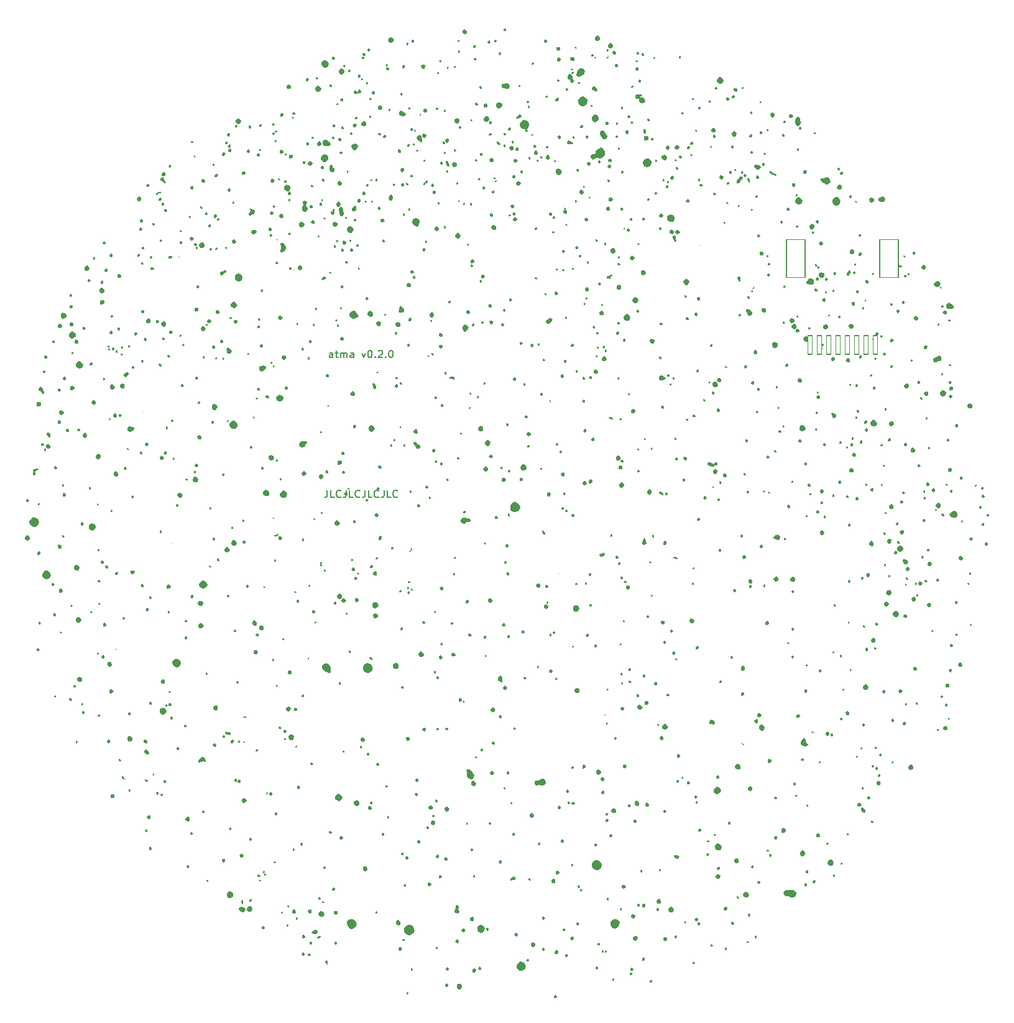
<source format=gto>
%TF.GenerationSoftware,KiCad,Pcbnew,7.0.5*%
%TF.CreationDate,2023-06-08T13:25:00-04:00*%
%TF.ProjectId,atma,61746d61-2e6b-4696-9361-645f70636258,v1.0.0*%
%TF.SameCoordinates,Original*%
%TF.FileFunction,Legend,Top*%
%TF.FilePolarity,Positive*%
%FSLAX46Y46*%
G04 Gerber Fmt 4.6, Leading zero omitted, Abs format (unit mm)*
G04 Created by KiCad (PCBNEW 7.0.5) date 2023-06-08 13:25:00*
%MOMM*%
%LPD*%
G01*
G04 APERTURE LIST*
G04 Aperture macros list*
%AMRoundRect*
0 Rectangle with rounded corners*
0 $1 Rounding radius*
0 $2 $3 $4 $5 $6 $7 $8 $9 X,Y pos of 4 corners*
0 Add a 4 corners polygon primitive as box body*
4,1,4,$2,$3,$4,$5,$6,$7,$8,$9,$2,$3,0*
0 Add four circle primitives for the rounded corners*
1,1,$1+$1,$2,$3*
1,1,$1+$1,$4,$5*
1,1,$1+$1,$6,$7*
1,1,$1+$1,$8,$9*
0 Add four rect primitives between the rounded corners*
20,1,$1+$1,$2,$3,$4,$5,0*
20,1,$1+$1,$4,$5,$6,$7,0*
20,1,$1+$1,$6,$7,$8,$9,0*
20,1,$1+$1,$8,$9,$2,$3,0*%
G04 Aperture macros list end*
%ADD10C,0.150000*%
%ADD11C,0.200000*%
%ADD12C,4.087800*%
%ADD13C,1.801800*%
%ADD14C,2.386000*%
%ADD15O,1.600000X2.600000*%
%ADD16O,2.600000X1.600000*%
%ADD17RoundRect,0.050000X0.320000X1.270000X-0.320000X1.270000X-0.320000X-1.270000X0.320000X-1.270000X0*%
%ADD18RoundRect,0.050000X1.270000X2.605000X-1.270000X2.605000X-1.270000X-2.605000X1.270000X-2.605000X0*%
%ADD19C,0.800000*%
%ADD20C,4.500000*%
G04 APERTURE END LIST*
D10*
X177067857Y-124279819D02*
X177067857Y-123756009D01*
X177067857Y-123756009D02*
X177020238Y-123660771D01*
X177020238Y-123660771D02*
X176925000Y-123613152D01*
X176925000Y-123613152D02*
X176734524Y-123613152D01*
X176734524Y-123613152D02*
X176639286Y-123660771D01*
X177067857Y-124232200D02*
X176972619Y-124279819D01*
X176972619Y-124279819D02*
X176734524Y-124279819D01*
X176734524Y-124279819D02*
X176639286Y-124232200D01*
X176639286Y-124232200D02*
X176591667Y-124136961D01*
X176591667Y-124136961D02*
X176591667Y-124041723D01*
X176591667Y-124041723D02*
X176639286Y-123946485D01*
X176639286Y-123946485D02*
X176734524Y-123898866D01*
X176734524Y-123898866D02*
X176972619Y-123898866D01*
X176972619Y-123898866D02*
X177067857Y-123851247D01*
X177401191Y-123613152D02*
X177782143Y-123613152D01*
X177544048Y-123279819D02*
X177544048Y-124136961D01*
X177544048Y-124136961D02*
X177591667Y-124232200D01*
X177591667Y-124232200D02*
X177686905Y-124279819D01*
X177686905Y-124279819D02*
X177782143Y-124279819D01*
X178115477Y-124279819D02*
X178115477Y-123613152D01*
X178115477Y-123708390D02*
X178163096Y-123660771D01*
X178163096Y-123660771D02*
X178258334Y-123613152D01*
X178258334Y-123613152D02*
X178401191Y-123613152D01*
X178401191Y-123613152D02*
X178496429Y-123660771D01*
X178496429Y-123660771D02*
X178544048Y-123756009D01*
X178544048Y-123756009D02*
X178544048Y-124279819D01*
X178544048Y-123756009D02*
X178591667Y-123660771D01*
X178591667Y-123660771D02*
X178686905Y-123613152D01*
X178686905Y-123613152D02*
X178829762Y-123613152D01*
X178829762Y-123613152D02*
X178925001Y-123660771D01*
X178925001Y-123660771D02*
X178972620Y-123756009D01*
X178972620Y-123756009D02*
X178972620Y-124279819D01*
X179877381Y-124279819D02*
X179877381Y-123756009D01*
X179877381Y-123756009D02*
X179829762Y-123660771D01*
X179829762Y-123660771D02*
X179734524Y-123613152D01*
X179734524Y-123613152D02*
X179544048Y-123613152D01*
X179544048Y-123613152D02*
X179448810Y-123660771D01*
X179877381Y-124232200D02*
X179782143Y-124279819D01*
X179782143Y-124279819D02*
X179544048Y-124279819D01*
X179544048Y-124279819D02*
X179448810Y-124232200D01*
X179448810Y-124232200D02*
X179401191Y-124136961D01*
X179401191Y-124136961D02*
X179401191Y-124041723D01*
X179401191Y-124041723D02*
X179448810Y-123946485D01*
X179448810Y-123946485D02*
X179544048Y-123898866D01*
X179544048Y-123898866D02*
X179782143Y-123898866D01*
X179782143Y-123898866D02*
X179877381Y-123851247D01*
X181020239Y-123613152D02*
X181258334Y-124279819D01*
X181258334Y-124279819D02*
X181496429Y-123613152D01*
X182067858Y-123279819D02*
X182163096Y-123279819D01*
X182163096Y-123279819D02*
X182258334Y-123327438D01*
X182258334Y-123327438D02*
X182305953Y-123375057D01*
X182305953Y-123375057D02*
X182353572Y-123470295D01*
X182353572Y-123470295D02*
X182401191Y-123660771D01*
X182401191Y-123660771D02*
X182401191Y-123898866D01*
X182401191Y-123898866D02*
X182353572Y-124089342D01*
X182353572Y-124089342D02*
X182305953Y-124184580D01*
X182305953Y-124184580D02*
X182258334Y-124232200D01*
X182258334Y-124232200D02*
X182163096Y-124279819D01*
X182163096Y-124279819D02*
X182067858Y-124279819D01*
X182067858Y-124279819D02*
X181972620Y-124232200D01*
X181972620Y-124232200D02*
X181925001Y-124184580D01*
X181925001Y-124184580D02*
X181877382Y-124089342D01*
X181877382Y-124089342D02*
X181829763Y-123898866D01*
X181829763Y-123898866D02*
X181829763Y-123660771D01*
X181829763Y-123660771D02*
X181877382Y-123470295D01*
X181877382Y-123470295D02*
X181925001Y-123375057D01*
X181925001Y-123375057D02*
X181972620Y-123327438D01*
X181972620Y-123327438D02*
X182067858Y-123279819D01*
X182829763Y-124184580D02*
X182877382Y-124232200D01*
X182877382Y-124232200D02*
X182829763Y-124279819D01*
X182829763Y-124279819D02*
X182782144Y-124232200D01*
X182782144Y-124232200D02*
X182829763Y-124184580D01*
X182829763Y-124184580D02*
X182829763Y-124279819D01*
X183258334Y-123375057D02*
X183305953Y-123327438D01*
X183305953Y-123327438D02*
X183401191Y-123279819D01*
X183401191Y-123279819D02*
X183639286Y-123279819D01*
X183639286Y-123279819D02*
X183734524Y-123327438D01*
X183734524Y-123327438D02*
X183782143Y-123375057D01*
X183782143Y-123375057D02*
X183829762Y-123470295D01*
X183829762Y-123470295D02*
X183829762Y-123565533D01*
X183829762Y-123565533D02*
X183782143Y-123708390D01*
X183782143Y-123708390D02*
X183210715Y-124279819D01*
X183210715Y-124279819D02*
X183829762Y-124279819D01*
X184258334Y-124184580D02*
X184305953Y-124232200D01*
X184305953Y-124232200D02*
X184258334Y-124279819D01*
X184258334Y-124279819D02*
X184210715Y-124232200D01*
X184210715Y-124232200D02*
X184258334Y-124184580D01*
X184258334Y-124184580D02*
X184258334Y-124279819D01*
X184925000Y-123279819D02*
X185020238Y-123279819D01*
X185020238Y-123279819D02*
X185115476Y-123327438D01*
X185115476Y-123327438D02*
X185163095Y-123375057D01*
X185163095Y-123375057D02*
X185210714Y-123470295D01*
X185210714Y-123470295D02*
X185258333Y-123660771D01*
X185258333Y-123660771D02*
X185258333Y-123898866D01*
X185258333Y-123898866D02*
X185210714Y-124089342D01*
X185210714Y-124089342D02*
X185163095Y-124184580D01*
X185163095Y-124184580D02*
X185115476Y-124232200D01*
X185115476Y-124232200D02*
X185020238Y-124279819D01*
X185020238Y-124279819D02*
X184925000Y-124279819D01*
X184925000Y-124279819D02*
X184829762Y-124232200D01*
X184829762Y-124232200D02*
X184782143Y-124184580D01*
X184782143Y-124184580D02*
X184734524Y-124089342D01*
X184734524Y-124089342D02*
X184686905Y-123898866D01*
X184686905Y-123898866D02*
X184686905Y-123660771D01*
X184686905Y-123660771D02*
X184734524Y-123470295D01*
X184734524Y-123470295D02*
X184782143Y-123375057D01*
X184782143Y-123375057D02*
X184829762Y-123327438D01*
X184829762Y-123327438D02*
X184925000Y-123279819D01*
X176305951Y-142329819D02*
X176305951Y-143044104D01*
X176305951Y-143044104D02*
X176258332Y-143186961D01*
X176258332Y-143186961D02*
X176163094Y-143282200D01*
X176163094Y-143282200D02*
X176020237Y-143329819D01*
X176020237Y-143329819D02*
X175924999Y-143329819D01*
X177258332Y-143329819D02*
X176782142Y-143329819D01*
X176782142Y-143329819D02*
X176782142Y-142329819D01*
X178163094Y-143234580D02*
X178115475Y-143282200D01*
X178115475Y-143282200D02*
X177972618Y-143329819D01*
X177972618Y-143329819D02*
X177877380Y-143329819D01*
X177877380Y-143329819D02*
X177734523Y-143282200D01*
X177734523Y-143282200D02*
X177639285Y-143186961D01*
X177639285Y-143186961D02*
X177591666Y-143091723D01*
X177591666Y-143091723D02*
X177544047Y-142901247D01*
X177544047Y-142901247D02*
X177544047Y-142758390D01*
X177544047Y-142758390D02*
X177591666Y-142567914D01*
X177591666Y-142567914D02*
X177639285Y-142472676D01*
X177639285Y-142472676D02*
X177734523Y-142377438D01*
X177734523Y-142377438D02*
X177877380Y-142329819D01*
X177877380Y-142329819D02*
X177972618Y-142329819D01*
X177972618Y-142329819D02*
X178115475Y-142377438D01*
X178115475Y-142377438D02*
X178163094Y-142425057D01*
X178877380Y-142329819D02*
X178877380Y-143044104D01*
X178877380Y-143044104D02*
X178829761Y-143186961D01*
X178829761Y-143186961D02*
X178734523Y-143282200D01*
X178734523Y-143282200D02*
X178591666Y-143329819D01*
X178591666Y-143329819D02*
X178496428Y-143329819D01*
X179829761Y-143329819D02*
X179353571Y-143329819D01*
X179353571Y-143329819D02*
X179353571Y-142329819D01*
X180734523Y-143234580D02*
X180686904Y-143282200D01*
X180686904Y-143282200D02*
X180544047Y-143329819D01*
X180544047Y-143329819D02*
X180448809Y-143329819D01*
X180448809Y-143329819D02*
X180305952Y-143282200D01*
X180305952Y-143282200D02*
X180210714Y-143186961D01*
X180210714Y-143186961D02*
X180163095Y-143091723D01*
X180163095Y-143091723D02*
X180115476Y-142901247D01*
X180115476Y-142901247D02*
X180115476Y-142758390D01*
X180115476Y-142758390D02*
X180163095Y-142567914D01*
X180163095Y-142567914D02*
X180210714Y-142472676D01*
X180210714Y-142472676D02*
X180305952Y-142377438D01*
X180305952Y-142377438D02*
X180448809Y-142329819D01*
X180448809Y-142329819D02*
X180544047Y-142329819D01*
X180544047Y-142329819D02*
X180686904Y-142377438D01*
X180686904Y-142377438D02*
X180734523Y-142425057D01*
X181448809Y-142329819D02*
X181448809Y-143044104D01*
X181448809Y-143044104D02*
X181401190Y-143186961D01*
X181401190Y-143186961D02*
X181305952Y-143282200D01*
X181305952Y-143282200D02*
X181163095Y-143329819D01*
X181163095Y-143329819D02*
X181067857Y-143329819D01*
X182401190Y-143329819D02*
X181925000Y-143329819D01*
X181925000Y-143329819D02*
X181925000Y-142329819D01*
X183305952Y-143234580D02*
X183258333Y-143282200D01*
X183258333Y-143282200D02*
X183115476Y-143329819D01*
X183115476Y-143329819D02*
X183020238Y-143329819D01*
X183020238Y-143329819D02*
X182877381Y-143282200D01*
X182877381Y-143282200D02*
X182782143Y-143186961D01*
X182782143Y-143186961D02*
X182734524Y-143091723D01*
X182734524Y-143091723D02*
X182686905Y-142901247D01*
X182686905Y-142901247D02*
X182686905Y-142758390D01*
X182686905Y-142758390D02*
X182734524Y-142567914D01*
X182734524Y-142567914D02*
X182782143Y-142472676D01*
X182782143Y-142472676D02*
X182877381Y-142377438D01*
X182877381Y-142377438D02*
X183020238Y-142329819D01*
X183020238Y-142329819D02*
X183115476Y-142329819D01*
X183115476Y-142329819D02*
X183258333Y-142377438D01*
X183258333Y-142377438D02*
X183305952Y-142425057D01*
X184020238Y-142329819D02*
X184020238Y-143044104D01*
X184020238Y-143044104D02*
X183972619Y-143186961D01*
X183972619Y-143186961D02*
X183877381Y-143282200D01*
X183877381Y-143282200D02*
X183734524Y-143329819D01*
X183734524Y-143329819D02*
X183639286Y-143329819D01*
X184972619Y-143329819D02*
X184496429Y-143329819D01*
X184496429Y-143329819D02*
X184496429Y-142329819D01*
X185877381Y-143234580D02*
X185829762Y-143282200D01*
X185829762Y-143282200D02*
X185686905Y-143329819D01*
X185686905Y-143329819D02*
X185591667Y-143329819D01*
X185591667Y-143329819D02*
X185448810Y-143282200D01*
X185448810Y-143282200D02*
X185353572Y-143186961D01*
X185353572Y-143186961D02*
X185305953Y-143091723D01*
X185305953Y-143091723D02*
X185258334Y-142901247D01*
X185258334Y-142901247D02*
X185258334Y-142758390D01*
X185258334Y-142758390D02*
X185305953Y-142567914D01*
X185305953Y-142567914D02*
X185353572Y-142472676D01*
X185353572Y-142472676D02*
X185448810Y-142377438D01*
X185448810Y-142377438D02*
X185591667Y-142329819D01*
X185591667Y-142329819D02*
X185686905Y-142329819D01*
X185686905Y-142329819D02*
X185829762Y-142377438D01*
X185829762Y-142377438D02*
X185877381Y-142425057D01*
%TO.C,*%
%TO.C,_3*%
%TO.C,_4*%
%TO.C,_5*%
%TO.C,G\u002A\u002A\u002A*%
G36*
X207525078Y-211160496D02*
G01*
X207609460Y-211295216D01*
X207611134Y-211320692D01*
X207545758Y-211460396D01*
X207399512Y-211522010D01*
X207247219Y-211491127D01*
X207176179Y-211404447D01*
X207173673Y-211240883D01*
X207209898Y-211178902D01*
X207366954Y-211112913D01*
X207525078Y-211160496D01*
G37*
G36*
X187390898Y-210731598D02*
G01*
X187403175Y-210825683D01*
X187322956Y-210969283D01*
X187197584Y-211003560D01*
X187137675Y-210968519D01*
X187077697Y-210823260D01*
X187153470Y-210709066D01*
X187255008Y-210684533D01*
X187390898Y-210731598D01*
G37*
G36*
X194554070Y-209665351D02*
G01*
X194659022Y-209838723D01*
X194650227Y-210046786D01*
X194566976Y-210182600D01*
X194391296Y-210322003D01*
X194210203Y-210315645D01*
X194085634Y-210254418D01*
X193960398Y-210099218D01*
X193934863Y-209887261D01*
X194004442Y-209690407D01*
X194127967Y-209591143D01*
X194366632Y-209568785D01*
X194554070Y-209665351D01*
G37*
G36*
X192670089Y-209552722D02*
G01*
X192721378Y-209601491D01*
X192810890Y-209762702D01*
X192808702Y-209873634D01*
X192693009Y-209986026D01*
X192527347Y-209993805D01*
X192393623Y-209898578D01*
X192377081Y-209865168D01*
X192387380Y-209692497D01*
X192452689Y-209593025D01*
X192567098Y-209508230D01*
X192670089Y-209552722D01*
G37*
G36*
X220550771Y-209099912D02*
G01*
X220592419Y-209231749D01*
X220580128Y-209278988D01*
X220465651Y-209395917D01*
X220310359Y-209397257D01*
X220221445Y-209321741D01*
X220225227Y-209193428D01*
X220279949Y-209113137D01*
X220425366Y-209048635D01*
X220550771Y-209099912D01*
G37*
G36*
X215415565Y-208868931D02*
G01*
X215427842Y-208963017D01*
X215347623Y-209106616D01*
X215222251Y-209140893D01*
X215162342Y-209105852D01*
X215102363Y-208960593D01*
X215178136Y-208846399D01*
X215279675Y-208821866D01*
X215415565Y-208868931D01*
G37*
G36*
X217826307Y-208071935D02*
G01*
X217862079Y-208193326D01*
X217798565Y-208318976D01*
X217658523Y-208384143D01*
X217513358Y-208377563D01*
X217483246Y-208267526D01*
X217489190Y-208214810D01*
X217571520Y-208050594D01*
X217686467Y-208017533D01*
X217826307Y-208071935D01*
G37*
G36*
X196481018Y-207573858D02*
G01*
X196561393Y-207741467D01*
X196562134Y-207760180D01*
X196499267Y-207936748D01*
X196352345Y-208044621D01*
X196183887Y-208050123D01*
X196110578Y-208003422D01*
X196059771Y-207865042D01*
X196064331Y-207674549D01*
X196118636Y-207527818D01*
X196139558Y-207509065D01*
X196317034Y-207482502D01*
X196481018Y-207573858D01*
G37*
G36*
X187946256Y-207563997D02*
G01*
X187968467Y-207630637D01*
X187909855Y-207756664D01*
X187788332Y-207785335D01*
X187730342Y-207751186D01*
X187669182Y-207615720D01*
X187716827Y-207504925D01*
X187820300Y-207483318D01*
X187946256Y-207563997D01*
G37*
G36*
X192779435Y-207346147D02*
G01*
X192898446Y-207461894D01*
X192907808Y-207622249D01*
X192805915Y-207746385D01*
X192787542Y-207754474D01*
X192650433Y-207798691D01*
X192569155Y-207761164D01*
X192494607Y-207674617D01*
X192430652Y-207545799D01*
X192507773Y-207421294D01*
X192511541Y-207417506D01*
X192677384Y-207336900D01*
X192779435Y-207346147D01*
G37*
G36*
X202952022Y-206610931D02*
G01*
X203173253Y-206800413D01*
X203312518Y-207050742D01*
X203335467Y-207194592D01*
X203263554Y-207472220D01*
X203078027Y-207674080D01*
X202824202Y-207782841D01*
X202547397Y-207781171D01*
X202292928Y-207651739D01*
X202249559Y-207609909D01*
X202116064Y-207395398D01*
X202065467Y-207182727D01*
X202138536Y-206930021D01*
X202321901Y-206704307D01*
X202561798Y-206560354D01*
X202700467Y-206535866D01*
X202952022Y-206610931D01*
G37*
G36*
X217939078Y-207435163D02*
G01*
X218023460Y-207569883D01*
X218025134Y-207595359D01*
X217959758Y-207735062D01*
X217813512Y-207796676D01*
X217661219Y-207765794D01*
X217590179Y-207679113D01*
X217587673Y-207515550D01*
X217623898Y-207453568D01*
X217780954Y-207387580D01*
X217939078Y-207435163D01*
G37*
G36*
X197146145Y-207256620D02*
G01*
X197211027Y-207317807D01*
X197303029Y-207448434D01*
X197260529Y-207567970D01*
X197242993Y-207589950D01*
X197124928Y-207698418D01*
X197070134Y-207721200D01*
X196969515Y-207663624D01*
X196897274Y-207589950D01*
X196835261Y-207465269D01*
X196906357Y-207341347D01*
X196929240Y-207317807D01*
X197048268Y-207222885D01*
X197146145Y-207256620D01*
G37*
G36*
X213178065Y-207273274D02*
G01*
X213206526Y-207413358D01*
X213153722Y-207513242D01*
X213003697Y-207627443D01*
X212886357Y-207581207D01*
X212850307Y-207513587D01*
X212846818Y-207332975D01*
X212962769Y-207223551D01*
X213029800Y-207213200D01*
X213178065Y-207273274D01*
G37*
G36*
X176351502Y-206488636D02*
G01*
X176395665Y-206690553D01*
X176377627Y-206895942D01*
X176289493Y-206960161D01*
X176161529Y-206878429D01*
X176069853Y-206742026D01*
X175998803Y-206576743D01*
X176026248Y-206485155D01*
X176076713Y-206447069D01*
X176246160Y-206392130D01*
X176351502Y-206488636D01*
G37*
G36*
X226341705Y-206606361D02*
G01*
X226364800Y-206705200D01*
X226304549Y-206841407D01*
X226176224Y-206871158D01*
X226068467Y-206789866D01*
X226057432Y-206647855D01*
X226167535Y-206548592D01*
X226242797Y-206535866D01*
X226341705Y-206606361D01*
G37*
G36*
X203799402Y-206332196D02*
G01*
X203790648Y-206405661D01*
X203678195Y-206520800D01*
X203529649Y-206512147D01*
X203457907Y-206443822D01*
X203452602Y-206316246D01*
X203556410Y-206226099D01*
X203709348Y-206225086D01*
X203799402Y-206332196D01*
G37*
G36*
X219523211Y-206060042D02*
G01*
X219549134Y-206197200D01*
X219496789Y-206362702D01*
X219378913Y-206441064D01*
X219254244Y-206409793D01*
X219201152Y-206330457D01*
X219182228Y-206133621D01*
X219262950Y-205991951D01*
X219400711Y-205959268D01*
X219523211Y-206060042D01*
G37*
G36*
X209020238Y-205590493D02*
G01*
X209080008Y-205723586D01*
X209076919Y-205751471D01*
X208989538Y-205886528D01*
X208846061Y-205925823D01*
X208721290Y-205856388D01*
X208700302Y-205816766D01*
X208699326Y-205651323D01*
X208737200Y-205587600D01*
X208881301Y-205533265D01*
X209020238Y-205590493D01*
G37*
G36*
X173100812Y-205309286D02*
G01*
X173165694Y-205370474D01*
X173257696Y-205501101D01*
X173215196Y-205620637D01*
X173197660Y-205642617D01*
X173079595Y-205751084D01*
X173024800Y-205773866D01*
X172924181Y-205716291D01*
X172851940Y-205642617D01*
X172789927Y-205517936D01*
X172861024Y-205394014D01*
X172883907Y-205370474D01*
X173002935Y-205275551D01*
X173100812Y-205309286D01*
G37*
G36*
X173919990Y-205406957D02*
G01*
X174027269Y-205512837D01*
X174032270Y-205655871D01*
X173944018Y-205759983D01*
X173876464Y-205773866D01*
X173713155Y-205733189D01*
X173657508Y-205685491D01*
X173655220Y-205553290D01*
X173754487Y-205436675D01*
X173894693Y-205399966D01*
X173919990Y-205406957D01*
G37*
G36*
X207705298Y-205019749D02*
G01*
X207809164Y-205191085D01*
X207778885Y-205368333D01*
X207633014Y-205487353D01*
X207565632Y-205502587D01*
X207380689Y-205500328D01*
X207290465Y-205467309D01*
X207222037Y-205306924D01*
X207273587Y-205140013D01*
X207403692Y-205011269D01*
X207570929Y-204965383D01*
X207705298Y-205019749D01*
G37*
G36*
X213947322Y-205107343D02*
G01*
X213987536Y-205203338D01*
X213956339Y-205323852D01*
X213840342Y-205350533D01*
X213695592Y-205294750D01*
X213664800Y-205174991D01*
X213718015Y-205049544D01*
X213834013Y-205028911D01*
X213947322Y-205107343D01*
G37*
G36*
X214407987Y-205076485D02*
G01*
X214411842Y-205153017D01*
X214333511Y-205294142D01*
X214213264Y-205330438D01*
X214133229Y-205270335D01*
X214119304Y-205124988D01*
X214230485Y-205025159D01*
X214311005Y-205011866D01*
X214407987Y-205076485D01*
G37*
G36*
X186405462Y-204591342D02*
G01*
X186473041Y-204748291D01*
X186440204Y-204945507D01*
X186314007Y-205075348D01*
X186232800Y-205093940D01*
X186132989Y-205054593D01*
X186077226Y-205022161D01*
X185999860Y-204891087D01*
X185992559Y-204748291D01*
X186062288Y-204589534D01*
X186232800Y-204546200D01*
X186405462Y-204591342D01*
G37*
G36*
X205945990Y-204761707D02*
G01*
X205945935Y-204896067D01*
X205856503Y-205035626D01*
X205707159Y-205087838D01*
X205596172Y-205043015D01*
X205536360Y-204884689D01*
X205585475Y-204714254D01*
X205677958Y-204637149D01*
X205852036Y-204635700D01*
X205945990Y-204761707D01*
G37*
G36*
X230659178Y-204623502D02*
G01*
X230694042Y-204650575D01*
X230747759Y-204789813D01*
X230710548Y-204938212D01*
X230604736Y-205011669D01*
X230598134Y-205011866D01*
X230493588Y-204943913D01*
X230457234Y-204879175D01*
X230453659Y-204722669D01*
X230537861Y-204621142D01*
X230659178Y-204623502D01*
G37*
G36*
X191316680Y-204594810D02*
G01*
X191355835Y-204732585D01*
X191344550Y-204774990D01*
X191232900Y-204841415D01*
X191107720Y-204811273D01*
X191058800Y-204720530D01*
X191110233Y-204577647D01*
X191220735Y-204529758D01*
X191316680Y-204594810D01*
G37*
G36*
X204486509Y-203955731D02*
G01*
X204632140Y-204090447D01*
X204674547Y-204314649D01*
X204673247Y-204327286D01*
X204585189Y-204504658D01*
X204415757Y-204584549D01*
X204229573Y-204555264D01*
X204103465Y-204430407D01*
X204052851Y-204199962D01*
X204149953Y-204019269D01*
X204278685Y-203949761D01*
X204486509Y-203955731D01*
G37*
G36*
X228797039Y-204235694D02*
G01*
X228820134Y-204334533D01*
X228759882Y-204470741D01*
X228631558Y-204500491D01*
X228523800Y-204419200D01*
X228512766Y-204277189D01*
X228622869Y-204177926D01*
X228698130Y-204165200D01*
X228797039Y-204235694D01*
G37*
G36*
X213430489Y-204055130D02*
G01*
X213463086Y-204190776D01*
X213399652Y-204297262D01*
X213242620Y-204365454D01*
X213165629Y-204340016D01*
X213092365Y-204218535D01*
X213129719Y-204077515D01*
X213251795Y-203997599D01*
X213276146Y-203995866D01*
X213430489Y-204055130D01*
G37*
G36*
X174104044Y-203842602D02*
G01*
X174227610Y-203938534D01*
X174252467Y-204032303D01*
X174199583Y-204193322D01*
X174059285Y-204216584D01*
X173964963Y-204172368D01*
X173889032Y-204050431D01*
X173927025Y-203915196D01*
X174047747Y-203840628D01*
X174104044Y-203842602D01*
G37*
G36*
X177650896Y-203868860D02*
G01*
X177666189Y-204016168D01*
X177589516Y-204170643D01*
X177456537Y-204236468D01*
X177330550Y-204193811D01*
X177292708Y-204133178D01*
X177286586Y-203946312D01*
X177419185Y-203839943D01*
X177523019Y-203826533D01*
X177650896Y-203868860D01*
G37*
G36*
X194171251Y-203544110D02*
G01*
X194261367Y-203700118D01*
X194262375Y-203836108D01*
X194172960Y-204008622D01*
X194011756Y-204070533D01*
X193844317Y-204010282D01*
X193774030Y-203922217D01*
X193732650Y-203751974D01*
X193816682Y-203620746D01*
X194007846Y-203510320D01*
X194171251Y-203544110D01*
G37*
G36*
X233600149Y-203771083D02*
G01*
X233720497Y-203869770D01*
X233682791Y-203980890D01*
X233600595Y-204027714D01*
X233462809Y-204007946D01*
X233420802Y-203948454D01*
X233409998Y-203793083D01*
X233520680Y-203750019D01*
X233600149Y-203771083D01*
G37*
G36*
X186838611Y-203467144D02*
G01*
X186888163Y-203599125D01*
X186872360Y-203649822D01*
X186744505Y-203733343D01*
X186591521Y-203717411D01*
X186535062Y-203666793D01*
X186542069Y-203555922D01*
X186646592Y-203464156D01*
X186778938Y-203437333D01*
X186838611Y-203467144D01*
G37*
G36*
X218337973Y-203079200D02*
G01*
X218499766Y-203166564D01*
X218564169Y-203331541D01*
X218539040Y-203519092D01*
X218432239Y-203674179D01*
X218251621Y-203741761D01*
X218243367Y-203741866D01*
X218059137Y-203685041D01*
X217999734Y-203640266D01*
X217900955Y-203449884D01*
X217937423Y-203261278D01*
X218081073Y-203120998D01*
X218303846Y-203075592D01*
X218337973Y-203079200D01*
G37*
G36*
X222498693Y-203248390D02*
G01*
X222609503Y-203386678D01*
X222593985Y-203557972D01*
X222560690Y-203607769D01*
X222395770Y-203718929D01*
X222214707Y-203729828D01*
X222087930Y-203638703D01*
X222079316Y-203619812D01*
X222050482Y-203391604D01*
X222142930Y-203236088D01*
X222292732Y-203191533D01*
X222498693Y-203248390D01*
G37*
G36*
X209754170Y-203117326D02*
G01*
X209827284Y-203161497D01*
X209915503Y-203320860D01*
X209922386Y-203438124D01*
X209831957Y-203587905D01*
X209663368Y-203643127D01*
X209488496Y-203587737D01*
X209443764Y-203545017D01*
X209382273Y-203371896D01*
X209443093Y-203213325D01*
X209581850Y-203113677D01*
X209754170Y-203117326D01*
G37*
G36*
X173235400Y-202946617D02*
G01*
X173313536Y-203032931D01*
X173312367Y-203205453D01*
X173209084Y-203342616D01*
X173057001Y-203402762D01*
X172911911Y-203346755D01*
X172867362Y-203225605D01*
X172855467Y-203092755D01*
X172896254Y-202939099D01*
X173047659Y-202895270D01*
X173058075Y-202895200D01*
X173235400Y-202946617D01*
G37*
G36*
X175445222Y-203067071D02*
G01*
X175458030Y-203170461D01*
X175358118Y-203281899D01*
X175129479Y-203394999D01*
X174959095Y-203360417D01*
X174943911Y-203346755D01*
X174892631Y-203220150D01*
X175007970Y-203106398D01*
X175112921Y-203059291D01*
X175319939Y-203020712D01*
X175445222Y-203067071D01*
G37*
G36*
X223905400Y-203045082D02*
G01*
X223943081Y-203187295D01*
X223885917Y-203308216D01*
X223733808Y-203398105D01*
X223623777Y-203325069D01*
X223602974Y-203280254D01*
X223599223Y-203100498D01*
X223712502Y-202990452D01*
X223778405Y-202979866D01*
X223905400Y-203045082D01*
G37*
G36*
X234723178Y-203014835D02*
G01*
X234758042Y-203041908D01*
X234811759Y-203181146D01*
X234774548Y-203329546D01*
X234668736Y-203403002D01*
X234662134Y-203403200D01*
X234557588Y-203335246D01*
X234521234Y-203270508D01*
X234517659Y-203114002D01*
X234601861Y-203012476D01*
X234723178Y-203014835D01*
G37*
G36*
X202200573Y-202701598D02*
G01*
X202276201Y-202870531D01*
X202277134Y-202896359D01*
X202215523Y-203070672D01*
X202072307Y-203142649D01*
X201909912Y-203099003D01*
X201818975Y-202993895D01*
X201778027Y-202831228D01*
X201851512Y-202727765D01*
X202041300Y-202646994D01*
X202200573Y-202701598D01*
G37*
G36*
X187618755Y-201575740D02*
G01*
X187785813Y-201634536D01*
X188006485Y-201818198D01*
X188148460Y-202099318D01*
X188180134Y-202313029D01*
X188109804Y-202515438D01*
X187934756Y-202727147D01*
X187708898Y-202898207D01*
X187486139Y-202978666D01*
X187460467Y-202979866D01*
X187227694Y-202911106D01*
X186988287Y-202732379D01*
X186807635Y-202489300D01*
X186740800Y-202260200D01*
X186805967Y-202041756D01*
X186968165Y-201813273D01*
X187177443Y-201628661D01*
X187383850Y-201541828D01*
X187407637Y-201540533D01*
X187618755Y-201575740D01*
G37*
G36*
X174947801Y-202346010D02*
G01*
X174975030Y-202392612D01*
X175018775Y-202592432D01*
X174928762Y-202732087D01*
X174734358Y-202796845D01*
X174464929Y-202771974D01*
X174315967Y-202723228D01*
X174155381Y-202623398D01*
X174158461Y-202513342D01*
X174326757Y-202385514D01*
X174392475Y-202351067D01*
X174657588Y-202241404D01*
X174829321Y-202238765D01*
X174947801Y-202346010D01*
G37*
G36*
X197342056Y-201562878D02*
G01*
X197472300Y-201627841D01*
X197666687Y-201813773D01*
X197741679Y-202053470D01*
X197708021Y-202300178D01*
X197576452Y-202507148D01*
X197357714Y-202627627D01*
X197239467Y-202641200D01*
X197010786Y-202582401D01*
X196865634Y-202479786D01*
X196746670Y-202236135D01*
X196757309Y-201962213D01*
X196886866Y-201722580D01*
X197006634Y-201627841D01*
X197191315Y-201545861D01*
X197342056Y-201562878D01*
G37*
G36*
X195014410Y-202087235D02*
G01*
X195097036Y-202235464D01*
X195085137Y-202372484D01*
X194967736Y-202521776D01*
X194791269Y-202546410D01*
X194623706Y-202440264D01*
X194565371Y-202273165D01*
X194577552Y-202192811D01*
X194698951Y-202046185D01*
X194863143Y-202017568D01*
X195014410Y-202087235D01*
G37*
G36*
X198326848Y-202052313D02*
G01*
X198326907Y-202180690D01*
X198242069Y-202337636D01*
X198101914Y-202346261D01*
X198019459Y-202286658D01*
X197922794Y-202115235D01*
X197978372Y-201973983D01*
X198057958Y-201927816D01*
X198232355Y-201926731D01*
X198326848Y-202052313D01*
G37*
G36*
X208693877Y-202075374D02*
G01*
X208738855Y-202196700D01*
X208728266Y-202337781D01*
X208610108Y-202385015D01*
X208542467Y-202387200D01*
X208380696Y-202361089D01*
X208340413Y-202254633D01*
X208346078Y-202196700D01*
X208430188Y-202037416D01*
X208542467Y-202006200D01*
X208693877Y-202075374D01*
G37*
G36*
X167731744Y-201762496D02*
G01*
X167816126Y-201897216D01*
X167817800Y-201922692D01*
X167752424Y-202062396D01*
X167606179Y-202124010D01*
X167453886Y-202093127D01*
X167382846Y-202006447D01*
X167380340Y-201842883D01*
X167416565Y-201780902D01*
X167573621Y-201714913D01*
X167731744Y-201762496D01*
G37*
G36*
X179768933Y-200811291D02*
G01*
X180066191Y-200941248D01*
X180083049Y-200954011D01*
X180266011Y-201183391D01*
X180314219Y-201443356D01*
X180249219Y-201699335D01*
X180092554Y-201916760D01*
X179865768Y-202061063D01*
X179590407Y-202097675D01*
X179400400Y-202049358D01*
X179202801Y-201899670D01*
X179056240Y-201663981D01*
X178972477Y-201391087D01*
X178963273Y-201129785D01*
X179040389Y-200928871D01*
X179115234Y-200866178D01*
X179423667Y-200783701D01*
X179768933Y-200811291D01*
G37*
G36*
X215856332Y-200860213D02*
G01*
X215971967Y-200962341D01*
X216106974Y-201232228D01*
X216099987Y-201517025D01*
X215968098Y-201773637D01*
X215728404Y-201958969D01*
X215554246Y-202015405D01*
X215333096Y-202024612D01*
X215151706Y-201928259D01*
X215067413Y-201850176D01*
X214892997Y-201578912D01*
X214857379Y-201283662D01*
X214963161Y-201013392D01*
X215019467Y-200947866D01*
X215280838Y-200789815D01*
X215579567Y-200760897D01*
X215856332Y-200860213D01*
G37*
G36*
X171050231Y-201502931D02*
G01*
X171062508Y-201597017D01*
X170982290Y-201740616D01*
X170856917Y-201774893D01*
X170797009Y-201739852D01*
X170737030Y-201594593D01*
X170812803Y-201480399D01*
X170914342Y-201455866D01*
X171050231Y-201502931D01*
G37*
G36*
X186126967Y-200914613D02*
G01*
X186269519Y-201080774D01*
X186301953Y-201289100D01*
X186235997Y-201483333D01*
X186083383Y-201607218D01*
X185978800Y-201625200D01*
X185799640Y-201564136D01*
X185728668Y-201502860D01*
X185647819Y-201308556D01*
X185678816Y-201109085D01*
X185791545Y-200948921D01*
X185955891Y-200872541D01*
X186126967Y-200914613D01*
G37*
G36*
X210544238Y-201272493D02*
G01*
X210604008Y-201405586D01*
X210600919Y-201433471D01*
X210513538Y-201568528D01*
X210370061Y-201607823D01*
X210245290Y-201538388D01*
X210224302Y-201498766D01*
X210223326Y-201333323D01*
X210261200Y-201269600D01*
X210405301Y-201215265D01*
X210544238Y-201272493D01*
G37*
G36*
X227020967Y-201179060D02*
G01*
X227111177Y-201283872D01*
X227126800Y-201369197D01*
X227060138Y-201529813D01*
X226894507Y-201581311D01*
X226809300Y-201563339D01*
X226719090Y-201458527D01*
X226703467Y-201373202D01*
X226770129Y-201212586D01*
X226935760Y-201161088D01*
X227020967Y-201179060D01*
G37*
G36*
X231631478Y-201198218D02*
G01*
X231698560Y-201357249D01*
X231698800Y-201368542D01*
X231636918Y-201500580D01*
X231499523Y-201542939D01*
X231358993Y-201488417D01*
X231303901Y-201407842D01*
X231306360Y-201244175D01*
X231343200Y-201184933D01*
X231490919Y-201129365D01*
X231631478Y-201198218D01*
G37*
G36*
X225155895Y-201103119D02*
G01*
X225179467Y-201201866D01*
X225126527Y-201339770D01*
X225052467Y-201371200D01*
X224949039Y-201300613D01*
X224925467Y-201201866D01*
X224978406Y-201063962D01*
X225052467Y-201032533D01*
X225155895Y-201103119D01*
G37*
G36*
X226676115Y-200599840D02*
G01*
X226742179Y-200638415D01*
X226831813Y-200787816D01*
X226792605Y-200955932D01*
X226657037Y-201064722D01*
X226507580Y-201048419D01*
X226413181Y-200984152D01*
X226327538Y-200816914D01*
X226369561Y-200669007D01*
X226499127Y-200582595D01*
X226676115Y-200599840D01*
G37*
G36*
X196221028Y-200521573D02*
G01*
X196264990Y-200692984D01*
X196265800Y-200736200D01*
X196239585Y-200922389D01*
X196130109Y-201000764D01*
X196040235Y-201016289D01*
X195851696Y-200997181D01*
X195758073Y-200864059D01*
X195760878Y-200649413D01*
X195886099Y-200496558D01*
X196089058Y-200456947D01*
X196221028Y-200521573D01*
G37*
G36*
X172299205Y-200599606D02*
G01*
X172287030Y-200702073D01*
X172192054Y-200796270D01*
X172085523Y-200819535D01*
X172064510Y-200806020D01*
X172012025Y-200678410D01*
X172008800Y-200637422D01*
X172071304Y-200543950D01*
X172199720Y-200531208D01*
X172299205Y-200599606D01*
G37*
G36*
X205912149Y-200481556D02*
G01*
X205960134Y-200609200D01*
X205893279Y-200768226D01*
X205727659Y-200819256D01*
X205642634Y-200801339D01*
X205556454Y-200697429D01*
X205542466Y-200533649D01*
X205607626Y-200406392D01*
X205613826Y-200402255D01*
X205771056Y-200387082D01*
X205912149Y-200481556D01*
G37*
G36*
X218142042Y-200164290D02*
G01*
X218229384Y-200319886D01*
X218180726Y-200509835D01*
X218032362Y-200656650D01*
X217870003Y-200635789D01*
X217776092Y-200559729D01*
X217683148Y-200402349D01*
X217681598Y-200295025D01*
X217723841Y-200165282D01*
X217728800Y-200136608D01*
X217801548Y-200110080D01*
X217943124Y-200101200D01*
X218142042Y-200164290D01*
G37*
G36*
X175732889Y-199737364D02*
G01*
X175878973Y-199908516D01*
X175903467Y-200058866D01*
X175835309Y-200280641D01*
X175665064Y-200412930D01*
X175444071Y-200437894D01*
X175223674Y-200337695D01*
X175189848Y-200306819D01*
X175076847Y-200099749D01*
X175103203Y-199892318D01*
X175246743Y-199734989D01*
X175466179Y-199677866D01*
X175732889Y-199737364D01*
G37*
G36*
X233896067Y-200081749D02*
G01*
X233933748Y-200223962D01*
X233876584Y-200344882D01*
X233724474Y-200434772D01*
X233614444Y-200361736D01*
X233593640Y-200316921D01*
X233589890Y-200137164D01*
X233703168Y-200027119D01*
X233769072Y-200016533D01*
X233896067Y-200081749D01*
G37*
G36*
X177676205Y-199676522D02*
G01*
X177750799Y-199787767D01*
X177722767Y-199980161D01*
X177601524Y-200136313D01*
X177469800Y-200185866D01*
X177329841Y-200126621D01*
X177261509Y-200062933D01*
X177175202Y-199867148D01*
X177237987Y-199711357D01*
X177429631Y-199637080D01*
X177469800Y-199635533D01*
X177676205Y-199676522D01*
G37*
G36*
X170255132Y-199773050D02*
G01*
X170261306Y-199884230D01*
X170173387Y-199982680D01*
X170117278Y-200001896D01*
X169999250Y-199984418D01*
X169991437Y-199876055D01*
X170073662Y-199745668D01*
X170147293Y-199720200D01*
X170255132Y-199773050D01*
G37*
G36*
X171861720Y-199463017D02*
G01*
X171960251Y-199556746D01*
X172046822Y-199710137D01*
X172005653Y-199853079D01*
X171864508Y-199982789D01*
X171679910Y-200015953D01*
X171557245Y-199960088D01*
X171500569Y-199809390D01*
X171523757Y-199621201D01*
X171612198Y-199486952D01*
X171634725Y-199475258D01*
X171772181Y-199431219D01*
X171861720Y-199463017D01*
G37*
G36*
X174004063Y-199436986D02*
G01*
X174135545Y-199531389D01*
X174180893Y-199701058D01*
X174142684Y-199877018D01*
X174023490Y-199990295D01*
X173983029Y-200000504D01*
X173787567Y-199953683D01*
X173711143Y-199864033D01*
X173681766Y-199668420D01*
X173772487Y-199504956D01*
X173943084Y-199432275D01*
X174004063Y-199436986D01*
G37*
G36*
X183165987Y-199742485D02*
G01*
X183169842Y-199819017D01*
X183091511Y-199960142D01*
X182971264Y-199996438D01*
X182891229Y-199936335D01*
X182877304Y-199790988D01*
X182988485Y-199691159D01*
X183069005Y-199677866D01*
X183165987Y-199742485D01*
G37*
G36*
X194128722Y-198909287D02*
G01*
X194173373Y-198946153D01*
X194248779Y-199099737D01*
X194209723Y-199218903D01*
X194175989Y-199421907D01*
X194221065Y-199524464D01*
X194270806Y-199721468D01*
X194196482Y-199883599D01*
X194043360Y-199976954D01*
X193856704Y-199967631D01*
X193736077Y-199887714D01*
X193626136Y-199763432D01*
X193614501Y-199659178D01*
X193693989Y-199493378D01*
X193700341Y-199481800D01*
X193772765Y-199262629D01*
X193780369Y-199117205D01*
X193823422Y-198947021D01*
X193960412Y-198868631D01*
X194128722Y-198909287D01*
G37*
G36*
X164884942Y-199126186D02*
G01*
X165082561Y-199239999D01*
X165159046Y-199414329D01*
X165094674Y-199621168D01*
X165017753Y-199714152D01*
X164803778Y-199835828D01*
X164575680Y-199789433D01*
X164395896Y-199643086D01*
X164244129Y-199417402D01*
X164251130Y-199243246D01*
X164412766Y-199132411D01*
X164585913Y-199100903D01*
X164884942Y-199126186D01*
G37*
G36*
X223277706Y-199116820D02*
G01*
X223433048Y-199256071D01*
X223486134Y-199466200D01*
X223420606Y-199696176D01*
X223257263Y-199823638D01*
X223045969Y-199828927D01*
X222857181Y-199714152D01*
X222749227Y-199558253D01*
X222724134Y-199466200D01*
X222779649Y-199317451D01*
X222857181Y-199218247D01*
X223069129Y-199097660D01*
X223277706Y-199116820D01*
G37*
G36*
X165924499Y-199028276D02*
G01*
X166064322Y-199175687D01*
X166106053Y-199380394D01*
X166028653Y-199583421D01*
X165843382Y-199727146D01*
X165615068Y-199754675D01*
X165421734Y-199660933D01*
X165327134Y-199461553D01*
X165357898Y-199233430D01*
X165499246Y-199054013D01*
X165723750Y-198975328D01*
X165924499Y-199028276D01*
G37*
G36*
X221475398Y-199314607D02*
G01*
X221503860Y-199454692D01*
X221451055Y-199554575D01*
X221301030Y-199668776D01*
X221183691Y-199622540D01*
X221147640Y-199554921D01*
X221144151Y-199374308D01*
X221260102Y-199264885D01*
X221327134Y-199254533D01*
X221475398Y-199314607D01*
G37*
G36*
X216398721Y-199245253D02*
G01*
X216441873Y-199376563D01*
X216400175Y-199522333D01*
X216299734Y-199593161D01*
X216297121Y-199593200D01*
X216180369Y-199531338D01*
X216160175Y-199504824D01*
X216154156Y-199380962D01*
X216233870Y-199266219D01*
X216344639Y-199220090D01*
X216398721Y-199245253D01*
G37*
G36*
X230729495Y-199104823D02*
G01*
X230830372Y-199252408D01*
X230836105Y-199366095D01*
X230749447Y-199511248D01*
X230586362Y-199582715D01*
X230416306Y-199567525D01*
X230312616Y-199463855D01*
X230267113Y-199323203D01*
X230297913Y-199233119D01*
X230392347Y-199133748D01*
X230563531Y-199054821D01*
X230729495Y-199104823D01*
G37*
G36*
X171063798Y-198872530D02*
G01*
X171087023Y-198891556D01*
X171134426Y-199025066D01*
X171072673Y-199143083D01*
X170992800Y-199169866D01*
X170884212Y-199108192D01*
X170861241Y-199077822D01*
X170851350Y-198948699D01*
X170940929Y-198862069D01*
X171063798Y-198872530D01*
G37*
G36*
X219542982Y-198628888D02*
G01*
X219650771Y-198743622D01*
X219662562Y-198917379D01*
X219589633Y-199078167D01*
X219460983Y-199152271D01*
X219292746Y-199146607D01*
X219228149Y-199116993D01*
X219159879Y-198952907D01*
X219208996Y-198777203D01*
X219338667Y-198646988D01*
X219512057Y-198619368D01*
X219542982Y-198628888D01*
G37*
G36*
X218883562Y-198704194D02*
G01*
X218898855Y-198851501D01*
X218822183Y-199005976D01*
X218689204Y-199071801D01*
X218563217Y-199029144D01*
X218525375Y-198968511D01*
X218519253Y-198781645D01*
X218651851Y-198675276D01*
X218755686Y-198661866D01*
X218883562Y-198704194D01*
G37*
G36*
X164851317Y-198232199D02*
G01*
X164879867Y-198450200D01*
X164845306Y-198666090D01*
X164765188Y-198745828D01*
X164674858Y-198680771D01*
X164618124Y-198514182D01*
X164600520Y-198280573D01*
X164671360Y-198171052D01*
X164766330Y-198153866D01*
X164851317Y-198232199D01*
G37*
G36*
X221658045Y-198087519D02*
G01*
X221744541Y-198292474D01*
X221750467Y-198374760D01*
X221721254Y-198557624D01*
X221603082Y-198633284D01*
X221531553Y-198644980D01*
X221326401Y-198618967D01*
X221207062Y-198543214D01*
X221128914Y-198336762D01*
X221199364Y-198132436D01*
X221305967Y-198036374D01*
X221498808Y-197992221D01*
X221658045Y-198087519D01*
G37*
G36*
X175872038Y-198376139D02*
G01*
X175903467Y-198450200D01*
X175832881Y-198553628D01*
X175734134Y-198577200D01*
X175596229Y-198524260D01*
X175564800Y-198450200D01*
X175635386Y-198346771D01*
X175734134Y-198323200D01*
X175872038Y-198376139D01*
G37*
G36*
X166013106Y-198090290D02*
G01*
X166032732Y-198237833D01*
X165961749Y-198362985D01*
X165899528Y-198390228D01*
X165751547Y-198372046D01*
X165708753Y-198335528D01*
X165688968Y-198182443D01*
X165768297Y-198046125D01*
X165902287Y-198002703D01*
X166013106Y-198090290D01*
G37*
G36*
X214572511Y-197850169D02*
G01*
X214607376Y-197877242D01*
X214661092Y-198016480D01*
X214623881Y-198164879D01*
X214518070Y-198238336D01*
X214511467Y-198238533D01*
X214406921Y-198170580D01*
X214370567Y-198105842D01*
X214366993Y-197949335D01*
X214451195Y-197847809D01*
X214572511Y-197850169D01*
G37*
G36*
X175351810Y-197814101D02*
G01*
X175430950Y-197959499D01*
X175376666Y-198094852D01*
X175217075Y-198153866D01*
X175081562Y-198089206D01*
X175056800Y-197989530D01*
X175108239Y-197810352D01*
X175235012Y-197757901D01*
X175351810Y-197814101D01*
G37*
G36*
X232348304Y-197705735D02*
G01*
X232376134Y-197815200D01*
X232316265Y-197956704D01*
X232206800Y-197984533D01*
X232065296Y-197924664D01*
X232037467Y-197815200D01*
X232097335Y-197673695D01*
X232206800Y-197645866D01*
X232348304Y-197705735D01*
G37*
G36*
X163308998Y-197037824D02*
G01*
X163468792Y-197211364D01*
X163528080Y-197437651D01*
X163466169Y-197665184D01*
X163387300Y-197759744D01*
X163145248Y-197886147D01*
X162900150Y-197856686D01*
X162750922Y-197745033D01*
X162629009Y-197510112D01*
X162642299Y-197271045D01*
X162770951Y-197076208D01*
X162995123Y-196973980D01*
X163069392Y-196968533D01*
X163308998Y-197037824D01*
G37*
G36*
X239735052Y-196772698D02*
G01*
X239945685Y-196892108D01*
X240108070Y-197076569D01*
X240165467Y-197261632D01*
X240096744Y-197538417D01*
X239920179Y-197736499D01*
X239680178Y-197832282D01*
X239421149Y-197802170D01*
X239290588Y-197726514D01*
X239115539Y-197621143D01*
X238988070Y-197599697D01*
X238980193Y-197603496D01*
X238807179Y-197623935D01*
X238610537Y-197537514D01*
X238466026Y-197380455D01*
X238423550Y-197205019D01*
X238507594Y-197009497D01*
X238510812Y-197004562D01*
X238635230Y-196867935D01*
X238808857Y-196813561D01*
X239003663Y-196810511D01*
X239273241Y-196804652D01*
X239495557Y-196774414D01*
X239533643Y-196763635D01*
X239735052Y-196772698D01*
G37*
G36*
X233558074Y-197111867D02*
G01*
X233705508Y-197281450D01*
X233730800Y-197434200D01*
X233662512Y-197666579D01*
X233466075Y-197793859D01*
X233293512Y-197815200D01*
X233059397Y-197746746D01*
X232963068Y-197635156D01*
X232910505Y-197394695D01*
X232992369Y-197188782D01*
X233180814Y-197067177D01*
X233288718Y-197053200D01*
X233558074Y-197111867D01*
G37*
G36*
X211017039Y-196700361D02*
G01*
X211040134Y-196799200D01*
X210979882Y-196935407D01*
X210851558Y-196965158D01*
X210743800Y-196883866D01*
X210732766Y-196741855D01*
X210842869Y-196642592D01*
X210918130Y-196629866D01*
X211017039Y-196700361D01*
G37*
G36*
X177358228Y-196562133D02*
G01*
X177382157Y-196704662D01*
X177301494Y-196830144D01*
X177205410Y-196867176D01*
X177043100Y-196840099D01*
X176980410Y-196774831D01*
X176980546Y-196594112D01*
X177100694Y-196482393D01*
X177225946Y-196474528D01*
X177358228Y-196562133D01*
G37*
G36*
X216840573Y-196145131D02*
G01*
X216907547Y-196216191D01*
X216958188Y-196416437D01*
X216867365Y-196570506D01*
X216670467Y-196629866D01*
X216482947Y-196580187D01*
X216400335Y-196491358D01*
X216399726Y-196295287D01*
X216513659Y-196135153D01*
X216670467Y-196079533D01*
X216840573Y-196145131D01*
G37*
G36*
X210636302Y-196189067D02*
G01*
X210656589Y-196204421D01*
X210740335Y-196323618D01*
X210692144Y-196429433D01*
X210544893Y-196537541D01*
X210427670Y-196482773D01*
X210391234Y-196412508D01*
X210387258Y-196245267D01*
X210486968Y-196156655D01*
X210636302Y-196189067D01*
G37*
G36*
X187050740Y-195997507D02*
G01*
X187064189Y-196136401D01*
X186990923Y-196313530D01*
X186863634Y-196346325D01*
X186765408Y-196281941D01*
X186703160Y-196131707D01*
X186773840Y-196001063D01*
X186925081Y-195952533D01*
X187050740Y-195997507D01*
G37*
G36*
X190435220Y-195857648D02*
G01*
X190466134Y-195994866D01*
X190414089Y-196148192D01*
X190298616Y-196265062D01*
X190184042Y-196284515D01*
X190105716Y-196252045D01*
X190063967Y-196235126D01*
X189976423Y-196123540D01*
X189965659Y-195948271D01*
X190027934Y-195794604D01*
X190085134Y-195752582D01*
X190295440Y-195739678D01*
X190435220Y-195857648D01*
G37*
G36*
X241534664Y-195856384D02*
G01*
X241645462Y-195978321D01*
X241666000Y-196142076D01*
X241659263Y-196163121D01*
X241542145Y-196276226D01*
X241380076Y-196273897D01*
X241322578Y-196234755D01*
X241266304Y-196085015D01*
X241303989Y-195918164D01*
X241386943Y-195839624D01*
X241534664Y-195856384D01*
G37*
G36*
X214511467Y-195910200D02*
G01*
X214469134Y-195952533D01*
X214426800Y-195910200D01*
X214469134Y-195867866D01*
X214511467Y-195910200D01*
G37*
G36*
X235215865Y-195625787D02*
G01*
X235254800Y-195788196D01*
X235190180Y-195913516D01*
X235047504Y-195956048D01*
X234903552Y-195901561D01*
X234868779Y-195859741D01*
X234874696Y-195733702D01*
X234940324Y-195638057D01*
X235097237Y-195557447D01*
X235215865Y-195625787D01*
G37*
G36*
X207259823Y-195303663D02*
G01*
X207347748Y-195426162D01*
X207362151Y-195476715D01*
X207383119Y-195670768D01*
X207360108Y-195778387D01*
X207231739Y-195854294D01*
X207043921Y-195859999D01*
X206883417Y-195800931D01*
X206839316Y-195745812D01*
X206812721Y-195508180D01*
X206923675Y-195344576D01*
X207079738Y-195291027D01*
X207259823Y-195303663D01*
G37*
G36*
X242773767Y-195428875D02*
G01*
X242857547Y-195564623D01*
X242858110Y-195645809D01*
X242776698Y-195787733D01*
X242628715Y-195854008D01*
X242484082Y-195827206D01*
X242425725Y-195753572D01*
X242431951Y-195588926D01*
X242480682Y-195490488D01*
X242626452Y-195395235D01*
X242773767Y-195428875D01*
G37*
G36*
X160057131Y-195401196D02*
G01*
X160080356Y-195420222D01*
X160127760Y-195553733D01*
X160066006Y-195671750D01*
X159986134Y-195698533D01*
X159877545Y-195636859D01*
X159854574Y-195606489D01*
X159844684Y-195477366D01*
X159934263Y-195390736D01*
X160057131Y-195401196D01*
G37*
G36*
X167248050Y-195422370D02*
G01*
X167260792Y-195550786D01*
X167192393Y-195650271D01*
X167082858Y-195635406D01*
X167023795Y-195583977D01*
X166975911Y-195447116D01*
X167076327Y-195367984D01*
X167154578Y-195359866D01*
X167248050Y-195422370D01*
G37*
G36*
X201800507Y-194979277D02*
G01*
X201874579Y-195048025D01*
X201968490Y-195170219D01*
X201932895Y-195267028D01*
X201893110Y-195307021D01*
X201725445Y-195411055D01*
X201515606Y-195480387D01*
X201336269Y-195495751D01*
X201273703Y-195471213D01*
X201219708Y-195343364D01*
X201252392Y-195222935D01*
X201317967Y-195190533D01*
X201452525Y-195138147D01*
X201574602Y-195048025D01*
X201702976Y-194952698D01*
X201800507Y-194979277D01*
G37*
G36*
X203984971Y-195250401D02*
G01*
X204012800Y-195359866D01*
X203952932Y-195501370D01*
X203843467Y-195529200D01*
X203701963Y-195469331D01*
X203674134Y-195359866D01*
X203734002Y-195218362D01*
X203843467Y-195190533D01*
X203984971Y-195250401D01*
G37*
G36*
X229605375Y-194651590D02*
G01*
X229740440Y-194768339D01*
X229829382Y-194881480D01*
X229836134Y-194905813D01*
X229800788Y-195005386D01*
X229748488Y-195111432D01*
X229603411Y-195255995D01*
X229421082Y-195239444D01*
X229291848Y-195142152D01*
X229185162Y-195006128D01*
X229158800Y-194936533D01*
X229212587Y-194824553D01*
X229291848Y-194730914D01*
X229427872Y-194624228D01*
X229497467Y-194597866D01*
X229605375Y-194651590D01*
G37*
G36*
X191754613Y-194756364D02*
G01*
X191877480Y-194878884D01*
X191905467Y-194986741D01*
X191837227Y-195100866D01*
X191771542Y-195139141D01*
X191638329Y-195184534D01*
X191574181Y-195167855D01*
X191538578Y-195134088D01*
X191482588Y-194985876D01*
X191517691Y-194819670D01*
X191598816Y-194740541D01*
X191754613Y-194756364D01*
G37*
G36*
X196384679Y-194762180D02*
G01*
X196453297Y-194879602D01*
X196427666Y-195022697D01*
X196327197Y-195104308D01*
X196308134Y-195105866D01*
X196203588Y-195037913D01*
X196167234Y-194973175D01*
X196163851Y-194812441D01*
X196262897Y-194733195D01*
X196384679Y-194762180D01*
G37*
G36*
X167061990Y-194654291D02*
G01*
X167169269Y-194760170D01*
X167174270Y-194903204D01*
X167086018Y-195007316D01*
X167018464Y-195021200D01*
X166855155Y-194980523D01*
X166799508Y-194932824D01*
X166797220Y-194800623D01*
X166896487Y-194684008D01*
X167036693Y-194647299D01*
X167061990Y-194654291D01*
G37*
G36*
X245443322Y-194778010D02*
G01*
X245483536Y-194874005D01*
X245452339Y-194994519D01*
X245336342Y-195021200D01*
X245191592Y-194965417D01*
X245160800Y-194845658D01*
X245214015Y-194720210D01*
X245330013Y-194699578D01*
X245443322Y-194778010D01*
G37*
G36*
X168010654Y-194577818D02*
G01*
X168014508Y-194654350D01*
X167936177Y-194795476D01*
X167815931Y-194831771D01*
X167735896Y-194771669D01*
X167721971Y-194626322D01*
X167833152Y-194526493D01*
X167913672Y-194513200D01*
X168010654Y-194577818D01*
G37*
G36*
X207876553Y-194248981D02*
G01*
X207907467Y-194386200D01*
X207844153Y-194561003D01*
X207696474Y-194667530D01*
X207527829Y-194672102D01*
X207455911Y-194626088D01*
X207399974Y-194477887D01*
X207420065Y-194290982D01*
X207502818Y-194156710D01*
X207526467Y-194143915D01*
X207736773Y-194131011D01*
X207876553Y-194248981D01*
G37*
G36*
X167841321Y-194239151D02*
G01*
X167845175Y-194315683D01*
X167766844Y-194456809D01*
X167646598Y-194493105D01*
X167566562Y-194433002D01*
X167552638Y-194287655D01*
X167663819Y-194187826D01*
X167744338Y-194174533D01*
X167841321Y-194239151D01*
G37*
G36*
X241770489Y-194159211D02*
G01*
X241813907Y-194321536D01*
X241796939Y-194407366D01*
X241695794Y-194502796D01*
X241555225Y-194488076D01*
X241467640Y-194390254D01*
X241463890Y-194210498D01*
X241577168Y-194100452D01*
X241643072Y-194089866D01*
X241770489Y-194159211D01*
G37*
G36*
X219144511Y-194040169D02*
G01*
X219179376Y-194067242D01*
X219233092Y-194206480D01*
X219195881Y-194354879D01*
X219090070Y-194428336D01*
X219083467Y-194428533D01*
X218978921Y-194360580D01*
X218942567Y-194295842D01*
X218938993Y-194139335D01*
X219023195Y-194037809D01*
X219144511Y-194040169D01*
G37*
G36*
X181572098Y-193608250D02*
G01*
X181716307Y-193712564D01*
X181816271Y-193885435D01*
X181792472Y-194015833D01*
X181697086Y-194126152D01*
X181496780Y-194249332D01*
X181308870Y-194204074D01*
X181254400Y-194157600D01*
X181172120Y-193995152D01*
X181152800Y-193862879D01*
X181220740Y-193692352D01*
X181381857Y-193601781D01*
X181572098Y-193608250D01*
G37*
G36*
X221773987Y-193985151D02*
G01*
X221777842Y-194061683D01*
X221699511Y-194202809D01*
X221579264Y-194239105D01*
X221499229Y-194179002D01*
X221485304Y-194033655D01*
X221596485Y-193933826D01*
X221677005Y-193920533D01*
X221773987Y-193985151D01*
G37*
G36*
X213318744Y-192808586D02*
G01*
X213546283Y-193011762D01*
X213657658Y-193319257D01*
X213664800Y-193433011D01*
X213593756Y-193732028D01*
X213408541Y-193948899D01*
X213151032Y-194067226D01*
X212863104Y-194070614D01*
X212586633Y-193942666D01*
X212517952Y-193882048D01*
X212342416Y-193607917D01*
X212310045Y-193317171D01*
X212404248Y-193049338D01*
X212608433Y-192843944D01*
X212906010Y-192740516D01*
X212999332Y-192735200D01*
X213318744Y-192808586D01*
G37*
G36*
X229743904Y-193659693D02*
G01*
X229793028Y-193798677D01*
X229793800Y-193834707D01*
X229734380Y-194017213D01*
X229583535Y-194074078D01*
X229425636Y-194016115D01*
X229332150Y-193882318D01*
X229365193Y-193735000D01*
X229499783Y-193636259D01*
X229583293Y-193624200D01*
X229743904Y-193659693D01*
G37*
G36*
X176002923Y-193571798D02*
G01*
X176080503Y-193633481D01*
X176139920Y-193762430D01*
X176065527Y-193872297D01*
X175916829Y-193948783D01*
X175839967Y-193945659D01*
X175748273Y-193839051D01*
X175748658Y-193681405D01*
X175837728Y-193561534D01*
X175854943Y-193553624D01*
X176002923Y-193571798D01*
G37*
G36*
X157456673Y-193480146D02*
G01*
X157518934Y-193608163D01*
X157515891Y-193638094D01*
X157431187Y-193788544D01*
X157292062Y-193791670D01*
X157191496Y-193708098D01*
X157127450Y-193565663D01*
X157173097Y-193482369D01*
X157316730Y-193427010D01*
X157456673Y-193480146D01*
G37*
G36*
X234352007Y-193533209D02*
G01*
X234365800Y-193630096D01*
X234305374Y-193770915D01*
X234174044Y-193820212D01*
X234046736Y-193761674D01*
X234014540Y-193706579D01*
X234024409Y-193547688D01*
X234078296Y-193490031D01*
X234251976Y-193439389D01*
X234352007Y-193533209D01*
G37*
G36*
X209790259Y-193342803D02*
G01*
X209812467Y-193412533D01*
X209742082Y-193532081D01*
X209664300Y-193565748D01*
X209544289Y-193536296D01*
X209516134Y-193412533D01*
X209558985Y-193273572D01*
X209664300Y-193259318D01*
X209790259Y-193342803D01*
G37*
G36*
X245110369Y-192738589D02*
G01*
X245227626Y-192942234D01*
X245245467Y-193087821D01*
X245180148Y-193321187D01*
X245017740Y-193457549D01*
X244808569Y-193483231D01*
X244602958Y-193384554D01*
X244518014Y-193285533D01*
X244428432Y-193119823D01*
X244442921Y-192989528D01*
X244518014Y-192862200D01*
X244709738Y-192684359D01*
X244922465Y-192647893D01*
X245110369Y-192738589D01*
G37*
G36*
X246465682Y-193101917D02*
G01*
X246499349Y-193179700D01*
X246469897Y-193299711D01*
X246346134Y-193327866D01*
X246207173Y-193285015D01*
X246192918Y-193179700D01*
X246276404Y-193053741D01*
X246346134Y-193031533D01*
X246465682Y-193101917D01*
G37*
G36*
X200028270Y-192790060D02*
G01*
X200087930Y-192863278D01*
X200078990Y-193017976D01*
X199987985Y-193172652D01*
X199864459Y-193243199D01*
X199864134Y-193243200D01*
X199762863Y-193185744D01*
X199695695Y-193117278D01*
X199629048Y-192939775D01*
X199697997Y-192792492D01*
X199864134Y-192735200D01*
X200028270Y-192790060D01*
G37*
G36*
X169277366Y-192892470D02*
G01*
X169299467Y-192982991D01*
X169243684Y-193127741D01*
X169123925Y-193158533D01*
X168988989Y-193112913D01*
X168976731Y-193011338D01*
X169055436Y-192874304D01*
X169177472Y-192832764D01*
X169277366Y-192892470D01*
G37*
G36*
X232061539Y-192497218D02*
G01*
X232265107Y-192547791D01*
X232351865Y-192669743D01*
X232361466Y-192718693D01*
X232332739Y-192949062D01*
X232204219Y-193103774D01*
X232022839Y-193157298D01*
X231835530Y-193084102D01*
X231784379Y-193032632D01*
X231720914Y-192846348D01*
X231734584Y-192688818D01*
X231799615Y-192538256D01*
X231928534Y-192491111D01*
X232061539Y-192497218D01*
G37*
G36*
X162371794Y-192579271D02*
G01*
X162426132Y-192675767D01*
X162403191Y-192849000D01*
X162306336Y-193007829D01*
X162187467Y-193073866D01*
X162085821Y-193016480D01*
X162021509Y-192950933D01*
X161939780Y-192760680D01*
X161992819Y-192600955D01*
X162160114Y-192524587D01*
X162187467Y-192523533D01*
X162371794Y-192579271D01*
G37*
G36*
X192594801Y-192371158D02*
G01*
X192667467Y-192438866D01*
X192730186Y-192574379D01*
X192667467Y-192692866D01*
X192528793Y-192800179D01*
X192455800Y-192819866D01*
X192316799Y-192760574D01*
X192244134Y-192692866D01*
X192181414Y-192557353D01*
X192244134Y-192438866D01*
X192382807Y-192331553D01*
X192455800Y-192311866D01*
X192594801Y-192371158D01*
G37*
G36*
X187259567Y-192202376D02*
G01*
X187333467Y-192269533D01*
X187396186Y-192405046D01*
X187333467Y-192523533D01*
X187187905Y-192631194D01*
X187108776Y-192650533D01*
X186976854Y-192582214D01*
X186940751Y-192523533D01*
X186925266Y-192331619D01*
X187005085Y-192183502D01*
X187108776Y-192142533D01*
X187259567Y-192202376D01*
G37*
G36*
X223978355Y-192074144D02*
G01*
X224171916Y-192150955D01*
X224235851Y-192261491D01*
X224232355Y-192336850D01*
X224146733Y-192500046D01*
X223981657Y-192543597D01*
X223780011Y-192464939D01*
X223670713Y-192370428D01*
X223554518Y-192190545D01*
X223585696Y-192074586D01*
X223749858Y-192036409D01*
X223978355Y-192074144D01*
G37*
G36*
X191484915Y-192061518D02*
G01*
X191524467Y-192227200D01*
X191477933Y-192401614D01*
X191333588Y-192465971D01*
X191154992Y-192435218D01*
X191091697Y-192360138D01*
X191072852Y-192150527D01*
X191174283Y-192013820D01*
X191333588Y-191988428D01*
X191484915Y-192061518D01*
G37*
G36*
X164815903Y-191951100D02*
G01*
X164884835Y-192147357D01*
X164870599Y-192258025D01*
X164753221Y-192374921D01*
X164581019Y-192381557D01*
X164424440Y-192281603D01*
X164391947Y-192233079D01*
X164355013Y-192064356D01*
X164441129Y-191932966D01*
X164584106Y-191836640D01*
X164667745Y-191826292D01*
X164815903Y-191951100D01*
G37*
G36*
X236833691Y-191931990D02*
G01*
X236848189Y-192072401D01*
X236774212Y-192249704D01*
X236647132Y-192280332D01*
X236530218Y-192191395D01*
X236468367Y-192031030D01*
X236554025Y-191918777D01*
X236705019Y-191888533D01*
X236833691Y-191931990D01*
G37*
G36*
X241211399Y-191491829D02*
G01*
X241229478Y-191503467D01*
X241400992Y-191688703D01*
X241412722Y-191893171D01*
X241263665Y-192083540D01*
X241247295Y-192095399D01*
X241084013Y-192198928D01*
X240971917Y-192210453D01*
X240825613Y-192138068D01*
X240821634Y-192135751D01*
X240699442Y-191979873D01*
X240675196Y-191762305D01*
X240745935Y-191557342D01*
X240848478Y-191462161D01*
X241023269Y-191415493D01*
X241211399Y-191491829D01*
G37*
G36*
X228221477Y-191800164D02*
G01*
X228292288Y-191920499D01*
X228254616Y-192061447D01*
X228134650Y-192140970D01*
X228112182Y-192142533D01*
X227977640Y-192074466D01*
X227945225Y-192021723D01*
X227957094Y-191872308D01*
X228071922Y-191781133D01*
X228221477Y-191800164D01*
G37*
G36*
X186605361Y-191724333D02*
G01*
X186644985Y-191756470D01*
X186715668Y-191893676D01*
X186703488Y-191965075D01*
X186571091Y-192052578D01*
X186418778Y-192017252D01*
X186344806Y-191922321D01*
X186351046Y-191774028D01*
X186459146Y-191696292D01*
X186605361Y-191724333D01*
G37*
G36*
X196210181Y-191214980D02*
G01*
X196210240Y-191343357D01*
X196120582Y-191497729D01*
X195945424Y-191507292D01*
X195905967Y-191493422D01*
X195812066Y-191383229D01*
X195818606Y-191224936D01*
X195918348Y-191101126D01*
X195941291Y-191090482D01*
X196115688Y-191089397D01*
X196210181Y-191214980D01*
G37*
G36*
X236384424Y-191268379D02*
G01*
X236436909Y-191395989D01*
X236440134Y-191436977D01*
X236377630Y-191530449D01*
X236249213Y-191543191D01*
X236149729Y-191474793D01*
X236161904Y-191372326D01*
X236256879Y-191278129D01*
X236363410Y-191254864D01*
X236384424Y-191268379D01*
G37*
G36*
X171859592Y-191226136D02*
G01*
X171881800Y-191295866D01*
X171811416Y-191415414D01*
X171733634Y-191449081D01*
X171613622Y-191419629D01*
X171585467Y-191295866D01*
X171628318Y-191156906D01*
X171733634Y-191142651D01*
X171859592Y-191226136D01*
G37*
G36*
X152248022Y-190910035D02*
G01*
X152362958Y-191016093D01*
X152414262Y-191168864D01*
X152402519Y-191238501D01*
X152287532Y-191364380D01*
X152133879Y-191360696D01*
X152083911Y-191324088D01*
X152029774Y-191176587D01*
X152054738Y-190998933D01*
X152120258Y-190909845D01*
X152248022Y-190910035D01*
G37*
G36*
X229818734Y-190509362D02*
G01*
X229984285Y-190686909D01*
X230026634Y-190914866D01*
X229985465Y-191131457D01*
X229921017Y-191253272D01*
X229739421Y-191356889D01*
X229495067Y-191370801D01*
X229268407Y-191295662D01*
X229207181Y-191247485D01*
X229077384Y-191020131D01*
X229083822Y-190780263D01*
X229206366Y-190577293D01*
X229424884Y-190460633D01*
X229532412Y-190449200D01*
X229818734Y-190509362D01*
G37*
G36*
X212999572Y-190519826D02*
G01*
X213059342Y-190652920D01*
X213056252Y-190680805D01*
X212968871Y-190815861D01*
X212825394Y-190855157D01*
X212700624Y-190785722D01*
X212679635Y-190746099D01*
X212678659Y-190580656D01*
X212716534Y-190516933D01*
X212860635Y-190462598D01*
X212999572Y-190519826D01*
G37*
G36*
X172995024Y-190407990D02*
G01*
X173009522Y-190548401D01*
X172935545Y-190725704D01*
X172808465Y-190756332D01*
X172691552Y-190667395D01*
X172629700Y-190507030D01*
X172715358Y-190394777D01*
X172866352Y-190364533D01*
X172995024Y-190407990D01*
G37*
G36*
X205277686Y-190335995D02*
G01*
X205352922Y-190454676D01*
X205351585Y-190511471D01*
X205268016Y-190643709D01*
X205132460Y-190686224D01*
X205018702Y-190621482D01*
X205004954Y-190593845D01*
X205004314Y-190420607D01*
X205028089Y-190365684D01*
X205144992Y-190295327D01*
X205277686Y-190335995D01*
G37*
G36*
X244556165Y-190392446D02*
G01*
X244610601Y-190516299D01*
X244595621Y-190562823D01*
X244452323Y-190616514D01*
X244305856Y-190574563D01*
X244277729Y-190543459D01*
X244292930Y-190434211D01*
X244346166Y-190373082D01*
X244472506Y-190326638D01*
X244556165Y-190392446D01*
G37*
G36*
X188882575Y-190009806D02*
G01*
X188991800Y-190165980D01*
X188996596Y-190321121D01*
X188882053Y-190426248D01*
X188711716Y-190440021D01*
X188571995Y-190362234D01*
X188549418Y-190322200D01*
X188533932Y-190130286D01*
X188613752Y-189982169D01*
X188717443Y-189941200D01*
X188882575Y-190009806D01*
G37*
G36*
X208444986Y-189927042D02*
G01*
X208541891Y-190088843D01*
X208534869Y-190226801D01*
X208419955Y-190339892D01*
X208254881Y-190354548D01*
X208123104Y-190268675D01*
X208107418Y-190237533D01*
X208091932Y-190045619D01*
X208171752Y-189897502D01*
X208275443Y-189856533D01*
X208444986Y-189927042D01*
G37*
G36*
X228259287Y-189997617D02*
G01*
X228353438Y-190095740D01*
X228343884Y-190212324D01*
X228223935Y-190275504D01*
X228069923Y-190251978D01*
X228029911Y-190223422D01*
X227979408Y-190098471D01*
X228094257Y-189998120D01*
X228114864Y-189989724D01*
X228259287Y-189997617D01*
G37*
G36*
X166002969Y-189738877D02*
G01*
X166053411Y-189867141D01*
X165994389Y-189987242D01*
X165849428Y-190102824D01*
X165722727Y-190061324D01*
X165715245Y-190054088D01*
X165652465Y-189905316D01*
X165694644Y-189756975D01*
X165818787Y-189687259D01*
X165823137Y-189687200D01*
X166002969Y-189738877D01*
G37*
G36*
X178375076Y-189531393D02*
G01*
X178443458Y-189683865D01*
X178443467Y-189685891D01*
X178382617Y-189878296D01*
X178233848Y-189963786D01*
X178082738Y-189930536D01*
X177950039Y-189785125D01*
X177975021Y-189612948D01*
X178051735Y-189526772D01*
X178220774Y-189469390D01*
X178375076Y-189531393D01*
G37*
G36*
X237543582Y-189521518D02*
G01*
X237583134Y-189687200D01*
X237536600Y-189861614D01*
X237392255Y-189925971D01*
X237213659Y-189895218D01*
X237150363Y-189820138D01*
X237131518Y-189610527D01*
X237232949Y-189473820D01*
X237392255Y-189448428D01*
X237543582Y-189521518D01*
G37*
G36*
X215011342Y-189216511D02*
G01*
X215101060Y-189343983D01*
X215089051Y-189495579D01*
X214989546Y-189594522D01*
X214939797Y-189602533D01*
X214775023Y-189559705D01*
X214718112Y-189509741D01*
X214722483Y-189385721D01*
X214821750Y-189262537D01*
X214953193Y-189202912D01*
X215011342Y-189216511D01*
G37*
G36*
X243368081Y-189168328D02*
G01*
X243442396Y-189320512D01*
X243430003Y-189408708D01*
X243387759Y-189538451D01*
X243382800Y-189567124D01*
X243313308Y-189598007D01*
X243159230Y-189600178D01*
X243002162Y-189577440D01*
X242931245Y-189546088D01*
X242873342Y-189386333D01*
X242927781Y-189203846D01*
X243038254Y-189097680D01*
X243213805Y-189078520D01*
X243368081Y-189168328D01*
G37*
G36*
X183925377Y-189025935D02*
G01*
X184048943Y-189121867D01*
X184073800Y-189215637D01*
X184020916Y-189376655D01*
X183880618Y-189399917D01*
X183786296Y-189355701D01*
X183710365Y-189233764D01*
X183748358Y-189098529D01*
X183869080Y-189023961D01*
X183925377Y-189025935D01*
G37*
G36*
X201823572Y-189080493D02*
G01*
X201883342Y-189213586D01*
X201880252Y-189241471D01*
X201792871Y-189376528D01*
X201649394Y-189415823D01*
X201524624Y-189346388D01*
X201503635Y-189306766D01*
X201502659Y-189141323D01*
X201540534Y-189077600D01*
X201684635Y-189023265D01*
X201823572Y-189080493D01*
G37*
G36*
X229145131Y-189135863D02*
G01*
X229168356Y-189154889D01*
X229215760Y-189288399D01*
X229154006Y-189406416D01*
X229074134Y-189433200D01*
X228965545Y-189371525D01*
X228942574Y-189341156D01*
X228932684Y-189212033D01*
X229022263Y-189125403D01*
X229145131Y-189135863D01*
G37*
G36*
X247263798Y-189051196D02*
G01*
X247287023Y-189070222D01*
X247334426Y-189203733D01*
X247272673Y-189321750D01*
X247192800Y-189348533D01*
X247084212Y-189286859D01*
X247061241Y-189256489D01*
X247051350Y-189127366D01*
X247140929Y-189040736D01*
X247263798Y-189051196D01*
G37*
G36*
X157862090Y-188962973D02*
G01*
X157946915Y-189090170D01*
X157954134Y-189141863D01*
X157893541Y-189243381D01*
X157765558Y-189254736D01*
X157653241Y-189171822D01*
X157649419Y-189045022D01*
X157744662Y-188955042D01*
X157862090Y-188962973D01*
G37*
G36*
X176798657Y-188727624D02*
G01*
X176905936Y-188833504D01*
X176910937Y-188976537D01*
X176822685Y-189080649D01*
X176755130Y-189094533D01*
X176591822Y-189053856D01*
X176536175Y-189006157D01*
X176533887Y-188873957D01*
X176633153Y-188757342D01*
X176773360Y-188720633D01*
X176798657Y-188727624D01*
G37*
G36*
X238640157Y-188416633D02*
G01*
X238760342Y-188553556D01*
X238760889Y-188744482D01*
X238648396Y-188908337D01*
X238473432Y-189009671D01*
X238286568Y-189013037D01*
X238189911Y-188953422D01*
X238134720Y-188798928D01*
X238157596Y-188593264D01*
X238246993Y-188428938D01*
X238256404Y-188420571D01*
X238442292Y-188360443D01*
X238640157Y-188416633D01*
G37*
G36*
X151829406Y-188546840D02*
G01*
X151842855Y-188685734D01*
X151769589Y-188862864D01*
X151642300Y-188895659D01*
X151544075Y-188831274D01*
X151481827Y-188681040D01*
X151552506Y-188550397D01*
X151703747Y-188501866D01*
X151829406Y-188546840D01*
G37*
G36*
X227226895Y-188518799D02*
G01*
X227250823Y-188661329D01*
X227170161Y-188786811D01*
X227074076Y-188823843D01*
X226911767Y-188796766D01*
X226849076Y-188731498D01*
X226849213Y-188550778D01*
X226969361Y-188439060D01*
X227094612Y-188431195D01*
X227226895Y-188518799D01*
G37*
G36*
X163255403Y-188354360D02*
G01*
X163268002Y-188513757D01*
X163259700Y-188538508D01*
X163159088Y-188660557D01*
X163022561Y-188620061D01*
X162958790Y-188555433D01*
X162913298Y-188432535D01*
X162994344Y-188330421D01*
X163146163Y-188279116D01*
X163255403Y-188354360D01*
G37*
G36*
X190103276Y-188187390D02*
G01*
X190183886Y-188344303D01*
X190115546Y-188462931D01*
X189953137Y-188501866D01*
X189814511Y-188438940D01*
X189788800Y-188337530D01*
X189840446Y-188157348D01*
X189966996Y-188108633D01*
X190103276Y-188187390D01*
G37*
G36*
X190861112Y-187355533D02*
G01*
X191009148Y-187480114D01*
X191038646Y-187662784D01*
X190925753Y-187860819D01*
X190725084Y-187983396D01*
X190540265Y-187939068D01*
X190470001Y-187871526D01*
X190388452Y-187674907D01*
X190423015Y-187479065D01*
X190555814Y-187348839D01*
X190618960Y-187331200D01*
X190861112Y-187355533D01*
G37*
G36*
X195437895Y-187641119D02*
G01*
X195461467Y-187739866D01*
X195408527Y-187877770D01*
X195334467Y-187909200D01*
X195231039Y-187838613D01*
X195207467Y-187739866D01*
X195260406Y-187601962D01*
X195334467Y-187570533D01*
X195437895Y-187641119D01*
G37*
G36*
X198564078Y-187580722D02*
G01*
X198634956Y-187696312D01*
X198584811Y-187793433D01*
X198436291Y-187902532D01*
X198313063Y-187846217D01*
X198295508Y-187820824D01*
X198296667Y-187690407D01*
X198344078Y-187608113D01*
X198460886Y-187530385D01*
X198564078Y-187580722D01*
G37*
G36*
X231244896Y-187528194D02*
G01*
X231260189Y-187675501D01*
X231183516Y-187829976D01*
X231050537Y-187895801D01*
X230924550Y-187853144D01*
X230886708Y-187792511D01*
X230880586Y-187605645D01*
X231013185Y-187499276D01*
X231117019Y-187485866D01*
X231244896Y-187528194D01*
G37*
G36*
X218294407Y-187203927D02*
G01*
X218430459Y-187318463D01*
X218473159Y-187481333D01*
X218462702Y-187521634D01*
X218346137Y-187627903D01*
X218168312Y-187654063D01*
X218039245Y-187598755D01*
X217981847Y-187441585D01*
X218033049Y-187271472D01*
X218124832Y-187195480D01*
X218294407Y-187203927D01*
G37*
G36*
X250635106Y-187422106D02*
G01*
X250664134Y-187533196D01*
X250603541Y-187634714D01*
X250475558Y-187646069D01*
X250363241Y-187563156D01*
X250361716Y-187429957D01*
X250393200Y-187384266D01*
X250524393Y-187340512D01*
X250635106Y-187422106D01*
G37*
G36*
X214587943Y-187230262D02*
G01*
X214596134Y-187312471D01*
X214529675Y-187474714D01*
X214364053Y-187526701D01*
X214278634Y-187508672D01*
X214185832Y-187405165D01*
X214188816Y-187249851D01*
X214281500Y-187126186D01*
X214307441Y-187113650D01*
X214493160Y-187101869D01*
X214587943Y-187230262D01*
G37*
G36*
X157404650Y-186827695D02*
G01*
X157555619Y-186931971D01*
X157600800Y-187046026D01*
X157576467Y-187288178D01*
X157451886Y-187436214D01*
X157269215Y-187465712D01*
X157071181Y-187352819D01*
X156955765Y-187204141D01*
X156968835Y-187068269D01*
X157048711Y-186943674D01*
X157213822Y-186827544D01*
X157404650Y-186827695D01*
G37*
G36*
X152205014Y-186646584D02*
G01*
X152267708Y-186798958D01*
X152234747Y-187008321D01*
X152101208Y-187124339D01*
X151920476Y-187124153D01*
X151767577Y-187013103D01*
X151708736Y-186841344D01*
X151785561Y-186688407D01*
X151966936Y-186602415D01*
X152036694Y-186596866D01*
X152205014Y-186646584D01*
G37*
G36*
X184765278Y-186769486D02*
G01*
X184777536Y-186871061D01*
X184698831Y-187008095D01*
X184576795Y-187049635D01*
X184476901Y-186989929D01*
X184454800Y-186899408D01*
X184510583Y-186754658D01*
X184630342Y-186723866D01*
X184765278Y-186769486D01*
G37*
G36*
X204330300Y-186352374D02*
G01*
X204483669Y-186523228D01*
X204476771Y-186721026D01*
X204391982Y-186840590D01*
X204241292Y-186959003D01*
X204105857Y-186948388D01*
X203977442Y-186866437D01*
X203867589Y-186707848D01*
X203881106Y-186530301D01*
X203985530Y-186381090D01*
X204148396Y-186307511D01*
X204330300Y-186352374D01*
G37*
G36*
X190845627Y-186554367D02*
G01*
X190860428Y-186565566D01*
X190925442Y-186702339D01*
X190874505Y-186838659D01*
X190750751Y-186893200D01*
X190619594Y-186824516D01*
X190578139Y-186757655D01*
X190588436Y-186610916D01*
X190699974Y-186527928D01*
X190845627Y-186554367D01*
G37*
G36*
X169421810Y-186192616D02*
G01*
X169532253Y-186314496D01*
X169539659Y-186436706D01*
X169450344Y-186577536D01*
X169301301Y-186630640D01*
X169189505Y-186585682D01*
X169131415Y-186437159D01*
X169163145Y-186270918D01*
X169243645Y-186190425D01*
X169421810Y-186192616D01*
G37*
G36*
X214419423Y-186338307D02*
G01*
X214504249Y-186465503D01*
X214511467Y-186517196D01*
X214450874Y-186618714D01*
X214322891Y-186630069D01*
X214210574Y-186547156D01*
X214206752Y-186420356D01*
X214301995Y-186330375D01*
X214419423Y-186338307D01*
G37*
G36*
X159470756Y-185999640D02*
G01*
X159555582Y-186126837D01*
X159562800Y-186178530D01*
X159502207Y-186280048D01*
X159374224Y-186291402D01*
X159261907Y-186208489D01*
X159258085Y-186081689D01*
X159353328Y-185991709D01*
X159470756Y-185999640D01*
G37*
G36*
X215592844Y-185763078D02*
G01*
X215658571Y-185950053D01*
X215608851Y-186137333D01*
X215456731Y-186267133D01*
X215245268Y-186292599D01*
X215052515Y-186208367D01*
X215022839Y-186177596D01*
X214961794Y-185990926D01*
X215021505Y-185795314D01*
X215177626Y-185669108D01*
X215181203Y-185667944D01*
X215422038Y-185656218D01*
X215592844Y-185763078D01*
G37*
G36*
X222397572Y-185947826D02*
G01*
X222457342Y-186080920D01*
X222454252Y-186108805D01*
X222366871Y-186243861D01*
X222223394Y-186283157D01*
X222098624Y-186213722D01*
X222077635Y-186174099D01*
X222076659Y-186008656D01*
X222114534Y-185944933D01*
X222258635Y-185890598D01*
X222397572Y-185947826D01*
G37*
G36*
X249340370Y-185627129D02*
G01*
X249482375Y-185754005D01*
X249613448Y-185925927D01*
X249622328Y-186057450D01*
X249593892Y-186113838D01*
X249436134Y-186265245D01*
X249270206Y-186251783D01*
X249113797Y-186075930D01*
X249096571Y-186044156D01*
X249002723Y-185773383D01*
X249028833Y-185601017D01*
X249149762Y-185545963D01*
X249340370Y-185627129D01*
G37*
G36*
X192819867Y-185555466D02*
G01*
X192915546Y-185747673D01*
X192870358Y-185941659D01*
X192757700Y-186043554D01*
X192593169Y-186118247D01*
X192491914Y-186090624D01*
X192379961Y-185948776D01*
X192308961Y-185743840D01*
X192361873Y-185570899D01*
X192498497Y-185465895D01*
X192678633Y-185464768D01*
X192819867Y-185555466D01*
G37*
G36*
X182268044Y-185432902D02*
G01*
X182378376Y-185583948D01*
X182375381Y-185732922D01*
X182245134Y-185888464D01*
X182056900Y-185897771D01*
X181954987Y-185843766D01*
X181861598Y-185695292D01*
X181876858Y-185521978D01*
X181982251Y-185394415D01*
X182079472Y-185369200D01*
X182268044Y-185432902D01*
G37*
G36*
X190594623Y-185340451D02*
G01*
X190711742Y-185538449D01*
X190660233Y-185727594D01*
X190618534Y-185775600D01*
X190420773Y-185870890D01*
X190211985Y-185824681D01*
X190130839Y-185754262D01*
X190061603Y-185572248D01*
X190117175Y-185403047D01*
X190254916Y-185284700D01*
X190432190Y-185255252D01*
X190594623Y-185340451D01*
G37*
G36*
X207989263Y-185332727D02*
G01*
X208037578Y-185378358D01*
X208121896Y-185546249D01*
X208113186Y-185650501D01*
X207996831Y-185767444D01*
X207831105Y-185781724D01*
X207697916Y-185691732D01*
X207681565Y-185658968D01*
X207694864Y-185499770D01*
X207768889Y-185386825D01*
X207888875Y-185294644D01*
X207989263Y-185332727D01*
G37*
G36*
X217627949Y-185176526D02*
G01*
X217681399Y-185314945D01*
X217620584Y-185443549D01*
X217452493Y-185532727D01*
X217303205Y-185490298D01*
X217252974Y-185415587D01*
X217250302Y-185231827D01*
X217383166Y-185126341D01*
X217470739Y-185115200D01*
X217627949Y-185176526D01*
G37*
G36*
X219944759Y-184913084D02*
G01*
X220047138Y-184990299D01*
X220136890Y-185143879D01*
X220096320Y-185290413D01*
X219957498Y-185420661D01*
X219782575Y-185445388D01*
X219641998Y-185360921D01*
X219617668Y-185315358D01*
X219619445Y-185121061D01*
X219726447Y-184942876D01*
X219820522Y-184883626D01*
X219944759Y-184913084D01*
G37*
G36*
X241760465Y-185156530D02*
G01*
X241783690Y-185175556D01*
X241831093Y-185309066D01*
X241769340Y-185427083D01*
X241689467Y-185453866D01*
X241580878Y-185392192D01*
X241557907Y-185361822D01*
X241548017Y-185232699D01*
X241637596Y-185146069D01*
X241760465Y-185156530D01*
G37*
G36*
X248929240Y-184969131D02*
G01*
X248996214Y-185040191D01*
X249046855Y-185240437D01*
X248956031Y-185394506D01*
X248759134Y-185453866D01*
X248571614Y-185404187D01*
X248489002Y-185315358D01*
X248488393Y-185119287D01*
X248602326Y-184959153D01*
X248759134Y-184903533D01*
X248929240Y-184969131D01*
G37*
G36*
X180466312Y-184567849D02*
G01*
X180626931Y-184689457D01*
X180709023Y-184873985D01*
X180677781Y-185086625D01*
X180599379Y-185203278D01*
X180408729Y-185347664D01*
X180222325Y-185331504D01*
X180052134Y-185199866D01*
X179905274Y-184993732D01*
X179919120Y-184808923D01*
X180048722Y-184652620D01*
X180261973Y-184543967D01*
X180466312Y-184567849D01*
G37*
G36*
X218638967Y-184658613D02*
G01*
X218781519Y-184824774D01*
X218813953Y-185033100D01*
X218747997Y-185227333D01*
X218595383Y-185351218D01*
X218490800Y-185369200D01*
X218311640Y-185308136D01*
X218240668Y-185246860D01*
X218159819Y-185052556D01*
X218190816Y-184853085D01*
X218303545Y-184692921D01*
X218467891Y-184616541D01*
X218638967Y-184658613D01*
G37*
G36*
X209899584Y-184746855D02*
G01*
X209996343Y-184859384D01*
X210024134Y-184997258D01*
X209984811Y-185154393D01*
X209836764Y-185199715D01*
X209821525Y-185199866D01*
X209646338Y-185153516D01*
X209571123Y-185075316D01*
X209586103Y-184917819D01*
X209703497Y-184784386D01*
X209860807Y-184737518D01*
X209899584Y-184746855D01*
G37*
G36*
X182416810Y-184772831D02*
G01*
X182487622Y-184893166D01*
X182449950Y-185034113D01*
X182329983Y-185113637D01*
X182307516Y-185115200D01*
X182172973Y-185047133D01*
X182140558Y-184994390D01*
X182152427Y-184844974D01*
X182267255Y-184753800D01*
X182416810Y-184772831D01*
G37*
G36*
X201459131Y-184817863D02*
G01*
X201482356Y-184836889D01*
X201529760Y-184970399D01*
X201468006Y-185088416D01*
X201388134Y-185115200D01*
X201279545Y-185053525D01*
X201256574Y-185023156D01*
X201246684Y-184894033D01*
X201336263Y-184807403D01*
X201459131Y-184817863D01*
G37*
G36*
X209228078Y-184749092D02*
G01*
X209335429Y-184855592D01*
X209337517Y-184998692D01*
X209244899Y-185102016D01*
X209177467Y-185115200D01*
X209034696Y-185054520D01*
X209008134Y-184959977D01*
X209048957Y-184773603D01*
X209173544Y-184733112D01*
X209228078Y-184749092D01*
G37*
G36*
X226707346Y-184782810D02*
G01*
X226746501Y-184920585D01*
X226735217Y-184962990D01*
X226623567Y-185029415D01*
X226498387Y-184999273D01*
X226449467Y-184908530D01*
X226500900Y-184765647D01*
X226611402Y-184717758D01*
X226707346Y-184782810D01*
G37*
G36*
X165091259Y-184327016D02*
G01*
X165238809Y-184457276D01*
X165318588Y-184591525D01*
X165320134Y-184607200D01*
X165263769Y-184721423D01*
X165140748Y-184855959D01*
X165020176Y-184939020D01*
X164996586Y-184943292D01*
X164883368Y-184902958D01*
X164790967Y-184854418D01*
X164669905Y-184705134D01*
X164664432Y-184515111D01*
X164757151Y-184348433D01*
X164930664Y-184269187D01*
X164950019Y-184268533D01*
X165091259Y-184327016D01*
G37*
G36*
X191293114Y-184541709D02*
G01*
X191351770Y-184675182D01*
X191341042Y-184740390D01*
X191232232Y-184848644D01*
X191089789Y-184833439D01*
X191002567Y-184728508D01*
X191006158Y-184563659D01*
X191043970Y-184503497D01*
X191169859Y-184468009D01*
X191293114Y-184541709D01*
G37*
G36*
X178065557Y-183746676D02*
G01*
X178246575Y-183916652D01*
X178351374Y-184122115D01*
X178358800Y-184183866D01*
X178290616Y-184387330D01*
X178126943Y-184575319D01*
X177929101Y-184684154D01*
X177869639Y-184691866D01*
X177687568Y-184644871D01*
X177530972Y-184560065D01*
X177376871Y-184368017D01*
X177351047Y-184136987D01*
X177435655Y-183913563D01*
X177612850Y-183744334D01*
X177864789Y-183675888D01*
X177869639Y-183675866D01*
X178065557Y-183746676D01*
G37*
G36*
X237449036Y-184067009D02*
G01*
X237493434Y-184095023D01*
X237574806Y-184242669D01*
X237523353Y-184380143D01*
X237371467Y-184437866D01*
X237218952Y-184378785D01*
X237173891Y-184317056D01*
X237183369Y-184162712D01*
X237296773Y-184064292D01*
X237449036Y-184067009D01*
G37*
G36*
X250197078Y-184067163D02*
G01*
X250281460Y-184201883D01*
X250283134Y-184227359D01*
X250217758Y-184367062D01*
X250071512Y-184428676D01*
X249919219Y-184397794D01*
X249848179Y-184311113D01*
X249845673Y-184147550D01*
X249881898Y-184085568D01*
X250038954Y-184019580D01*
X250197078Y-184067163D01*
G37*
G36*
X226630905Y-184000493D02*
G01*
X226690675Y-184133586D01*
X226687585Y-184161471D01*
X226600204Y-184296528D01*
X226456727Y-184335823D01*
X226331957Y-184266388D01*
X226310969Y-184226766D01*
X226309993Y-184061323D01*
X226347867Y-183997600D01*
X226491968Y-183943265D01*
X226630905Y-184000493D01*
G37*
G36*
X147275716Y-183834575D02*
G01*
X147327843Y-183983958D01*
X147328467Y-184014533D01*
X147288791Y-184180509D01*
X147138444Y-184247641D01*
X147106449Y-184251946D01*
X146905780Y-184225506D01*
X146833940Y-184146113D01*
X146815095Y-183931424D01*
X146929355Y-183799397D01*
X147106449Y-183777119D01*
X147275716Y-183834575D01*
G37*
G36*
X240216078Y-183817758D02*
G01*
X240325081Y-183919400D01*
X240306803Y-184038227D01*
X240174768Y-184099031D01*
X240165467Y-184099200D01*
X240028104Y-184052126D01*
X239996134Y-183986311D01*
X240047157Y-183828263D01*
X240190189Y-183808969D01*
X240216078Y-183817758D01*
G37*
G36*
X153846294Y-183675700D02*
G01*
X153861095Y-183686900D01*
X153926109Y-183823672D01*
X153875172Y-183959993D01*
X153751418Y-184014533D01*
X153620260Y-183945849D01*
X153578806Y-183878988D01*
X153589103Y-183732249D01*
X153700641Y-183649261D01*
X153846294Y-183675700D01*
G37*
G36*
X188595388Y-183633095D02*
G01*
X188648092Y-183679575D01*
X188643776Y-183804592D01*
X188556168Y-183944344D01*
X188439217Y-184014374D01*
X188434134Y-184014533D01*
X188332533Y-183957139D01*
X188267878Y-183891242D01*
X188208527Y-183731850D01*
X188295056Y-183619401D01*
X188434134Y-183591200D01*
X188595388Y-183633095D01*
G37*
G36*
X168700209Y-183467174D02*
G01*
X168763027Y-183526474D01*
X168855029Y-183657101D01*
X168812529Y-183776637D01*
X168794993Y-183798617D01*
X168629050Y-183915836D01*
X168473626Y-183897315D01*
X168396232Y-183796301D01*
X168409530Y-183637103D01*
X168483556Y-183524158D01*
X168601400Y-183431451D01*
X168700209Y-183467174D01*
G37*
G36*
X153352357Y-183465323D02*
G01*
X153366855Y-183605734D01*
X153292878Y-183783038D01*
X153165798Y-183813665D01*
X153048885Y-183724728D01*
X152987034Y-183564363D01*
X153072691Y-183452110D01*
X153223686Y-183421866D01*
X153352357Y-183465323D01*
G37*
G36*
X168232547Y-183536893D02*
G01*
X168241134Y-183590040D01*
X168170397Y-183708940D01*
X168085278Y-183745896D01*
X167967250Y-183728418D01*
X167959437Y-183620055D01*
X168034599Y-183498576D01*
X168149321Y-183468332D01*
X168232547Y-183536893D01*
G37*
G36*
X214006248Y-183340851D02*
G01*
X214045800Y-183506533D01*
X213999267Y-183680948D01*
X213854922Y-183745304D01*
X213676326Y-183714552D01*
X213613030Y-183639471D01*
X213594185Y-183429860D01*
X213695616Y-183293154D01*
X213854922Y-183267761D01*
X214006248Y-183340851D01*
G37*
G36*
X229679578Y-182814424D02*
G01*
X229842419Y-182990050D01*
X229913749Y-183220343D01*
X229876783Y-183454232D01*
X229732628Y-183628732D01*
X229463500Y-183748931D01*
X229221449Y-183704756D01*
X229074134Y-183591200D01*
X228947283Y-183406886D01*
X228904800Y-183252533D01*
X228978283Y-183036220D01*
X229158494Y-182849466D01*
X229385081Y-182749340D01*
X229442011Y-182744533D01*
X229679578Y-182814424D01*
G37*
G36*
X209084145Y-183126620D02*
G01*
X209149027Y-183187807D01*
X209241029Y-183318434D01*
X209198529Y-183437970D01*
X209180993Y-183459950D01*
X209062928Y-183568418D01*
X209008134Y-183591200D01*
X208907515Y-183533624D01*
X208835274Y-183459950D01*
X208773261Y-183335269D01*
X208844357Y-183211347D01*
X208867240Y-183187807D01*
X208986268Y-183092885D01*
X209084145Y-183126620D01*
G37*
G36*
X149534456Y-183136415D02*
G01*
X149555088Y-183252412D01*
X149476656Y-183365722D01*
X149380661Y-183405935D01*
X149260148Y-183374738D01*
X149233467Y-183258741D01*
X149289249Y-183113991D01*
X149409008Y-183083200D01*
X149534456Y-183136415D01*
G37*
G36*
X234129481Y-182721122D02*
G01*
X234204308Y-182872632D01*
X234199580Y-183103868D01*
X234087427Y-183269120D01*
X233912359Y-183338541D01*
X233718883Y-183282282D01*
X233663067Y-183235600D01*
X233563407Y-183042991D01*
X233601525Y-182850871D01*
X233752732Y-182707468D01*
X233957787Y-182659866D01*
X234129481Y-182721122D01*
G37*
G36*
X172571191Y-182632164D02*
G01*
X172638748Y-182770444D01*
X172561604Y-182941118D01*
X172549488Y-182953749D01*
X172440639Y-183053990D01*
X172404919Y-183076515D01*
X172325684Y-183044004D01*
X172283967Y-183027126D01*
X172202130Y-182918868D01*
X172178134Y-182779811D01*
X172216604Y-182621629D01*
X172362149Y-182575426D01*
X172380742Y-182575200D01*
X172571191Y-182632164D01*
G37*
G36*
X200527798Y-182785863D02*
G01*
X200551023Y-182804889D01*
X200598426Y-182938399D01*
X200536673Y-183056416D01*
X200456800Y-183083200D01*
X200348212Y-183021525D01*
X200325241Y-182991156D01*
X200315350Y-182862033D01*
X200404929Y-182775403D01*
X200527798Y-182785863D01*
G37*
G36*
X249366304Y-182804401D02*
G01*
X249394134Y-182913866D01*
X249333161Y-183053984D01*
X249198691Y-183079542D01*
X249111911Y-183026755D01*
X249053637Y-182883119D01*
X249127589Y-182768813D01*
X249224800Y-182744533D01*
X249366304Y-182804401D01*
G37*
G36*
X184516372Y-182561027D02*
G01*
X184539467Y-182659866D01*
X184479215Y-182796074D01*
X184350891Y-182825824D01*
X184243134Y-182744533D01*
X184232099Y-182602522D01*
X184342202Y-182503259D01*
X184417464Y-182490533D01*
X184516372Y-182561027D01*
G37*
G36*
X196352974Y-181968270D02*
G01*
X196513535Y-182113471D01*
X196560444Y-182310280D01*
X196504235Y-182502447D01*
X196355442Y-182633721D01*
X196223467Y-182659866D01*
X196045690Y-182603380D01*
X195986400Y-182558266D01*
X195894290Y-182362219D01*
X195913970Y-182133074D01*
X196014307Y-181980452D01*
X196162616Y-181916158D01*
X196352974Y-181968270D01*
G37*
G36*
X205735535Y-181662301D02*
G01*
X205961356Y-181796126D01*
X206016645Y-181865289D01*
X206109870Y-182041173D01*
X206098606Y-182185662D01*
X206037093Y-182309789D01*
X205860979Y-182486957D01*
X205623586Y-182567281D01*
X205392875Y-182533477D01*
X205325426Y-182490775D01*
X205169759Y-182438424D01*
X205039778Y-182484657D01*
X204874268Y-182561555D01*
X204769331Y-182545364D01*
X204653848Y-182442152D01*
X204545894Y-182286253D01*
X204520800Y-182194200D01*
X204590403Y-182014938D01*
X204752756Y-181883614D01*
X204938175Y-181854325D01*
X204953315Y-181858447D01*
X205146709Y-181843295D01*
X205246774Y-181776654D01*
X205475747Y-181653324D01*
X205735535Y-181662301D01*
G37*
G36*
X240017762Y-182132304D02*
G01*
X240114832Y-182245656D01*
X240111186Y-182399660D01*
X240080800Y-182448200D01*
X239935376Y-182566546D01*
X239809805Y-182529428D01*
X239798578Y-182518755D01*
X239742304Y-182369015D01*
X239779989Y-182202164D01*
X239862943Y-182123624D01*
X240017762Y-182132304D01*
G37*
G36*
X251546037Y-181976643D02*
G01*
X251667021Y-182168051D01*
X251644651Y-182380492D01*
X251578534Y-182473600D01*
X251395864Y-182569757D01*
X251218306Y-182497547D01*
X251175509Y-182452267D01*
X251102006Y-182270096D01*
X251139742Y-182091122D01*
X251254738Y-181958959D01*
X251413015Y-181917225D01*
X251546037Y-181976643D01*
G37*
G36*
X164388800Y-182448200D02*
G01*
X164346467Y-182490533D01*
X164304134Y-182448200D01*
X164346467Y-182405866D01*
X164388800Y-182448200D01*
G37*
G36*
X237794800Y-182448200D02*
G01*
X237752467Y-182490533D01*
X237710134Y-182448200D01*
X237752467Y-182405866D01*
X237794800Y-182448200D01*
G37*
G36*
X225643744Y-182035163D02*
G01*
X225728126Y-182169883D01*
X225729800Y-182195359D01*
X225664424Y-182335062D01*
X225518179Y-182396676D01*
X225365886Y-182365794D01*
X225294846Y-182279113D01*
X225292340Y-182115550D01*
X225328565Y-182053568D01*
X225485621Y-181987580D01*
X225643744Y-182035163D01*
G37*
G36*
X154325572Y-181883826D02*
G01*
X154385342Y-182016920D01*
X154382252Y-182044805D01*
X154294871Y-182179861D01*
X154151394Y-182219157D01*
X154026624Y-182149722D01*
X154005635Y-182110099D01*
X154004659Y-181944656D01*
X154042534Y-181880933D01*
X154186635Y-181826598D01*
X154325572Y-181883826D01*
G37*
G36*
X164476248Y-181816851D02*
G01*
X164515800Y-181982533D01*
X164469267Y-182156948D01*
X164324922Y-182221304D01*
X164146326Y-182190552D01*
X164083030Y-182115471D01*
X164064185Y-181905860D01*
X164165616Y-181769154D01*
X164324922Y-181743761D01*
X164476248Y-181816851D01*
G37*
G36*
X224187877Y-181840040D02*
G01*
X224232855Y-181961366D01*
X224222266Y-182102447D01*
X224104108Y-182149681D01*
X224036467Y-182151866D01*
X223874696Y-182125756D01*
X223834413Y-182019299D01*
X223840078Y-181961366D01*
X223924188Y-181802083D01*
X224036467Y-181770866D01*
X224187877Y-181840040D01*
G37*
G36*
X151860915Y-181647518D02*
G01*
X151900467Y-181813200D01*
X151853933Y-181987614D01*
X151709588Y-182051971D01*
X151530992Y-182021218D01*
X151467697Y-181946138D01*
X151448852Y-181736527D01*
X151550283Y-181599820D01*
X151709588Y-181574428D01*
X151860915Y-181647518D01*
G37*
G36*
X163873061Y-181681417D02*
G01*
X163873423Y-181681640D01*
X163954294Y-181800968D01*
X163954206Y-181952569D01*
X163880938Y-182056681D01*
X163835810Y-182067200D01*
X163695940Y-181998468D01*
X163655234Y-181934508D01*
X163655824Y-181780528D01*
X163745519Y-181676362D01*
X163873061Y-181681417D01*
G37*
G36*
X188606089Y-181612722D02*
G01*
X188657378Y-181661491D01*
X188746890Y-181822702D01*
X188744702Y-181933634D01*
X188629009Y-182046026D01*
X188463347Y-182053805D01*
X188329623Y-181958578D01*
X188313081Y-181925168D01*
X188323380Y-181752497D01*
X188388689Y-181653025D01*
X188503098Y-181568230D01*
X188606089Y-181612722D01*
G37*
G36*
X213914737Y-181430910D02*
G01*
X214046349Y-181540574D01*
X214071814Y-181708536D01*
X214004806Y-181873440D01*
X213858998Y-181973932D01*
X213791800Y-181982533D01*
X213655144Y-181928232D01*
X213597067Y-181880933D01*
X213509832Y-181705680D01*
X213553997Y-181539906D01*
X213695971Y-181431197D01*
X213902163Y-181427139D01*
X213914737Y-181430910D01*
G37*
G36*
X148754673Y-181163079D02*
G01*
X148901353Y-181279078D01*
X148954751Y-181466715D01*
X148938423Y-181555137D01*
X148826633Y-181694096D01*
X148640800Y-181728533D01*
X148431035Y-181680153D01*
X148343177Y-181555137D01*
X148341900Y-181360006D01*
X148390172Y-181258803D01*
X148566888Y-181146921D01*
X148754673Y-181163079D01*
G37*
G36*
X195661895Y-180405192D02*
G01*
X195903030Y-180574527D01*
X196119736Y-180817632D01*
X196268098Y-181076983D01*
X196308134Y-181251693D01*
X196238346Y-181436667D01*
X196071888Y-181612873D01*
X195873119Y-181719161D01*
X195806279Y-181728533D01*
X195644598Y-181665794D01*
X195474226Y-181513563D01*
X195464469Y-181501452D01*
X195353910Y-181318920D01*
X195323613Y-181178099D01*
X195326243Y-181169101D01*
X195331491Y-181023548D01*
X195292769Y-180799145D01*
X195280270Y-180751031D01*
X195236126Y-180478458D01*
X195295060Y-180339438D01*
X195461830Y-180329660D01*
X195661895Y-180405192D01*
G37*
G36*
X224742465Y-181346530D02*
G01*
X224765690Y-181365556D01*
X224813093Y-181499066D01*
X224751340Y-181617083D01*
X224671467Y-181643866D01*
X224562878Y-181582192D01*
X224539907Y-181551822D01*
X224530017Y-181422699D01*
X224619596Y-181336069D01*
X224742465Y-181346530D01*
G37*
G36*
X229575543Y-181181174D02*
G01*
X229638360Y-181240474D01*
X229730362Y-181371101D01*
X229687862Y-181490637D01*
X229670327Y-181512617D01*
X229504383Y-181629836D01*
X229348959Y-181611315D01*
X229271565Y-181510301D01*
X229284864Y-181351103D01*
X229358889Y-181238158D01*
X229476734Y-181145451D01*
X229575543Y-181181174D01*
G37*
G36*
X152224185Y-180632596D02*
G01*
X152281467Y-180715703D01*
X152353418Y-180780396D01*
X152471967Y-180812478D01*
X152633301Y-180901477D01*
X152693551Y-181063023D01*
X152639623Y-181227351D01*
X152561771Y-181290922D01*
X152402168Y-181318840D01*
X152183432Y-181240732D01*
X152091796Y-181190817D01*
X151878765Y-181020625D01*
X151775289Y-180837958D01*
X151793329Y-180679928D01*
X151900467Y-180597248D01*
X152070944Y-180580955D01*
X152224185Y-180632596D01*
G37*
G36*
X251606104Y-181027970D02*
G01*
X251664226Y-181182354D01*
X251651700Y-181257175D01*
X251537298Y-181372099D01*
X251381724Y-181371855D01*
X251294112Y-181297075D01*
X251291646Y-181169076D01*
X251386809Y-181051378D01*
X251518921Y-180996319D01*
X251606104Y-181027970D01*
G37*
G36*
X198805428Y-180586524D02*
G01*
X198916764Y-180660210D01*
X199008449Y-180806374D01*
X198964623Y-180946955D01*
X198801148Y-181096590D01*
X198619923Y-181096781D01*
X198513375Y-181013576D01*
X198442802Y-180834349D01*
X198497110Y-180677890D01*
X198632564Y-180582511D01*
X198805428Y-180586524D01*
G37*
G36*
X213406052Y-180435154D02*
G01*
X213531879Y-180560439D01*
X213615821Y-180723106D01*
X213582469Y-180864061D01*
X213547731Y-180920273D01*
X213367326Y-181090000D01*
X213155148Y-181094323D01*
X213050967Y-181045556D01*
X212931214Y-180889762D01*
X212911018Y-180674778D01*
X212997112Y-180483037D01*
X213004400Y-180475466D01*
X213199834Y-180379323D01*
X213406052Y-180435154D01*
G37*
G36*
X201045822Y-180697211D02*
G01*
X201089240Y-180859536D01*
X201072273Y-180945366D01*
X200971128Y-181040796D01*
X200830559Y-181026076D01*
X200742974Y-180928254D01*
X200739223Y-180748498D01*
X200852502Y-180638452D01*
X200918405Y-180627866D01*
X201045822Y-180697211D01*
G37*
G36*
X159724756Y-180665640D02*
G01*
X159809582Y-180792837D01*
X159816800Y-180844530D01*
X159756207Y-180946048D01*
X159628224Y-180957402D01*
X159515907Y-180874489D01*
X159512085Y-180747689D01*
X159607328Y-180657709D01*
X159724756Y-180665640D01*
G37*
G36*
X251310896Y-180077527D02*
G01*
X251326189Y-180224835D01*
X251249516Y-180379310D01*
X251116537Y-180445134D01*
X250990550Y-180402477D01*
X250952708Y-180341845D01*
X250946586Y-180154978D01*
X251079185Y-180048610D01*
X251183019Y-180035200D01*
X251310896Y-180077527D01*
G37*
G36*
X256062302Y-179816281D02*
G01*
X256152800Y-180027340D01*
X256117456Y-180252412D01*
X255971864Y-180407555D01*
X255768432Y-180466022D01*
X255559565Y-180401062D01*
X255507067Y-180356933D01*
X255405917Y-180154415D01*
X255441527Y-179938246D01*
X255601018Y-179774030D01*
X255623709Y-179762798D01*
X255874289Y-179717173D01*
X256062302Y-179816281D01*
G37*
G36*
X209784923Y-179940464D02*
G01*
X209862503Y-180002148D01*
X209921920Y-180131097D01*
X209847527Y-180240964D01*
X209698829Y-180317449D01*
X209621967Y-180314326D01*
X209530273Y-180207718D01*
X209530658Y-180050071D01*
X209619728Y-179930201D01*
X209636943Y-179922291D01*
X209784923Y-179940464D01*
G37*
G36*
X232468171Y-179718059D02*
G01*
X232497086Y-179744914D01*
X232613378Y-179907664D01*
X232602642Y-180079964D01*
X232542488Y-180210099D01*
X232388255Y-180344039D01*
X232172072Y-180375218D01*
X231965255Y-180305341D01*
X231862402Y-180193823D01*
X231809046Y-179959696D01*
X231883781Y-179766173D01*
X232045771Y-179642137D01*
X232254180Y-179616471D01*
X232468171Y-179718059D01*
G37*
G36*
X211344088Y-179731513D02*
G01*
X211477875Y-179845527D01*
X211525336Y-180008590D01*
X211495290Y-180100288D01*
X211347935Y-180239636D01*
X211182177Y-180275974D01*
X211099505Y-180235682D01*
X211041178Y-180084780D01*
X211058451Y-179892076D01*
X211138440Y-179746313D01*
X211173699Y-179724631D01*
X211344088Y-179731513D01*
G37*
G36*
X216864097Y-179667780D02*
G01*
X217007014Y-179793848D01*
X217051467Y-179951841D01*
X216994268Y-180080146D01*
X216872554Y-180182317D01*
X216769375Y-180197849D01*
X216691049Y-180165378D01*
X216649300Y-180148460D01*
X216560376Y-180036484D01*
X216552072Y-179861597D01*
X216618952Y-179706725D01*
X216681198Y-179661797D01*
X216864097Y-179667780D01*
G37*
G36*
X156930756Y-179818973D02*
G01*
X157015582Y-179946170D01*
X157022800Y-179997863D01*
X156962207Y-180099381D01*
X156834224Y-180110736D01*
X156721907Y-180027822D01*
X156718085Y-179901022D01*
X156813328Y-179811042D01*
X156930756Y-179818973D01*
G37*
G36*
X250704961Y-179781034D02*
G01*
X250719761Y-179792233D01*
X250784776Y-179929005D01*
X250733839Y-180065326D01*
X250610085Y-180119866D01*
X250478927Y-180051182D01*
X250437472Y-179984321D01*
X250447769Y-179837582D01*
X250559307Y-179754594D01*
X250704961Y-179781034D01*
G37*
G36*
X183298366Y-179516077D02*
G01*
X183302518Y-179519496D01*
X183386943Y-179661311D01*
X183382376Y-179745056D01*
X183269178Y-179845159D01*
X183100391Y-179856758D01*
X182968440Y-179773603D01*
X182968112Y-179773075D01*
X182974621Y-179647681D01*
X183043533Y-179547515D01*
X183173412Y-179461985D01*
X183298366Y-179516077D01*
G37*
G36*
X159558823Y-178754001D02*
G01*
X159714453Y-178939346D01*
X159795134Y-179183975D01*
X159783543Y-179435299D01*
X159662356Y-179640724D01*
X159661967Y-179641077D01*
X159442180Y-179753136D01*
X159183512Y-179774951D01*
X159003975Y-179716403D01*
X158824311Y-179512436D01*
X158772419Y-179262637D01*
X158833356Y-179012316D01*
X158992181Y-178806784D01*
X159233952Y-178691350D01*
X159345567Y-178680533D01*
X159558823Y-178754001D01*
G37*
G36*
X174353074Y-179504821D02*
G01*
X174379467Y-179611866D01*
X174314281Y-179740229D01*
X174171179Y-179786680D01*
X174028840Y-179733734D01*
X173998467Y-179696533D01*
X173985580Y-179556171D01*
X174103436Y-179460118D01*
X174215130Y-179442533D01*
X174353074Y-179504821D01*
G37*
G36*
X236683138Y-178992894D02*
G01*
X236765639Y-179054420D01*
X236846020Y-179219998D01*
X236796365Y-179375063D01*
X236653469Y-179480109D01*
X236454129Y-179495626D01*
X236376634Y-179472101D01*
X236293911Y-179362764D01*
X236270800Y-179229516D01*
X236336522Y-179046529D01*
X236493875Y-178960611D01*
X236683138Y-178992894D01*
G37*
G36*
X243502348Y-179301251D02*
G01*
X243536015Y-179379033D01*
X243506563Y-179499044D01*
X243382800Y-179527200D01*
X243243840Y-179484348D01*
X243229585Y-179379033D01*
X243313070Y-179253074D01*
X243382800Y-179230866D01*
X243502348Y-179301251D01*
G37*
G36*
X253408348Y-179301251D02*
G01*
X253442015Y-179379033D01*
X253412563Y-179499044D01*
X253288800Y-179527200D01*
X253149840Y-179484348D01*
X253135585Y-179379033D01*
X253219070Y-179253074D01*
X253288800Y-179230866D01*
X253408348Y-179301251D01*
G37*
G36*
X148189638Y-178994401D02*
G01*
X148217467Y-179103866D01*
X148157598Y-179245370D01*
X148048134Y-179273200D01*
X147906629Y-179213331D01*
X147878800Y-179103866D01*
X147938669Y-178962362D01*
X148048134Y-178934533D01*
X148189638Y-178994401D01*
G37*
G36*
X241119360Y-178838556D02*
G01*
X241161247Y-178878027D01*
X241238558Y-179017440D01*
X241228822Y-179095741D01*
X241101624Y-179173951D01*
X240926621Y-179179386D01*
X240804685Y-179110692D01*
X240819333Y-178998230D01*
X240896451Y-178892978D01*
X241018170Y-178800545D01*
X241119360Y-178838556D01*
G37*
G36*
X196700038Y-178648806D02*
G01*
X196731467Y-178722866D01*
X196660881Y-178826294D01*
X196562134Y-178849866D01*
X196424229Y-178796927D01*
X196392800Y-178722866D01*
X196463386Y-178619438D01*
X196562134Y-178595866D01*
X196700038Y-178648806D01*
G37*
G36*
X224279108Y-178339337D02*
G01*
X224308610Y-178366057D01*
X224398107Y-178539529D01*
X224342695Y-178688268D01*
X224165052Y-178763298D01*
X224123791Y-178765200D01*
X223961498Y-178731396D01*
X223910664Y-178596629D01*
X223909467Y-178550876D01*
X223966864Y-178354476D01*
X224106404Y-178276404D01*
X224279108Y-178339337D01*
G37*
G36*
X248571798Y-178521717D02*
G01*
X248577973Y-178632897D01*
X248490054Y-178731346D01*
X248433945Y-178750562D01*
X248315917Y-178733085D01*
X248308104Y-178624722D01*
X248390329Y-178494334D01*
X248463960Y-178468866D01*
X248571798Y-178521717D01*
G37*
G36*
X251759686Y-178228661D02*
G01*
X251834922Y-178347342D01*
X251833585Y-178404138D01*
X251750016Y-178536375D01*
X251614460Y-178578890D01*
X251500702Y-178514148D01*
X251486954Y-178486511D01*
X251486314Y-178313273D01*
X251510089Y-178258351D01*
X251626992Y-178187994D01*
X251759686Y-178228661D01*
G37*
G36*
X182053562Y-178130194D02*
G01*
X182068855Y-178277501D01*
X181992183Y-178431976D01*
X181859204Y-178497801D01*
X181733217Y-178455144D01*
X181695375Y-178394511D01*
X181689253Y-178207645D01*
X181821851Y-178101276D01*
X181925686Y-178087866D01*
X182053562Y-178130194D01*
G37*
G36*
X151683910Y-177694420D02*
G01*
X151887975Y-177804774D01*
X152035204Y-177976197D01*
X152069800Y-178103698D01*
X152007978Y-178269000D01*
X151848700Y-178326339D01*
X151631250Y-178267632D01*
X151540634Y-178212578D01*
X151393476Y-178044684D01*
X151356820Y-177861339D01*
X151436380Y-177718946D01*
X151487787Y-177691063D01*
X151683910Y-177694420D01*
G37*
G36*
X178599131Y-177790530D02*
G01*
X178622356Y-177809556D01*
X178669760Y-177943066D01*
X178608006Y-178061083D01*
X178528134Y-178087866D01*
X178419545Y-178026192D01*
X178396574Y-177995822D01*
X178386684Y-177866699D01*
X178476263Y-177780069D01*
X178599131Y-177790530D01*
G37*
G36*
X166841537Y-177660398D02*
G01*
X166845000Y-177665935D01*
X166886927Y-177805318D01*
X166875884Y-177850990D01*
X166756343Y-177914285D01*
X166606432Y-177890127D01*
X166553729Y-177843459D01*
X166571478Y-177736489D01*
X166639852Y-177658404D01*
X166759163Y-177591851D01*
X166841537Y-177660398D01*
G37*
G36*
X197456313Y-177527805D02*
G01*
X197556976Y-177641809D01*
X197562359Y-177727777D01*
X197473236Y-177852756D01*
X197317833Y-177902334D01*
X197173614Y-177863228D01*
X197128276Y-177802200D01*
X197143317Y-177650932D01*
X197265515Y-177539768D01*
X197433089Y-177520384D01*
X197456313Y-177527805D01*
G37*
G36*
X246567476Y-177426257D02*
G01*
X246653608Y-177595721D01*
X246612189Y-177750051D01*
X246482907Y-177847558D01*
X246305451Y-177846554D01*
X246213606Y-177797961D01*
X246109979Y-177645752D01*
X246118790Y-177547856D01*
X246248830Y-177387015D01*
X246429303Y-177351982D01*
X246567476Y-177426257D01*
G37*
G36*
X156103572Y-177396493D02*
G01*
X156163342Y-177529586D01*
X156160252Y-177557471D01*
X156072871Y-177692528D01*
X155929394Y-177731823D01*
X155804624Y-177662388D01*
X155783635Y-177622766D01*
X155782659Y-177457323D01*
X155820534Y-177393600D01*
X155964635Y-177339265D01*
X156103572Y-177396493D01*
G37*
G36*
X249074043Y-177133351D02*
G01*
X249187843Y-177279847D01*
X249182943Y-177454411D01*
X249168482Y-177481130D01*
X249006461Y-177626571D01*
X248825461Y-177625104D01*
X248723186Y-177545227D01*
X248659677Y-177371310D01*
X248700234Y-177193595D01*
X248821405Y-177082219D01*
X248881472Y-177071866D01*
X249074043Y-177133351D01*
G37*
G36*
X251149039Y-177311694D02*
G01*
X251172134Y-177410533D01*
X251111882Y-177546741D01*
X250983558Y-177576491D01*
X250875800Y-177495200D01*
X250864766Y-177353189D01*
X250974869Y-177253926D01*
X251050130Y-177241200D01*
X251149039Y-177311694D01*
G37*
G36*
X181008330Y-177186270D02*
G01*
X181052855Y-177304700D01*
X181037193Y-177453297D01*
X180906378Y-177495155D01*
X180898800Y-177495200D01*
X180763019Y-177456527D01*
X180743654Y-177312677D01*
X180744745Y-177304700D01*
X180813945Y-177155758D01*
X180898800Y-177114200D01*
X181008330Y-177186270D01*
G37*
G36*
X172173460Y-177183497D02*
G01*
X172178134Y-177234144D01*
X172124348Y-177379692D01*
X172044925Y-177410533D01*
X171943199Y-177347054D01*
X171939092Y-177269382D01*
X172009796Y-177128252D01*
X172107624Y-177096718D01*
X172173460Y-177183497D01*
G37*
G36*
X161137239Y-176878265D02*
G01*
X161212867Y-177047197D01*
X161213800Y-177073026D01*
X161152189Y-177247338D01*
X161008974Y-177319316D01*
X160846578Y-177275669D01*
X160755641Y-177170561D01*
X160714694Y-177007894D01*
X160788179Y-176904432D01*
X160977966Y-176823661D01*
X161137239Y-176878265D01*
G37*
G36*
X241518770Y-176212409D02*
G01*
X241714518Y-176388232D01*
X241840088Y-176608292D01*
X241858800Y-176717490D01*
X241784113Y-176948418D01*
X241598508Y-177140149D01*
X241359675Y-177237788D01*
X241308467Y-177241200D01*
X241089462Y-177182313D01*
X240927467Y-177071866D01*
X240799469Y-176871543D01*
X240758134Y-176694164D01*
X240831452Y-176461453D01*
X241012058Y-176259540D01*
X241240925Y-176147675D01*
X241309673Y-176140533D01*
X241518770Y-176212409D01*
G37*
G36*
X233217539Y-176562522D02*
G01*
X233292132Y-176673767D01*
X233264101Y-176866161D01*
X233142858Y-177022313D01*
X233011134Y-177071866D01*
X232871175Y-177012621D01*
X232802842Y-176948933D01*
X232716535Y-176753148D01*
X232779320Y-176597357D01*
X232970964Y-176523080D01*
X233011134Y-176521533D01*
X233217539Y-176562522D01*
G37*
G36*
X198971416Y-176598965D02*
G01*
X199102368Y-176701049D01*
X199136376Y-176846988D01*
X199130376Y-176866390D01*
X199016984Y-176965527D01*
X198845400Y-176982972D01*
X198735245Y-176930755D01*
X198679608Y-176777770D01*
X198747715Y-176630673D01*
X198806878Y-176594070D01*
X198971416Y-176598965D01*
G37*
G36*
X165074440Y-176542862D02*
G01*
X165097835Y-176561701D01*
X165136233Y-176691893D01*
X165086442Y-176835905D01*
X164981467Y-176902533D01*
X164877391Y-176834469D01*
X164839472Y-176766988D01*
X164849777Y-176627751D01*
X164949612Y-176535950D01*
X165074440Y-176542862D01*
G37*
G36*
X142310926Y-176578803D02*
G01*
X142333134Y-176648533D01*
X142262749Y-176768081D01*
X142184967Y-176801748D01*
X142064955Y-176772296D01*
X142036800Y-176648533D01*
X142079652Y-176509572D01*
X142184967Y-176495318D01*
X142310926Y-176578803D01*
G37*
G36*
X146696248Y-176398184D02*
G01*
X146735800Y-176563866D01*
X146689267Y-176738281D01*
X146544922Y-176802638D01*
X146366326Y-176771885D01*
X146303030Y-176696804D01*
X146284185Y-176487193D01*
X146385616Y-176350487D01*
X146544922Y-176325095D01*
X146696248Y-176398184D01*
G37*
G36*
X151688912Y-176381817D02*
G01*
X151797363Y-176548423D01*
X151797304Y-176712033D01*
X151691195Y-176797766D01*
X151515914Y-176812257D01*
X151354236Y-176759003D01*
X151296085Y-176690866D01*
X151282395Y-176484884D01*
X151389114Y-176342521D01*
X151513831Y-176309866D01*
X151688912Y-176381817D01*
G37*
G36*
X163545760Y-176371841D02*
G01*
X163614491Y-176522741D01*
X163611572Y-176584654D01*
X163528242Y-176737437D01*
X163376566Y-176808120D01*
X163223612Y-176781388D01*
X163149177Y-176690239D01*
X163160188Y-176522232D01*
X163227657Y-176418723D01*
X163398290Y-176329161D01*
X163545760Y-176371841D01*
G37*
G36*
X164282967Y-176410651D02*
G01*
X164406320Y-176506542D01*
X164431134Y-176600303D01*
X164381602Y-176752920D01*
X164270879Y-176803465D01*
X164193009Y-176763186D01*
X164128895Y-176622658D01*
X164154318Y-176480132D01*
X164250586Y-176408861D01*
X164282967Y-176410651D01*
G37*
G36*
X181300967Y-176023041D02*
G01*
X181444923Y-176188970D01*
X181467152Y-176385607D01*
X181381005Y-176556585D01*
X181199833Y-176645543D01*
X181152800Y-176648533D01*
X180973848Y-176587469D01*
X180902176Y-176525600D01*
X180828163Y-176336738D01*
X180874236Y-176152452D01*
X181004340Y-176018177D01*
X181182422Y-175979349D01*
X181300967Y-176023041D01*
G37*
G36*
X149568738Y-175867576D02*
G01*
X149656456Y-175928555D01*
X149804929Y-176122467D01*
X149790440Y-176304614D01*
X149693086Y-176430819D01*
X149480153Y-176550698D01*
X149260528Y-176528748D01*
X149165734Y-176462266D01*
X149060148Y-176268606D01*
X149082265Y-176074667D01*
X149197474Y-175918088D01*
X149371168Y-175836511D01*
X149568738Y-175867576D01*
G37*
G36*
X187481745Y-175958084D02*
G01*
X187562270Y-176071680D01*
X187573708Y-176130958D01*
X187540104Y-176337914D01*
X187406860Y-176455929D01*
X187228446Y-176460002D01*
X187082842Y-176356267D01*
X186996427Y-176160525D01*
X187059195Y-176004894D01*
X187250997Y-175930487D01*
X187292293Y-175928866D01*
X187481745Y-175958084D01*
G37*
G36*
X170711565Y-176102931D02*
G01*
X170723842Y-176197017D01*
X170643623Y-176340616D01*
X170518251Y-176374893D01*
X170458342Y-176339852D01*
X170398363Y-176194593D01*
X170474136Y-176080399D01*
X170575675Y-176055866D01*
X170711565Y-176102931D01*
G37*
G36*
X171624144Y-175652603D02*
G01*
X171765084Y-175796005D01*
X171812757Y-175990958D01*
X171733080Y-176199872D01*
X171706976Y-176231267D01*
X171488848Y-176375818D01*
X171261538Y-176357751D01*
X171125848Y-176261485D01*
X171004118Y-176045456D01*
X171043277Y-175828526D01*
X171198789Y-175670801D01*
X171424018Y-175598338D01*
X171624144Y-175652603D01*
G37*
G36*
X221980132Y-175845550D02*
G01*
X222102152Y-175984827D01*
X222117708Y-176046291D01*
X222086873Y-176253533D01*
X221960894Y-176369801D01*
X221794082Y-176376141D01*
X221640749Y-176253599D01*
X221620570Y-176219787D01*
X221571817Y-176039873D01*
X221631349Y-175919368D01*
X221800952Y-175817925D01*
X221980132Y-175845550D01*
G37*
G36*
X215695764Y-176024970D02*
G01*
X215765302Y-176121110D01*
X215760325Y-176161744D01*
X215655496Y-176270537D01*
X215501111Y-176289542D01*
X215398805Y-176222510D01*
X215395054Y-176085398D01*
X215427553Y-176037247D01*
X215558237Y-175987684D01*
X215695764Y-176024970D01*
G37*
G36*
X162264756Y-175754973D02*
G01*
X162349582Y-175882170D01*
X162356800Y-175933863D01*
X162296207Y-176035381D01*
X162168224Y-176046736D01*
X162055907Y-175963822D01*
X162052085Y-175837022D01*
X162147328Y-175747042D01*
X162264756Y-175754973D01*
G37*
G36*
X228380753Y-175178083D02*
G01*
X228429552Y-175194207D01*
X228675776Y-175264125D01*
X228885419Y-175293856D01*
X228888032Y-175293866D01*
X229044512Y-175364416D01*
X229133175Y-175532166D01*
X229131905Y-175731270D01*
X229073221Y-175845299D01*
X228917618Y-175946748D01*
X228736873Y-175966043D01*
X228615484Y-175897887D01*
X228507913Y-175856774D01*
X228356001Y-175865517D01*
X228104870Y-175846154D01*
X227937287Y-175700381D01*
X227888800Y-175505533D01*
X227949744Y-175271253D01*
X228120012Y-175158486D01*
X228380753Y-175178083D01*
G37*
G36*
X245182065Y-175523274D02*
G01*
X245210526Y-175663358D01*
X245157722Y-175763242D01*
X245007697Y-175877443D01*
X244890357Y-175831207D01*
X244854307Y-175763587D01*
X244850818Y-175582975D01*
X244966769Y-175473551D01*
X245033800Y-175463200D01*
X245182065Y-175523274D01*
G37*
G36*
X211194715Y-175615639D02*
G01*
X211209467Y-175674866D01*
X211141694Y-175787115D01*
X211082467Y-175801866D01*
X210970218Y-175734093D01*
X210955467Y-175674866D01*
X211023240Y-175562618D01*
X211082467Y-175547866D01*
X211194715Y-175615639D01*
G37*
G36*
X244591170Y-175299734D02*
G01*
X244680996Y-175392603D01*
X244720120Y-175570232D01*
X244635317Y-175711472D01*
X244471984Y-175781595D01*
X244275520Y-175745871D01*
X244243226Y-175727495D01*
X244165860Y-175596420D01*
X244158559Y-175453625D01*
X244247198Y-175300398D01*
X244413083Y-175246569D01*
X244591170Y-175299734D01*
G37*
G36*
X162668609Y-175256238D02*
G01*
X162890120Y-175319647D01*
X162991800Y-175330980D01*
X163134152Y-175397913D01*
X163161134Y-175504373D01*
X163102090Y-175643145D01*
X162973691Y-175708525D01*
X162849035Y-175669405D01*
X162830277Y-175645169D01*
X162718260Y-175597402D01*
X162611745Y-175607754D01*
X162445942Y-175588125D01*
X162388920Y-175509448D01*
X162387385Y-175334640D01*
X162502374Y-175237825D01*
X162668609Y-175256238D01*
G37*
G36*
X242548238Y-175279826D02*
G01*
X242608008Y-175412920D01*
X242604919Y-175440805D01*
X242517538Y-175575861D01*
X242374061Y-175615157D01*
X242249290Y-175545722D01*
X242228302Y-175506099D01*
X242227326Y-175340656D01*
X242265200Y-175276933D01*
X242409301Y-175222598D01*
X242548238Y-175279826D01*
G37*
G36*
X165181187Y-175051110D02*
G01*
X165263663Y-175138603D01*
X165302537Y-175304988D01*
X165241357Y-175413769D01*
X165071685Y-175527548D01*
X164888709Y-175531238D01*
X164760646Y-175425456D01*
X164753668Y-175409358D01*
X164745294Y-175213747D01*
X164848510Y-175070385D01*
X165011185Y-175006947D01*
X165181187Y-175051110D01*
G37*
G36*
X170695078Y-175007830D02*
G01*
X170779460Y-175142549D01*
X170781134Y-175168026D01*
X170715758Y-175307729D01*
X170569512Y-175369343D01*
X170417219Y-175338460D01*
X170346179Y-175251780D01*
X170343673Y-175088217D01*
X170379898Y-175026235D01*
X170536954Y-174960246D01*
X170695078Y-175007830D01*
G37*
G36*
X247310276Y-174894645D02*
G01*
X247353612Y-175002210D01*
X247346591Y-175102642D01*
X247269545Y-175296979D01*
X247127189Y-175362226D01*
X246965054Y-175281066D01*
X246942709Y-175256242D01*
X246871574Y-175076724D01*
X246945161Y-174933340D01*
X247139076Y-174870745D01*
X247153433Y-174870533D01*
X247310276Y-174894645D01*
G37*
G36*
X189524449Y-174717786D02*
G01*
X189693716Y-174775242D01*
X189745843Y-174924624D01*
X189746467Y-174955200D01*
X189682288Y-175128290D01*
X189531742Y-175201883D01*
X189357817Y-175156277D01*
X189293097Y-175097017D01*
X189225037Y-174919728D01*
X189295291Y-174775889D01*
X189473611Y-174715084D01*
X189524449Y-174717786D01*
G37*
G36*
X235614565Y-174315619D02*
G01*
X235793945Y-174456919D01*
X235876083Y-174693979D01*
X235792058Y-174919031D01*
X235692453Y-175018700D01*
X235560678Y-175106965D01*
X235447497Y-175100747D01*
X235277398Y-174995364D01*
X235273639Y-174992732D01*
X235123947Y-174805127D01*
X235092395Y-174576790D01*
X235187067Y-174379466D01*
X235386444Y-174284869D01*
X235614565Y-174315619D01*
G37*
G36*
X259540465Y-174827196D02*
G01*
X259563690Y-174846222D01*
X259611093Y-174979733D01*
X259549340Y-175097750D01*
X259469467Y-175124533D01*
X259360878Y-175062859D01*
X259337907Y-175032489D01*
X259328017Y-174903366D01*
X259417596Y-174816736D01*
X259540465Y-174827196D01*
G37*
G36*
X191481097Y-174754970D02*
G01*
X191550636Y-174851110D01*
X191545658Y-174891744D01*
X191440829Y-175000537D01*
X191286444Y-175019542D01*
X191184138Y-174952510D01*
X191180388Y-174815398D01*
X191212886Y-174767247D01*
X191343571Y-174717684D01*
X191481097Y-174754970D01*
G37*
G36*
X192660369Y-174669009D02*
G01*
X192704768Y-174697023D01*
X192786139Y-174844669D01*
X192734686Y-174982143D01*
X192582800Y-175039866D01*
X192430285Y-174980785D01*
X192385225Y-174919056D01*
X192394702Y-174764712D01*
X192508106Y-174666292D01*
X192660369Y-174669009D01*
G37*
G36*
X260717385Y-174489148D02*
G01*
X260808670Y-174626368D01*
X260788158Y-174833012D01*
X260705459Y-174988964D01*
X260530781Y-175039037D01*
X260489559Y-175039866D01*
X260271293Y-174988769D01*
X260192919Y-174882460D01*
X260178308Y-174641695D01*
X260299609Y-174489416D01*
X260489528Y-174447200D01*
X260717385Y-174489148D01*
G37*
G36*
X169995999Y-174602290D02*
G01*
X170061467Y-174731817D01*
X169998818Y-174865267D01*
X169859412Y-174900848D01*
X169716065Y-174820082D01*
X169715645Y-174819579D01*
X169657542Y-174680737D01*
X169703764Y-174601702D01*
X169849320Y-174548071D01*
X169995999Y-174602290D01*
G37*
G36*
X201957705Y-174687027D02*
G01*
X201980800Y-174785866D01*
X201920549Y-174922074D01*
X201792224Y-174951824D01*
X201684467Y-174870533D01*
X201673432Y-174728522D01*
X201783535Y-174629259D01*
X201858797Y-174616533D01*
X201957705Y-174687027D01*
G37*
G36*
X222442354Y-174172004D02*
G01*
X222587917Y-174318581D01*
X222698463Y-174482513D01*
X222724134Y-174568152D01*
X222651311Y-174761337D01*
X222472705Y-174896144D01*
X222248112Y-174949665D01*
X222037324Y-174898992D01*
X221979067Y-174853600D01*
X221884064Y-174653795D01*
X221916969Y-174425525D01*
X222065639Y-174240334D01*
X222227807Y-174142170D01*
X222319639Y-174108533D01*
X222442354Y-174172004D01*
G37*
G36*
X157000405Y-174293748D02*
G01*
X157140519Y-174385772D01*
X157174151Y-174458685D01*
X157136101Y-174597462D01*
X157000830Y-174656367D01*
X156854618Y-174617244D01*
X156784261Y-174500341D01*
X156824929Y-174367647D01*
X156943610Y-174292411D01*
X157000405Y-174293748D01*
G37*
G36*
X243733572Y-174263826D02*
G01*
X243793342Y-174396920D01*
X243790252Y-174424805D01*
X243702871Y-174559861D01*
X243559394Y-174599157D01*
X243434624Y-174529722D01*
X243413635Y-174490099D01*
X243412659Y-174324656D01*
X243450534Y-174260933D01*
X243594635Y-174206598D01*
X243733572Y-174263826D01*
G37*
G36*
X249479706Y-174195713D02*
G01*
X249547933Y-174319382D01*
X249545484Y-174351047D01*
X249457476Y-174479852D01*
X249312329Y-174513213D01*
X249188570Y-174439727D01*
X249170969Y-174405433D01*
X249165650Y-174244560D01*
X249199400Y-174184733D01*
X249337681Y-174138408D01*
X249479706Y-174195713D01*
G37*
G36*
X221440465Y-174149863D02*
G01*
X221463690Y-174168889D01*
X221511093Y-174302399D01*
X221449340Y-174420416D01*
X221369467Y-174447200D01*
X221260878Y-174385525D01*
X221237907Y-174355156D01*
X221228017Y-174226033D01*
X221317596Y-174139403D01*
X221440465Y-174149863D01*
G37*
G36*
X228887429Y-173646384D02*
G01*
X228972534Y-173702133D01*
X229057359Y-173867197D01*
X229074134Y-173981533D01*
X229028283Y-174175828D01*
X228972534Y-174260933D01*
X228807469Y-174345758D01*
X228693134Y-174362533D01*
X228498838Y-174316682D01*
X228413734Y-174260933D01*
X228328908Y-174095869D01*
X228312134Y-173981533D01*
X228357984Y-173787238D01*
X228413734Y-173702133D01*
X228578798Y-173617307D01*
X228693134Y-173600533D01*
X228887429Y-173646384D01*
G37*
G36*
X255055599Y-173906051D02*
G01*
X255133604Y-174039776D01*
X255082698Y-174214729D01*
X255065905Y-174236611D01*
X254938490Y-174348645D01*
X254804855Y-174325167D01*
X254740970Y-174287591D01*
X254653837Y-174155005D01*
X254686688Y-173998388D01*
X254817320Y-173885669D01*
X254877544Y-173869761D01*
X255055599Y-173906051D01*
G37*
G36*
X214496774Y-174004411D02*
G01*
X214511467Y-174061203D01*
X214464596Y-174199786D01*
X214364567Y-174246891D01*
X214311609Y-174219120D01*
X214256578Y-174084517D01*
X214307180Y-173966867D01*
X214384467Y-173939200D01*
X214496774Y-174004411D01*
G37*
G36*
X234781725Y-173532947D02*
G01*
X234920261Y-173620339D01*
X234972942Y-173785483D01*
X234940741Y-173960751D01*
X234824625Y-174078516D01*
X234773695Y-174092504D01*
X234579476Y-174044782D01*
X234492653Y-173938925D01*
X234454679Y-173732034D01*
X234552243Y-173579901D01*
X234751718Y-173529753D01*
X234781725Y-173532947D01*
G37*
G36*
X253364812Y-173474620D02*
G01*
X253429694Y-173535807D01*
X253521696Y-173666434D01*
X253479196Y-173785970D01*
X253461660Y-173807950D01*
X253343595Y-173916418D01*
X253288800Y-173939200D01*
X253188181Y-173881624D01*
X253115940Y-173807950D01*
X253053927Y-173683269D01*
X253125024Y-173559347D01*
X253147907Y-173535807D01*
X253266935Y-173440885D01*
X253364812Y-173474620D01*
G37*
G36*
X251243455Y-173493331D02*
G01*
X251305174Y-173622065D01*
X251279189Y-173719255D01*
X251133808Y-173768376D01*
X250985328Y-173714804D01*
X250960467Y-173685200D01*
X250949824Y-173542882D01*
X251057685Y-173442876D01*
X251125739Y-173431200D01*
X251243455Y-173493331D01*
G37*
G36*
X246445631Y-173327497D02*
G01*
X246499262Y-173473053D01*
X246445043Y-173619732D01*
X246315516Y-173685200D01*
X246180973Y-173617133D01*
X246148558Y-173564390D01*
X246158930Y-173420244D01*
X246261281Y-173314039D01*
X246393648Y-173295187D01*
X246445631Y-173327497D01*
G37*
G36*
X155255951Y-173276596D02*
G01*
X155287134Y-173387707D01*
X155224891Y-173532429D01*
X155088585Y-173593727D01*
X154965505Y-173547015D01*
X154915068Y-173420200D01*
X154906134Y-173326533D01*
X154951860Y-173205468D01*
X155096634Y-173192478D01*
X155255951Y-173276596D01*
G37*
G36*
X261001674Y-173322303D02*
G01*
X261095871Y-173417279D01*
X261119136Y-173523810D01*
X261105621Y-173544823D01*
X260971499Y-173600941D01*
X260853013Y-173554539D01*
X260824134Y-173478530D01*
X260869543Y-173338447D01*
X260899207Y-173310128D01*
X261001674Y-173322303D01*
G37*
G36*
X231623070Y-173190200D02*
G01*
X231658537Y-173329043D01*
X231583643Y-173456050D01*
X231473956Y-173499541D01*
X231307058Y-173487268D01*
X231240848Y-173443682D01*
X231219611Y-173280872D01*
X231316488Y-173147549D01*
X231476743Y-173109223D01*
X231623070Y-173190200D01*
G37*
G36*
X199940145Y-172966620D02*
G01*
X200005027Y-173027807D01*
X200097029Y-173158434D01*
X200054529Y-173277970D01*
X200036993Y-173299950D01*
X199918928Y-173408418D01*
X199864134Y-173431200D01*
X199763515Y-173373624D01*
X199691274Y-173299950D01*
X199629261Y-173175269D01*
X199700357Y-173051347D01*
X199723240Y-173027807D01*
X199842268Y-172932885D01*
X199940145Y-172966620D01*
G37*
G36*
X240612743Y-172926147D02*
G01*
X240673467Y-173086897D01*
X240608151Y-173271872D01*
X240454090Y-173366386D01*
X240274110Y-173342342D01*
X240209900Y-173294204D01*
X240107013Y-173121325D01*
X240171180Y-172967150D01*
X240264831Y-172894607D01*
X240455739Y-172848428D01*
X240612743Y-172926147D01*
G37*
G36*
X165285060Y-172899107D02*
G01*
X165370127Y-173043813D01*
X165321550Y-173217124D01*
X165311227Y-173230264D01*
X165150654Y-173330369D01*
X164970552Y-173329817D01*
X164847348Y-173230358D01*
X164842751Y-173219533D01*
X164830140Y-173007728D01*
X164952797Y-172869077D01*
X165096751Y-172838533D01*
X165285060Y-172899107D01*
G37*
G36*
X235250737Y-172710243D02*
G01*
X235396817Y-172834852D01*
X235424134Y-172968259D01*
X235358029Y-173172115D01*
X235196639Y-173280961D01*
X234995353Y-173259803D01*
X234977447Y-173250480D01*
X234849448Y-173107536D01*
X234844579Y-172934098D01*
X234937280Y-172780695D01*
X235101989Y-172697855D01*
X235250737Y-172710243D01*
G37*
G36*
X214191999Y-172908957D02*
G01*
X214257467Y-173038484D01*
X214194818Y-173171933D01*
X214055412Y-173207514D01*
X213912065Y-173126749D01*
X213911645Y-173126245D01*
X213853542Y-172987404D01*
X213899764Y-172908369D01*
X214045320Y-172854738D01*
X214191999Y-172908957D01*
G37*
G36*
X145244667Y-172875016D02*
G01*
X145330009Y-172991569D01*
X145317325Y-173118899D01*
X145216797Y-173177200D01*
X145079881Y-173136595D01*
X145053050Y-173109657D01*
X145049516Y-172987780D01*
X145132032Y-172884820D01*
X145241498Y-172873146D01*
X145244667Y-172875016D01*
G37*
G36*
X149499572Y-172655159D02*
G01*
X149559342Y-172788253D01*
X149556252Y-172816138D01*
X149468871Y-172951195D01*
X149325394Y-172990490D01*
X149200624Y-172921055D01*
X149179635Y-172881433D01*
X149178659Y-172715990D01*
X149216534Y-172652266D01*
X149360635Y-172597931D01*
X149499572Y-172655159D01*
G37*
G36*
X247329344Y-172475398D02*
G01*
X247416186Y-172619489D01*
X247407510Y-172800169D01*
X247358762Y-172884929D01*
X247185817Y-172999292D01*
X247006532Y-172946183D01*
X246932910Y-172873769D01*
X246876241Y-172700209D01*
X246955471Y-172537292D01*
X247142322Y-172437122D01*
X247173008Y-172431430D01*
X247329344Y-172475398D01*
G37*
G36*
X154059402Y-171990699D02*
G01*
X154258829Y-172093236D01*
X154285697Y-172124465D01*
X154390857Y-172381846D01*
X154327264Y-172630869D01*
X154228800Y-172753866D01*
X154032848Y-172897737D01*
X153842747Y-172896104D01*
X153654972Y-172791399D01*
X153510845Y-172605430D01*
X153468017Y-172366022D01*
X153532692Y-172145987D01*
X153594061Y-172076316D01*
X153811212Y-171983207D01*
X154059402Y-171990699D01*
G37*
G36*
X143116044Y-172431268D02*
G01*
X143239610Y-172527200D01*
X143264467Y-172620970D01*
X143211583Y-172781989D01*
X143071285Y-172805251D01*
X142976963Y-172761035D01*
X142901032Y-172639097D01*
X142939025Y-172503863D01*
X143059747Y-172429295D01*
X143116044Y-172431268D01*
G37*
G36*
X199085200Y-172008800D02*
G01*
X199180880Y-172201006D01*
X199135691Y-172394992D01*
X199023033Y-172496887D01*
X198859615Y-172571943D01*
X198754362Y-172552311D01*
X198642514Y-172451485D01*
X198532889Y-172325170D01*
X198527073Y-172217141D01*
X198597112Y-172070967D01*
X198751746Y-171931111D01*
X198952136Y-171926068D01*
X199085200Y-172008800D01*
G37*
G36*
X171093973Y-171837200D02*
G01*
X171255766Y-171924564D01*
X171320169Y-172089541D01*
X171295040Y-172277092D01*
X171188239Y-172432179D01*
X171007621Y-172499761D01*
X170999367Y-172499866D01*
X170815137Y-172443041D01*
X170755734Y-172398266D01*
X170656955Y-172207884D01*
X170693423Y-172019278D01*
X170837073Y-171878998D01*
X171059846Y-171833592D01*
X171093973Y-171837200D01*
G37*
G36*
X172069054Y-171964925D02*
G01*
X172164726Y-172026839D01*
X172245431Y-172152338D01*
X172184919Y-172280001D01*
X172181660Y-172283950D01*
X172011979Y-172403111D01*
X171846001Y-172386277D01*
X171811245Y-172358755D01*
X171753847Y-172201585D01*
X171805049Y-172031472D01*
X171896832Y-171955480D01*
X172069054Y-171964925D01*
G37*
G36*
X216686645Y-171893554D02*
G01*
X216774987Y-172052415D01*
X216771001Y-172217814D01*
X216761918Y-172234889D01*
X216613419Y-172344709D01*
X216426692Y-172345297D01*
X216284790Y-172237013D01*
X216282483Y-172232817D01*
X216252058Y-172033604D01*
X216357021Y-171879540D01*
X216548128Y-171822533D01*
X216686645Y-171893554D01*
G37*
G36*
X161187973Y-171667867D02*
G01*
X161344504Y-171742407D01*
X161410297Y-171933689D01*
X161411080Y-171940346D01*
X161373081Y-172167517D01*
X161232382Y-172307116D01*
X161038797Y-172333533D01*
X160849734Y-172228933D01*
X160750955Y-172038550D01*
X160787423Y-171849945D01*
X160931073Y-171709664D01*
X161153846Y-171664258D01*
X161187973Y-171667867D01*
G37*
G36*
X219066280Y-171638774D02*
G01*
X219211344Y-171800344D01*
X219252800Y-171937919D01*
X219188966Y-172045862D01*
X219047137Y-172167168D01*
X218901826Y-172241613D01*
X218871800Y-172245866D01*
X218723052Y-172190351D01*
X218623848Y-172112819D01*
X218508157Y-171911336D01*
X218540159Y-171726742D01*
X218699979Y-171600336D01*
X218885755Y-171568533D01*
X219066280Y-171638774D01*
G37*
G36*
X245530882Y-171555220D02*
G01*
X245625947Y-171717940D01*
X245618869Y-171854135D01*
X245508388Y-171956963D01*
X245335991Y-171989180D01*
X245183300Y-171945382D01*
X245136963Y-171886033D01*
X245142115Y-171716321D01*
X245233125Y-171555599D01*
X245364617Y-171483867D01*
X245365079Y-171483866D01*
X245530882Y-171555220D01*
G37*
G36*
X154544372Y-171554361D02*
G01*
X154567467Y-171653200D01*
X154507215Y-171789407D01*
X154378891Y-171819158D01*
X154271134Y-171737866D01*
X154260099Y-171595855D01*
X154370202Y-171496592D01*
X154445464Y-171483866D01*
X154544372Y-171554361D01*
G37*
G36*
X260744969Y-171450877D02*
G01*
X260795411Y-171579141D01*
X260736389Y-171699242D01*
X260591428Y-171814824D01*
X260464727Y-171773324D01*
X260457245Y-171766088D01*
X260394465Y-171617316D01*
X260436644Y-171468975D01*
X260560787Y-171399259D01*
X260565137Y-171399200D01*
X260744969Y-171450877D01*
G37*
G36*
X155031744Y-171367163D02*
G01*
X155116126Y-171501883D01*
X155117800Y-171527359D01*
X155052424Y-171667062D01*
X154906179Y-171728676D01*
X154753886Y-171697794D01*
X154682846Y-171611113D01*
X154680340Y-171447550D01*
X154716565Y-171385568D01*
X154873621Y-171319580D01*
X155031744Y-171367163D01*
G37*
G36*
X156091467Y-171695533D02*
G01*
X156049134Y-171737866D01*
X156006800Y-171695533D01*
X156049134Y-171653200D01*
X156091467Y-171695533D01*
G37*
G36*
X143110231Y-171361598D02*
G01*
X143122508Y-171455683D01*
X143042290Y-171599283D01*
X142916917Y-171633560D01*
X142857009Y-171598519D01*
X142797030Y-171453260D01*
X142872803Y-171339066D01*
X142974342Y-171314533D01*
X143110231Y-171361598D01*
G37*
G36*
X152260044Y-171160974D02*
G01*
X152385024Y-171250097D01*
X152434601Y-171405500D01*
X152395495Y-171549719D01*
X152334467Y-171595057D01*
X152181342Y-171579031D01*
X152108852Y-171522245D01*
X152047146Y-171358777D01*
X152096428Y-171215645D01*
X152229643Y-171157502D01*
X152260044Y-171160974D01*
G37*
G36*
X255293565Y-171361598D02*
G01*
X255305842Y-171455683D01*
X255225623Y-171599283D01*
X255100251Y-171633560D01*
X255040342Y-171598519D01*
X254980363Y-171453260D01*
X255056136Y-171339066D01*
X255157675Y-171314533D01*
X255293565Y-171361598D01*
G37*
G36*
X220004383Y-171134575D02*
G01*
X220056509Y-171283958D01*
X220057134Y-171314533D01*
X220017458Y-171480509D01*
X219867110Y-171547641D01*
X219835116Y-171551946D01*
X219634447Y-171525506D01*
X219562607Y-171446113D01*
X219543762Y-171231424D01*
X219658021Y-171099397D01*
X219835116Y-171077119D01*
X220004383Y-171134575D01*
G37*
G36*
X256732304Y-171289735D02*
G01*
X256760134Y-171399200D01*
X256700265Y-171540704D01*
X256590800Y-171568533D01*
X256449296Y-171508664D01*
X256421467Y-171399200D01*
X256481335Y-171257695D01*
X256590800Y-171229866D01*
X256732304Y-171289735D01*
G37*
G36*
X244518348Y-171257917D02*
G01*
X244552015Y-171335700D01*
X244522563Y-171455711D01*
X244398800Y-171483866D01*
X244259840Y-171441015D01*
X244245585Y-171335700D01*
X244329070Y-171209741D01*
X244398800Y-171187533D01*
X244518348Y-171257917D01*
G37*
G36*
X195008252Y-171119846D02*
G01*
X195023175Y-171173382D01*
X194986703Y-171294219D01*
X194917342Y-171314533D01*
X194807425Y-171243313D01*
X194784134Y-171138144D01*
X194828742Y-171014012D01*
X194923154Y-171010818D01*
X195008252Y-171119846D01*
G37*
G36*
X194561108Y-170719337D02*
G01*
X194590610Y-170746057D01*
X194680107Y-170919529D01*
X194624695Y-171068268D01*
X194447052Y-171143298D01*
X194405791Y-171145200D01*
X194243498Y-171111396D01*
X194192664Y-170976629D01*
X194191467Y-170930876D01*
X194248864Y-170734476D01*
X194388404Y-170656404D01*
X194561108Y-170719337D01*
G37*
G36*
X141494091Y-170689515D02*
G01*
X141528800Y-170848866D01*
X141489563Y-171014376D01*
X141356810Y-171060533D01*
X141194755Y-171007179D01*
X141137640Y-170937587D01*
X141134544Y-170754550D01*
X141268326Y-170649469D01*
X141364464Y-170637200D01*
X141494091Y-170689515D01*
G37*
G36*
X175988134Y-170848866D02*
G01*
X175945800Y-170891200D01*
X175903467Y-170848866D01*
X175945800Y-170806533D01*
X175988134Y-170848866D01*
G37*
G36*
X226195467Y-170848866D02*
G01*
X226153134Y-170891200D01*
X226110800Y-170848866D01*
X226153134Y-170806533D01*
X226195467Y-170848866D01*
G37*
G36*
X260146857Y-170340901D02*
G01*
X260192579Y-170430638D01*
X260140544Y-170517737D01*
X259999807Y-170628706D01*
X259894572Y-170575160D01*
X259860953Y-170506995D01*
X259878232Y-170379182D01*
X259996585Y-170311315D01*
X260146857Y-170340901D01*
G37*
G36*
X139362348Y-170326584D02*
G01*
X139396015Y-170404366D01*
X139366563Y-170524378D01*
X139242800Y-170552533D01*
X139103840Y-170509681D01*
X139089585Y-170404366D01*
X139173070Y-170278407D01*
X139242800Y-170256200D01*
X139362348Y-170326584D01*
G37*
G36*
X173104352Y-170185328D02*
G01*
X173179589Y-170304009D01*
X173178252Y-170360805D01*
X173094683Y-170493042D01*
X172959126Y-170535557D01*
X172845369Y-170470815D01*
X172831620Y-170443178D01*
X172830981Y-170269940D01*
X172854755Y-170215018D01*
X172971658Y-170144661D01*
X173104352Y-170185328D01*
G37*
G36*
X218755951Y-170228596D02*
G01*
X218787134Y-170339707D01*
X218724891Y-170484429D01*
X218588585Y-170545727D01*
X218465505Y-170499015D01*
X218415068Y-170372200D01*
X218406134Y-170278533D01*
X218451860Y-170157468D01*
X218596634Y-170144478D01*
X218755951Y-170228596D01*
G37*
G36*
X222772657Y-170016291D02*
G01*
X222879936Y-170122170D01*
X222884937Y-170265204D01*
X222796685Y-170369316D01*
X222729130Y-170383200D01*
X222565822Y-170342523D01*
X222510175Y-170294824D01*
X222507887Y-170162623D01*
X222607153Y-170046008D01*
X222747360Y-170009299D01*
X222772657Y-170016291D01*
G37*
G36*
X232947831Y-169841332D02*
G01*
X233078712Y-169951329D01*
X233115866Y-170113245D01*
X233085290Y-170194288D01*
X232937935Y-170333636D01*
X232772177Y-170369974D01*
X232689505Y-170329682D01*
X232629901Y-170174622D01*
X232655374Y-169984341D01*
X232750656Y-169849498D01*
X232772165Y-169838814D01*
X232947831Y-169841332D01*
G37*
G36*
X147038537Y-169506398D02*
G01*
X147174602Y-169595387D01*
X147201467Y-169659098D01*
X147148584Y-169800981D01*
X147029976Y-169949699D01*
X146905703Y-170034946D01*
X146877919Y-170037849D01*
X146753736Y-170003265D01*
X146714634Y-169988460D01*
X146632708Y-169878667D01*
X146612211Y-169698278D01*
X146656046Y-169535594D01*
X146698279Y-169491225D01*
X146854369Y-169463206D01*
X147038537Y-169506398D01*
G37*
G36*
X252267603Y-169591394D02*
G01*
X252327263Y-169664611D01*
X252318323Y-169819309D01*
X252227318Y-169973986D01*
X252103793Y-170044532D01*
X252103467Y-170044533D01*
X252002196Y-169987077D01*
X251935028Y-169918611D01*
X251868382Y-169741108D01*
X251937331Y-169593826D01*
X252103467Y-169536533D01*
X252267603Y-169591394D01*
G37*
G36*
X154968700Y-169693803D02*
G01*
X154990800Y-169784325D01*
X154935018Y-169929075D01*
X154815259Y-169959866D01*
X154680322Y-169914246D01*
X154668064Y-169812672D01*
X154746770Y-169675637D01*
X154868805Y-169634097D01*
X154968700Y-169693803D01*
G37*
G36*
X210429661Y-169280197D02*
G01*
X210485873Y-169314935D01*
X210656171Y-169500128D01*
X210679990Y-169709448D01*
X210613425Y-169836933D01*
X210430872Y-169942258D01*
X210203375Y-169943398D01*
X210041067Y-169858266D01*
X209944923Y-169662833D01*
X210000755Y-169456615D01*
X210126040Y-169330787D01*
X210288706Y-169246846D01*
X210429661Y-169280197D01*
G37*
G36*
X241659191Y-169508831D02*
G01*
X241726748Y-169647110D01*
X241649604Y-169817785D01*
X241637488Y-169830416D01*
X241528639Y-169930657D01*
X241492919Y-169953182D01*
X241413684Y-169920671D01*
X241371967Y-169903793D01*
X241290130Y-169795534D01*
X241266134Y-169656477D01*
X241304604Y-169498296D01*
X241450149Y-169452093D01*
X241468742Y-169451866D01*
X241659191Y-169508831D01*
G37*
G36*
X254459316Y-169453845D02*
G01*
X254529404Y-169495056D01*
X254634735Y-169616219D01*
X254596561Y-169756955D01*
X254592059Y-169764407D01*
X254431804Y-169917418D01*
X254253879Y-169926528D01*
X254147387Y-169847229D01*
X254077344Y-169669954D01*
X254134071Y-169519406D01*
X254275438Y-169434424D01*
X254459316Y-169453845D01*
G37*
G36*
X214519674Y-169342970D02*
G01*
X214613871Y-169437945D01*
X214637136Y-169544476D01*
X214623621Y-169565490D01*
X214489499Y-169621608D01*
X214371013Y-169575206D01*
X214342134Y-169499196D01*
X214387543Y-169359114D01*
X214417207Y-169330795D01*
X214519674Y-169342970D01*
G37*
G36*
X246719682Y-169395251D02*
G01*
X246753349Y-169473033D01*
X246723897Y-169593044D01*
X246600134Y-169621200D01*
X246461173Y-169578348D01*
X246446918Y-169473033D01*
X246530404Y-169347074D01*
X246600134Y-169324866D01*
X246719682Y-169395251D01*
G37*
G36*
X200583428Y-168987191D02*
G01*
X200694764Y-169060877D01*
X200786449Y-169207040D01*
X200742623Y-169347621D01*
X200579148Y-169497256D01*
X200397923Y-169497448D01*
X200291375Y-169414242D01*
X200220802Y-169235016D01*
X200275110Y-169078557D01*
X200410564Y-168983177D01*
X200583428Y-168987191D01*
G37*
G36*
X249778372Y-168806154D02*
G01*
X249933715Y-168945404D01*
X249986800Y-169155533D01*
X249921272Y-169385510D01*
X249757930Y-169512971D01*
X249546636Y-169518260D01*
X249357848Y-169403485D01*
X249249894Y-169247586D01*
X249224800Y-169155533D01*
X249280316Y-169006785D01*
X249357848Y-168907580D01*
X249569796Y-168786993D01*
X249778372Y-168806154D01*
G37*
G36*
X186627289Y-169003091D02*
G01*
X186722878Y-169113876D01*
X186740800Y-169206925D01*
X186678991Y-169330949D01*
X186541730Y-169367648D01*
X186401269Y-169312511D01*
X186344806Y-169231655D01*
X186357320Y-169083573D01*
X186479246Y-168994817D01*
X186627289Y-169003091D01*
G37*
G36*
X141944756Y-168896973D02*
G01*
X142029582Y-169024170D01*
X142036800Y-169075863D01*
X141976207Y-169177381D01*
X141848224Y-169188736D01*
X141735907Y-169105822D01*
X141732085Y-168979022D01*
X141827328Y-168889042D01*
X141944756Y-168896973D01*
G37*
G36*
X260983050Y-168763908D02*
G01*
X261035176Y-168913291D01*
X261035800Y-168943866D01*
X260996124Y-169109843D01*
X260845777Y-169176974D01*
X260813783Y-169181280D01*
X260613114Y-169154839D01*
X260541273Y-169075446D01*
X260522429Y-168860757D01*
X260636688Y-168728730D01*
X260813783Y-168706453D01*
X260983050Y-168763908D01*
G37*
G36*
X169566912Y-168945885D02*
G01*
X169546316Y-169042887D01*
X169430939Y-169098241D01*
X169317973Y-169057334D01*
X169299467Y-168986200D01*
X169360332Y-168879444D01*
X169447634Y-168875318D01*
X169566912Y-168945885D01*
G37*
G36*
X221202915Y-168524184D02*
G01*
X221242467Y-168689866D01*
X221195933Y-168864281D01*
X221051588Y-168928638D01*
X220872992Y-168897885D01*
X220809697Y-168822804D01*
X220790852Y-168613193D01*
X220892283Y-168476487D01*
X221051588Y-168451095D01*
X221202915Y-168524184D01*
G37*
G36*
X178081178Y-168470835D02*
G01*
X178116042Y-168497908D01*
X178169759Y-168637146D01*
X178132548Y-168785546D01*
X178026736Y-168859002D01*
X178020134Y-168859200D01*
X177915588Y-168791246D01*
X177879234Y-168726508D01*
X177875659Y-168570002D01*
X177959861Y-168468476D01*
X178081178Y-168470835D01*
G37*
G36*
X216578348Y-168548584D02*
G01*
X216612015Y-168626366D01*
X216582563Y-168746378D01*
X216458800Y-168774533D01*
X216319840Y-168731681D01*
X216305585Y-168626366D01*
X216389070Y-168500407D01*
X216458800Y-168478200D01*
X216578348Y-168548584D01*
G37*
G36*
X154093860Y-168128188D02*
G01*
X154180711Y-168259723D01*
X154191485Y-168298715D01*
X154212453Y-168492768D01*
X154189441Y-168600387D01*
X154055211Y-168679142D01*
X153856497Y-168675804D01*
X153673202Y-168596750D01*
X153630244Y-168555769D01*
X153571095Y-168383084D01*
X153652939Y-168225914D01*
X153849341Y-168125091D01*
X153916887Y-168113027D01*
X154093860Y-168128188D01*
G37*
G36*
X164151924Y-168319450D02*
G01*
X164208440Y-168429000D01*
X164219467Y-168525530D01*
X164163262Y-168657574D01*
X164042037Y-168682301D01*
X163926877Y-168593138D01*
X163908139Y-168554321D01*
X163921182Y-168414186D01*
X164024722Y-168315570D01*
X164151924Y-168319450D01*
G37*
G36*
X217703411Y-168329595D02*
G01*
X217728800Y-168426808D01*
X217668822Y-168587390D01*
X217533088Y-168640606D01*
X217389035Y-168561542D01*
X217333058Y-168405800D01*
X217421806Y-168295126D01*
X217564464Y-168266533D01*
X217703411Y-168329595D01*
G37*
G36*
X230018307Y-168278602D02*
G01*
X230054079Y-168399992D01*
X229990565Y-168525643D01*
X229850523Y-168590810D01*
X229705358Y-168584229D01*
X229675246Y-168474192D01*
X229681190Y-168421476D01*
X229763520Y-168257261D01*
X229878467Y-168224200D01*
X230018307Y-168278602D01*
G37*
G36*
X200086226Y-167711442D02*
G01*
X200176418Y-167941878D01*
X200188946Y-168140844D01*
X200161235Y-168403097D01*
X200079351Y-168509235D01*
X199924497Y-168467972D01*
X199748552Y-168345054D01*
X199577032Y-168139111D01*
X199531072Y-167919501D01*
X199614469Y-167733640D01*
X199694800Y-167673866D01*
X199921164Y-167617832D01*
X200086226Y-167711442D01*
G37*
G36*
X142801082Y-167828847D02*
G01*
X142913331Y-168001041D01*
X142905528Y-168216994D01*
X142883467Y-168266533D01*
X142728512Y-168400878D01*
X142513393Y-168429577D01*
X142317202Y-168343326D01*
X142307734Y-168334266D01*
X142208207Y-168141679D01*
X142246299Y-167949397D01*
X142397296Y-167805918D01*
X142601088Y-167758533D01*
X142801082Y-167828847D01*
G37*
G36*
X207630372Y-167913694D02*
G01*
X207653467Y-168012533D01*
X207593215Y-168148741D01*
X207464891Y-168178491D01*
X207357134Y-168097200D01*
X207346099Y-167955189D01*
X207456202Y-167855926D01*
X207531464Y-167843200D01*
X207630372Y-167913694D01*
G37*
G36*
X191487635Y-167725543D02*
G01*
X191538078Y-167853807D01*
X191479055Y-167973908D01*
X191334095Y-168089490D01*
X191207394Y-168047991D01*
X191199911Y-168040755D01*
X191137132Y-167891983D01*
X191179311Y-167743642D01*
X191303454Y-167673926D01*
X191307803Y-167673866D01*
X191487635Y-167725543D01*
G37*
G36*
X203393741Y-167820821D02*
G01*
X203420134Y-167927866D01*
X203354948Y-168056229D01*
X203211845Y-168102680D01*
X203069506Y-168049734D01*
X203039134Y-168012533D01*
X203026247Y-167872171D01*
X203144103Y-167776118D01*
X203255797Y-167758533D01*
X203393741Y-167820821D01*
G37*
G36*
X219600700Y-167473057D02*
G01*
X219647794Y-167622587D01*
X219625016Y-167708559D01*
X219510031Y-167828947D01*
X219355516Y-167821246D01*
X219309245Y-167786755D01*
X219246465Y-167637983D01*
X219288644Y-167489642D01*
X219412787Y-167419926D01*
X219417137Y-167419866D01*
X219600700Y-167473057D01*
G37*
G36*
X216435178Y-167200835D02*
G01*
X216470042Y-167227908D01*
X216523759Y-167367146D01*
X216486548Y-167515546D01*
X216380736Y-167589002D01*
X216374134Y-167589200D01*
X216269588Y-167521246D01*
X216233234Y-167456508D01*
X216229659Y-167300002D01*
X216313861Y-167198476D01*
X216435178Y-167200835D01*
G37*
G36*
X160022538Y-167240940D02*
G01*
X160010363Y-167343407D01*
X159915388Y-167437603D01*
X159808857Y-167460868D01*
X159787843Y-167447354D01*
X159735358Y-167319743D01*
X159732134Y-167278755D01*
X159794637Y-167185283D01*
X159923054Y-167172541D01*
X160022538Y-167240940D01*
G37*
G36*
X171335453Y-166878627D02*
G01*
X171448682Y-167019410D01*
X171431941Y-167218618D01*
X171419030Y-167245121D01*
X171275358Y-167398398D01*
X171088483Y-167389168D01*
X171006559Y-167345495D01*
X170918878Y-167207152D01*
X170934865Y-167027456D01*
X171036203Y-166882501D01*
X171127209Y-166844280D01*
X171335453Y-166878627D01*
G37*
G36*
X191035178Y-166946835D02*
G01*
X191070042Y-166973908D01*
X191123759Y-167113146D01*
X191086548Y-167261546D01*
X190980736Y-167335002D01*
X190974134Y-167335200D01*
X190869588Y-167267246D01*
X190833234Y-167202508D01*
X190829659Y-167046002D01*
X190913861Y-166944476D01*
X191035178Y-166946835D01*
G37*
G36*
X176464034Y-165972277D02*
G01*
X176564499Y-166048898D01*
X176674991Y-166229808D01*
X176764460Y-166497052D01*
X176788847Y-166620904D01*
X176816139Y-166883571D01*
X176791115Y-167037182D01*
X176704332Y-167136496D01*
X176699307Y-167140213D01*
X176595347Y-167211655D01*
X176507167Y-167232438D01*
X176383393Y-167195174D01*
X176172650Y-167092477D01*
X176095894Y-167053446D01*
X175779288Y-166836954D01*
X175618350Y-166594430D01*
X175618186Y-166337586D01*
X175708833Y-166165641D01*
X175935491Y-165974033D01*
X176205371Y-165907103D01*
X176464034Y-165972277D01*
G37*
G36*
X182122999Y-165972623D02*
G01*
X182359576Y-166171809D01*
X182493236Y-166446795D01*
X182507467Y-166573200D01*
X182430710Y-166866065D01*
X182231524Y-167102642D01*
X181956538Y-167236302D01*
X181830134Y-167250533D01*
X181532974Y-167171385D01*
X181360618Y-167042715D01*
X181196191Y-166777628D01*
X181169365Y-166488615D01*
X181262805Y-166218025D01*
X181459173Y-166008205D01*
X181741133Y-165901503D01*
X181830134Y-165895866D01*
X182122999Y-165972623D01*
G37*
G36*
X206753211Y-166759223D02*
G01*
X206904833Y-166843794D01*
X206966774Y-166995617D01*
X206917522Y-167143276D01*
X206878631Y-167175591D01*
X206722303Y-167243459D01*
X206604443Y-167182359D01*
X206561706Y-167134264D01*
X206500940Y-166963602D01*
X206565151Y-166816663D01*
X206722088Y-166756611D01*
X206753211Y-166759223D01*
G37*
G36*
X243564238Y-166813159D02*
G01*
X243624008Y-166946253D01*
X243620919Y-166974138D01*
X243533538Y-167109195D01*
X243390061Y-167148490D01*
X243265290Y-167079055D01*
X243244302Y-167039433D01*
X243243326Y-166873990D01*
X243281200Y-166810266D01*
X243425301Y-166755931D01*
X243564238Y-166813159D01*
G37*
G36*
X261183588Y-166673095D02*
G01*
X261335218Y-166746590D01*
X261374467Y-166910707D01*
X261316714Y-167092128D01*
X261179688Y-167150383D01*
X261017734Y-167066325D01*
X260997375Y-167043576D01*
X260926033Y-166865821D01*
X260987276Y-166723045D01*
X261153492Y-166670189D01*
X261183588Y-166673095D01*
G37*
G36*
X217625865Y-166555218D02*
G01*
X217711099Y-166688166D01*
X217712110Y-166773611D01*
X217625200Y-166935680D01*
X217470426Y-166977339D01*
X217320282Y-166887384D01*
X217269247Y-166749779D01*
X217330302Y-166625145D01*
X217477634Y-166525930D01*
X217625865Y-166555218D01*
G37*
G36*
X247686107Y-166723078D02*
G01*
X247700800Y-166779869D01*
X247653929Y-166918452D01*
X247553900Y-166965557D01*
X247500943Y-166937787D01*
X247445911Y-166803183D01*
X247496513Y-166685534D01*
X247573800Y-166657866D01*
X247686107Y-166723078D01*
G37*
G36*
X233083748Y-166330628D02*
G01*
X233171143Y-166520687D01*
X233180467Y-166624760D01*
X233150972Y-166807996D01*
X233032849Y-166883599D01*
X232965632Y-166894587D01*
X232780689Y-166892328D01*
X232690465Y-166859309D01*
X232631448Y-166699285D01*
X232657404Y-166489822D01*
X232756267Y-166320246D01*
X232764230Y-166313310D01*
X232935363Y-166251964D01*
X233083748Y-166330628D01*
G37*
G36*
X256555727Y-166464441D02*
G01*
X256640794Y-166609146D01*
X256592217Y-166782457D01*
X256581894Y-166795598D01*
X256421321Y-166895702D01*
X256241219Y-166895150D01*
X256118015Y-166795692D01*
X256113418Y-166784866D01*
X256100807Y-166573061D01*
X256223464Y-166434410D01*
X256367418Y-166403866D01*
X256555727Y-166464441D01*
G37*
G36*
X185957261Y-165940508D02*
G01*
X186048418Y-166184692D01*
X186017694Y-166452562D01*
X185858615Y-166614391D01*
X185640134Y-166657866D01*
X185430165Y-166616149D01*
X185305716Y-166535986D01*
X185218542Y-166315765D01*
X185260740Y-166081166D01*
X185413364Y-165899508D01*
X185496435Y-165858342D01*
X185767069Y-165827415D01*
X185957261Y-165940508D01*
G37*
G36*
X205179321Y-166299151D02*
G01*
X205183175Y-166375683D01*
X205104844Y-166516809D01*
X204984598Y-166553105D01*
X204904562Y-166493002D01*
X204890638Y-166347655D01*
X205001819Y-166247826D01*
X205082338Y-166234533D01*
X205179321Y-166299151D01*
G37*
G36*
X156071282Y-165372550D02*
G01*
X156283857Y-165550985D01*
X156393697Y-165794076D01*
X156388976Y-165976868D01*
X156257842Y-166235910D01*
X156034264Y-166422966D01*
X155795134Y-166488533D01*
X155582745Y-166434568D01*
X155427123Y-166340366D01*
X155246382Y-166098008D01*
X155203470Y-165830499D01*
X155283216Y-165580597D01*
X155470450Y-165391057D01*
X155750000Y-165304636D01*
X155795134Y-165303200D01*
X156071282Y-165372550D01*
G37*
G36*
X146774098Y-165752917D02*
G01*
X146918307Y-165857230D01*
X147018271Y-166030102D01*
X146994472Y-166160500D01*
X146899086Y-166270819D01*
X146698780Y-166393998D01*
X146510870Y-166348741D01*
X146456400Y-166302266D01*
X146374120Y-166139818D01*
X146354800Y-166007546D01*
X146422740Y-165837019D01*
X146583857Y-165746447D01*
X146774098Y-165752917D01*
G37*
G36*
X262741423Y-165940689D02*
G01*
X262805826Y-166128732D01*
X262745084Y-166285247D01*
X262603376Y-166380187D01*
X262424884Y-166383501D01*
X262257577Y-166269769D01*
X262192044Y-166106770D01*
X262235118Y-165994603D01*
X262400783Y-165850118D01*
X262594689Y-165836325D01*
X262741423Y-165940689D01*
G37*
G36*
X241724348Y-166093251D02*
G01*
X241758015Y-166171033D01*
X241728563Y-166291044D01*
X241604800Y-166319200D01*
X241465840Y-166276348D01*
X241451585Y-166171033D01*
X241535070Y-166045074D01*
X241604800Y-166022866D01*
X241724348Y-166093251D01*
G37*
G36*
X169065592Y-165402803D02*
G01*
X169087800Y-165472533D01*
X169017416Y-165592081D01*
X168939634Y-165625748D01*
X168819622Y-165596296D01*
X168791467Y-165472533D01*
X168834318Y-165333572D01*
X168939634Y-165319318D01*
X169065592Y-165402803D01*
G37*
G36*
X182318243Y-165031204D02*
G01*
X182427444Y-165180474D01*
X182475705Y-165336228D01*
X182463005Y-165391310D01*
X182360521Y-165467232D01*
X182220183Y-165397317D01*
X182131295Y-165308535D01*
X182038650Y-165137757D01*
X182072094Y-165007677D01*
X182195764Y-164964533D01*
X182318243Y-165031204D01*
G37*
G36*
X223962704Y-165271472D02*
G01*
X223994134Y-165345533D01*
X223931239Y-165452142D01*
X223797516Y-165466153D01*
X223711911Y-165416088D01*
X223657668Y-165295261D01*
X223753185Y-165225124D01*
X223824800Y-165218533D01*
X223962704Y-165271472D01*
G37*
G36*
X173802405Y-165132432D02*
G01*
X173855349Y-165239700D01*
X173822327Y-165365613D01*
X173744467Y-165387866D01*
X173637326Y-165327109D01*
X173632425Y-165256394D01*
X173705692Y-165126344D01*
X173802405Y-165132432D01*
G37*
G36*
X191863134Y-164849248D02*
G01*
X191965549Y-164963911D01*
X191982920Y-165140470D01*
X191916438Y-165295089D01*
X191856209Y-165336474D01*
X191725664Y-165380743D01*
X191651079Y-165352236D01*
X191583734Y-165286266D01*
X191485760Y-165102870D01*
X191520889Y-164935897D01*
X191657434Y-164834909D01*
X191863134Y-164849248D01*
G37*
G36*
X239763058Y-164898540D02*
G01*
X239815532Y-165042430D01*
X239788451Y-165210502D01*
X239688482Y-165344056D01*
X239562000Y-165386570D01*
X239471152Y-165330508D01*
X239397577Y-165253769D01*
X239341335Y-165081420D01*
X239414930Y-164923270D01*
X239585347Y-164839917D01*
X239624361Y-164837533D01*
X239763058Y-164898540D01*
G37*
G36*
X145793211Y-164811890D02*
G01*
X145944833Y-164896460D01*
X146006774Y-165048284D01*
X145957522Y-165195943D01*
X145918631Y-165228258D01*
X145762303Y-165296126D01*
X145644443Y-165235026D01*
X145601706Y-165186931D01*
X145540940Y-165016269D01*
X145605151Y-164869330D01*
X145762088Y-164809277D01*
X145793211Y-164811890D01*
G37*
G36*
X231485810Y-164963434D02*
G01*
X231564950Y-165108832D01*
X231510666Y-165244185D01*
X231351075Y-165303200D01*
X231215562Y-165238540D01*
X231190800Y-165138863D01*
X231242239Y-164959685D01*
X231369012Y-164907234D01*
X231485810Y-164963434D01*
G37*
G36*
X246322511Y-164745502D02*
G01*
X246357376Y-164772575D01*
X246411092Y-164911813D01*
X246373881Y-165060212D01*
X246268070Y-165133669D01*
X246261467Y-165133866D01*
X246156921Y-165065913D01*
X246120567Y-165001175D01*
X246116993Y-164844669D01*
X246201195Y-164743142D01*
X246322511Y-164745502D01*
G37*
G36*
X189254326Y-164350391D02*
G01*
X189418144Y-164502793D01*
X189487716Y-164657409D01*
X189441194Y-164803248D01*
X189401879Y-164862626D01*
X189208276Y-165022178D01*
X188986140Y-165023944D01*
X188821181Y-164916152D01*
X188698965Y-164714220D01*
X188745187Y-164513508D01*
X188825687Y-164415741D01*
X189033074Y-164309564D01*
X189254326Y-164350391D01*
G37*
G36*
X193622692Y-164501385D02*
G01*
X193741201Y-164625800D01*
X193755246Y-164789430D01*
X193643790Y-164938172D01*
X193610496Y-164958273D01*
X193415693Y-164990497D01*
X193304956Y-164934489D01*
X193192593Y-164772492D01*
X193216651Y-164601099D01*
X193361141Y-164484402D01*
X193420757Y-164470292D01*
X193622692Y-164501385D01*
G37*
G36*
X197925007Y-164770970D02*
G01*
X198019204Y-164865945D01*
X198042469Y-164972476D01*
X198028954Y-164993490D01*
X197894832Y-165049608D01*
X197776346Y-165003206D01*
X197747467Y-164927196D01*
X197792876Y-164787114D01*
X197822540Y-164758795D01*
X197925007Y-164770970D01*
G37*
G36*
X154231582Y-164460184D02*
G01*
X154271134Y-164625866D01*
X154224600Y-164800281D01*
X154080255Y-164864638D01*
X153901659Y-164833885D01*
X153838363Y-164758804D01*
X153819518Y-164549193D01*
X153920949Y-164412487D01*
X154080255Y-164387095D01*
X154231582Y-164460184D01*
G37*
G36*
X223650270Y-164342060D02*
G01*
X223709930Y-164415278D01*
X223700990Y-164569976D01*
X223609985Y-164724652D01*
X223486459Y-164795199D01*
X223486134Y-164795200D01*
X223384863Y-164737744D01*
X223317695Y-164669278D01*
X223251048Y-164491775D01*
X223319997Y-164344492D01*
X223486134Y-164287200D01*
X223650270Y-164342060D01*
G37*
G36*
X145113757Y-164429045D02*
G01*
X145166242Y-164556656D01*
X145169467Y-164597644D01*
X145106963Y-164691116D01*
X144978547Y-164703858D01*
X144879062Y-164635459D01*
X144891237Y-164532992D01*
X144986213Y-164438796D01*
X145092744Y-164415531D01*
X145113757Y-164429045D01*
G37*
G36*
X166767194Y-164193462D02*
G01*
X166843647Y-164389216D01*
X166844134Y-164408120D01*
X166778730Y-164605707D01*
X166605753Y-164694066D01*
X166360053Y-164655564D01*
X166357300Y-164654460D01*
X166268019Y-164541612D01*
X166260612Y-164361313D01*
X166329167Y-164190916D01*
X166397447Y-164129252D01*
X166599621Y-164095045D01*
X166767194Y-164193462D01*
G37*
G36*
X179435845Y-164152835D02*
G01*
X179470709Y-164179908D01*
X179524426Y-164319146D01*
X179487215Y-164467546D01*
X179381403Y-164541002D01*
X179374800Y-164541200D01*
X179270255Y-164473246D01*
X179233901Y-164408508D01*
X179230326Y-164252002D01*
X179314528Y-164150476D01*
X179435845Y-164152835D01*
G37*
G36*
X245325460Y-164314163D02*
G01*
X245330134Y-164364811D01*
X245276348Y-164510358D01*
X245196925Y-164541200D01*
X245095199Y-164477721D01*
X245091092Y-164400049D01*
X245161796Y-164258918D01*
X245259624Y-164227385D01*
X245325460Y-164314163D01*
G37*
G36*
X137053572Y-163934493D02*
G01*
X137113342Y-164067586D01*
X137110252Y-164095471D01*
X137022871Y-164230528D01*
X136879394Y-164269823D01*
X136754624Y-164200388D01*
X136733635Y-164160766D01*
X136732659Y-163995323D01*
X136770534Y-163931600D01*
X136914635Y-163877265D01*
X137053572Y-163934493D01*
G37*
G36*
X147316066Y-163636496D02*
G01*
X147334144Y-163648134D01*
X147499554Y-163829660D01*
X147526969Y-164028647D01*
X147429767Y-164196243D01*
X147221327Y-164283595D01*
X147159134Y-164287200D01*
X146964838Y-164241349D01*
X146879734Y-164185600D01*
X146785366Y-163990861D01*
X146810287Y-163773450D01*
X146944572Y-163611612D01*
X146953144Y-163606828D01*
X147127935Y-163560160D01*
X147316066Y-163636496D01*
G37*
G36*
X249928046Y-163891992D02*
G01*
X249970110Y-164002122D01*
X249931475Y-164174107D01*
X249793840Y-164245154D01*
X249652562Y-164205270D01*
X249584573Y-164084736D01*
X249613308Y-163928856D01*
X249710852Y-163813231D01*
X249803534Y-163796416D01*
X249928046Y-163891992D01*
G37*
G36*
X165144836Y-163740171D02*
G01*
X165204711Y-163796825D01*
X165296470Y-163970868D01*
X165253892Y-164124517D01*
X165096311Y-164201168D01*
X165066134Y-164202533D01*
X164900995Y-164145245D01*
X164840232Y-164068968D01*
X164853530Y-163909770D01*
X164927556Y-163796825D01*
X165045962Y-163703675D01*
X165144836Y-163740171D01*
G37*
G36*
X226915450Y-163663313D02*
G01*
X226940777Y-163811142D01*
X226852808Y-163954393D01*
X226689795Y-164027181D01*
X226531119Y-163998367D01*
X226509483Y-163980327D01*
X226449909Y-163826539D01*
X226489723Y-163658122D01*
X226576467Y-163579248D01*
X226779872Y-163563225D01*
X226915450Y-163663313D01*
G37*
G36*
X251064372Y-163765027D02*
G01*
X251087467Y-163863866D01*
X251027215Y-164000074D01*
X250898891Y-164029824D01*
X250791134Y-163948533D01*
X250780099Y-163806522D01*
X250890202Y-163707259D01*
X250965464Y-163694533D01*
X251064372Y-163765027D01*
G37*
G36*
X209879132Y-163535717D02*
G01*
X209885306Y-163646897D01*
X209797387Y-163745346D01*
X209741278Y-163764562D01*
X209623250Y-163747085D01*
X209615437Y-163638722D01*
X209697662Y-163508334D01*
X209771293Y-163482866D01*
X209879132Y-163535717D01*
G37*
G36*
X213013327Y-163383711D02*
G01*
X213055443Y-163493257D01*
X213016762Y-163665919D01*
X212879126Y-163737339D01*
X212738625Y-163697721D01*
X212657233Y-163570464D01*
X212688267Y-163419631D01*
X212807334Y-163321412D01*
X212861626Y-163313533D01*
X213013327Y-163383711D01*
G37*
G36*
X261457744Y-163323830D02*
G01*
X261542126Y-163458549D01*
X261543800Y-163484026D01*
X261478424Y-163623729D01*
X261332179Y-163685343D01*
X261179886Y-163654460D01*
X261108846Y-163567780D01*
X261106340Y-163404217D01*
X261142565Y-163342235D01*
X261299621Y-163276246D01*
X261457744Y-163323830D01*
G37*
G36*
X170315467Y-163482866D02*
G01*
X170273134Y-163525200D01*
X170230800Y-163482866D01*
X170273134Y-163440533D01*
X170315467Y-163482866D01*
G37*
G36*
X191945513Y-163131606D02*
G01*
X192045548Y-163241135D01*
X192043502Y-163393600D01*
X191940878Y-163499316D01*
X191939341Y-163499837D01*
X191811814Y-163470467D01*
X191753684Y-163419346D01*
X191706593Y-163268914D01*
X191776802Y-163149179D01*
X191921749Y-163123982D01*
X191945513Y-163131606D01*
G37*
G36*
X231868134Y-163482866D02*
G01*
X231825800Y-163525200D01*
X231783467Y-163482866D01*
X231825800Y-163440533D01*
X231868134Y-163482866D01*
G37*
G36*
X216365584Y-163263321D02*
G01*
X216374134Y-163307325D01*
X216302913Y-163417242D01*
X216197745Y-163440533D01*
X216068707Y-163400084D01*
X216056594Y-163334700D01*
X216147697Y-163229275D01*
X216275721Y-163203324D01*
X216365584Y-163263321D01*
G37*
G36*
X154242245Y-163188551D02*
G01*
X154221650Y-163285554D01*
X154106272Y-163340908D01*
X153993307Y-163300000D01*
X153974800Y-163228866D01*
X154035665Y-163122110D01*
X154122967Y-163117984D01*
X154242245Y-163188551D01*
G37*
G36*
X239214717Y-163079703D02*
G01*
X239227458Y-163208120D01*
X239159060Y-163307604D01*
X239049524Y-163292739D01*
X238990461Y-163241310D01*
X238942578Y-163104450D01*
X239042993Y-163025317D01*
X239121245Y-163017200D01*
X239214717Y-163079703D01*
G37*
G36*
X222414805Y-162889091D02*
G01*
X222453443Y-163048277D01*
X222372309Y-163200853D01*
X222228992Y-163264106D01*
X222106172Y-163217682D01*
X222051487Y-163076447D01*
X222064982Y-162903069D01*
X222123826Y-162810255D01*
X222282966Y-162791514D01*
X222414805Y-162889091D01*
G37*
G36*
X196392800Y-163144200D02*
G01*
X196350467Y-163186533D01*
X196308134Y-163144200D01*
X196350467Y-163101866D01*
X196392800Y-163144200D01*
G37*
G36*
X250884144Y-162516124D02*
G01*
X250972336Y-162675119D01*
X250985914Y-162840619D01*
X250917299Y-163018028D01*
X250741553Y-163084980D01*
X250536400Y-163058965D01*
X250417058Y-162983210D01*
X250348183Y-162798245D01*
X250403945Y-162620010D01*
X250543183Y-162489664D01*
X250724738Y-162448367D01*
X250884144Y-162516124D01*
G37*
G36*
X170435015Y-162537251D02*
G01*
X170468682Y-162615033D01*
X170439230Y-162735044D01*
X170315467Y-162763200D01*
X170176506Y-162720348D01*
X170162252Y-162615033D01*
X170245737Y-162489074D01*
X170315467Y-162466866D01*
X170435015Y-162537251D01*
G37*
G36*
X157217994Y-162283044D02*
G01*
X157260110Y-162392590D01*
X157221429Y-162565252D01*
X157083792Y-162636672D01*
X156943292Y-162597054D01*
X156861899Y-162469798D01*
X156892934Y-162318964D01*
X157012001Y-162220746D01*
X157066293Y-162212866D01*
X157217994Y-162283044D01*
G37*
G36*
X197942661Y-162198377D02*
G01*
X197984777Y-162307923D01*
X197946096Y-162480586D01*
X197808459Y-162552005D01*
X197667958Y-162512387D01*
X197586566Y-162385131D01*
X197617600Y-162234297D01*
X197736667Y-162136079D01*
X197790960Y-162128200D01*
X197942661Y-162198377D01*
G37*
G36*
X201141925Y-162095638D02*
G01*
X201176467Y-162248144D01*
X201131454Y-162437540D01*
X201005643Y-162482701D01*
X200892970Y-162434178D01*
X200806301Y-162301797D01*
X200834938Y-162148253D01*
X200956166Y-162050486D01*
X201008293Y-162043533D01*
X201141925Y-162095638D01*
G37*
G36*
X195825662Y-161896912D02*
G01*
X195867867Y-161933466D01*
X195961993Y-162078394D01*
X195898011Y-162194524D01*
X195809024Y-162250441D01*
X195646139Y-162286537D01*
X195545552Y-162212165D01*
X195473799Y-162038464D01*
X195526489Y-161902148D01*
X195658738Y-161842027D01*
X195825662Y-161896912D01*
G37*
G36*
X211838162Y-161860064D02*
G01*
X211948526Y-161972499D01*
X211951722Y-162133968D01*
X211861142Y-162274596D01*
X211749410Y-162323176D01*
X211586254Y-162293958D01*
X211522392Y-162225572D01*
X211526543Y-162053710D01*
X211630857Y-161908150D01*
X211783262Y-161849166D01*
X211838162Y-161860064D01*
G37*
G36*
X166918081Y-161898528D02*
G01*
X166969578Y-162064159D01*
X166951606Y-162149366D01*
X166846794Y-162239576D01*
X166761470Y-162255200D01*
X166612067Y-162204402D01*
X166569331Y-162149366D01*
X166562698Y-161958521D01*
X166678830Y-161844555D01*
X166757464Y-161831866D01*
X166918081Y-161898528D01*
G37*
G36*
X206783178Y-161866835D02*
G01*
X206818042Y-161893908D01*
X206871759Y-162033146D01*
X206834548Y-162181546D01*
X206728736Y-162255002D01*
X206722134Y-162255200D01*
X206617588Y-162187246D01*
X206581234Y-162122508D01*
X206577659Y-161966002D01*
X206661861Y-161864476D01*
X206783178Y-161866835D01*
G37*
G36*
X262150971Y-161891735D02*
G01*
X262178800Y-162001200D01*
X262117828Y-162141317D01*
X261983357Y-162166876D01*
X261896578Y-162114088D01*
X261838304Y-161970453D01*
X261912256Y-161856146D01*
X262009467Y-161831866D01*
X262150971Y-161891735D01*
G37*
G36*
X140154717Y-161640370D02*
G01*
X140167458Y-161768786D01*
X140099060Y-161868271D01*
X139989524Y-161853406D01*
X139930461Y-161801977D01*
X139882578Y-161665116D01*
X139982993Y-161585984D01*
X140061245Y-161577866D01*
X140154717Y-161640370D01*
G37*
G36*
X207290112Y-161554020D02*
G01*
X207378629Y-161654429D01*
X207356350Y-161791528D01*
X207240809Y-161891534D01*
X207207739Y-161900651D01*
X207057174Y-161857967D01*
X207005873Y-161787245D01*
X207015841Y-161634296D01*
X207137413Y-161544402D01*
X207290112Y-161554020D01*
G37*
G36*
X203122411Y-161461163D02*
G01*
X203206793Y-161595883D01*
X203208467Y-161621359D01*
X203143091Y-161761062D01*
X202996846Y-161822676D01*
X202844553Y-161791794D01*
X202773513Y-161705113D01*
X202771006Y-161541550D01*
X202807231Y-161479568D01*
X202964288Y-161413580D01*
X203122411Y-161461163D01*
G37*
G36*
X163810923Y-161313798D02*
G01*
X163888503Y-161375481D01*
X163947920Y-161504430D01*
X163873527Y-161614297D01*
X163724829Y-161690783D01*
X163647967Y-161687659D01*
X163556273Y-161581051D01*
X163556658Y-161423405D01*
X163645728Y-161303534D01*
X163662943Y-161295624D01*
X163810923Y-161313798D01*
G37*
G36*
X223328905Y-161394493D02*
G01*
X223388675Y-161527586D01*
X223385585Y-161555471D01*
X223298204Y-161690528D01*
X223154727Y-161729823D01*
X223029957Y-161660388D01*
X223008969Y-161620766D01*
X223007993Y-161455323D01*
X223045867Y-161391600D01*
X223189968Y-161337265D01*
X223328905Y-161394493D01*
G37*
G36*
X258778465Y-161365196D02*
G01*
X258801690Y-161384222D01*
X258849093Y-161517733D01*
X258787340Y-161635750D01*
X258707467Y-161662533D01*
X258598878Y-161600859D01*
X258575907Y-161570489D01*
X258566017Y-161441366D01*
X258655596Y-161354736D01*
X258778465Y-161365196D01*
G37*
G36*
X239881691Y-161113323D02*
G01*
X239896189Y-161253734D01*
X239822212Y-161431038D01*
X239695132Y-161461665D01*
X239578218Y-161372728D01*
X239516367Y-161212363D01*
X239602025Y-161100110D01*
X239753019Y-161069866D01*
X239881691Y-161113323D01*
G37*
G36*
X167532675Y-160821864D02*
G01*
X167663188Y-160967447D01*
X167674708Y-161139061D01*
X167623214Y-161305027D01*
X167484470Y-161377497D01*
X167380537Y-161392191D01*
X167173454Y-161383064D01*
X167072982Y-161287789D01*
X167061117Y-161255952D01*
X167046542Y-161009839D01*
X167150690Y-160836578D01*
X167337022Y-160769804D01*
X167532675Y-160821864D01*
G37*
G36*
X186582104Y-161046637D02*
G01*
X186640226Y-161201021D01*
X186627700Y-161275842D01*
X186513298Y-161390766D01*
X186357724Y-161390521D01*
X186270112Y-161315741D01*
X186267646Y-161187743D01*
X186362809Y-161070045D01*
X186494921Y-161014985D01*
X186582104Y-161046637D01*
G37*
G36*
X192074800Y-161366200D02*
G01*
X192032467Y-161408533D01*
X191990134Y-161366200D01*
X192032467Y-161323866D01*
X192074800Y-161366200D01*
G37*
G36*
X210108800Y-161366200D02*
G01*
X210066467Y-161408533D01*
X210024134Y-161366200D01*
X210066467Y-161323866D01*
X210108800Y-161366200D01*
G37*
G36*
X159373234Y-160543399D02*
G01*
X159471327Y-160724381D01*
X159458785Y-160928865D01*
X159376534Y-161052933D01*
X159181879Y-161144647D01*
X158953909Y-161126963D01*
X158801713Y-161028632D01*
X158736329Y-160837279D01*
X158779948Y-160622294D01*
X158910592Y-160462444D01*
X158967132Y-160435819D01*
X159195004Y-160431888D01*
X159373234Y-160543399D01*
G37*
G36*
X249535638Y-160791068D02*
G01*
X249563467Y-160900533D01*
X249503598Y-161042037D01*
X249394134Y-161069866D01*
X249252629Y-161009998D01*
X249224800Y-160900533D01*
X249284669Y-160759029D01*
X249394134Y-160731200D01*
X249535638Y-160791068D01*
G37*
G36*
X200498277Y-160506596D02*
G01*
X200571529Y-160697717D01*
X200526100Y-160853495D01*
X200400883Y-160935150D01*
X200234770Y-160903897D01*
X200159137Y-160844775D01*
X200059137Y-160675956D01*
X200124409Y-160523854D01*
X200233965Y-160440915D01*
X200375621Y-160401455D01*
X200498277Y-160506596D01*
G37*
G36*
X146167276Y-160459167D02*
G01*
X146234644Y-160612966D01*
X146176561Y-160784264D01*
X146016574Y-160889853D01*
X145862626Y-160865242D01*
X145792751Y-160773533D01*
X145778842Y-160568882D01*
X145882514Y-160425840D01*
X146004418Y-160392533D01*
X146167276Y-160459167D01*
G37*
G36*
X166568967Y-160105279D02*
G01*
X166711519Y-160271441D01*
X166743953Y-160479766D01*
X166677997Y-160674000D01*
X166525383Y-160797884D01*
X166420800Y-160815866D01*
X166241640Y-160754803D01*
X166170668Y-160693526D01*
X166089819Y-160499223D01*
X166120816Y-160299751D01*
X166233545Y-160139588D01*
X166397891Y-160063207D01*
X166568967Y-160105279D01*
G37*
G36*
X251235634Y-160369727D02*
G01*
X251325843Y-160474539D01*
X251341467Y-160559863D01*
X251274805Y-160720480D01*
X251109174Y-160771978D01*
X251023967Y-160754005D01*
X250933757Y-160649193D01*
X250918134Y-160563869D01*
X250984796Y-160403252D01*
X251150426Y-160351755D01*
X251235634Y-160369727D01*
G37*
G36*
X264036793Y-160588830D02*
G01*
X264041467Y-160639477D01*
X263987682Y-160785025D01*
X263908259Y-160815866D01*
X263806532Y-160752387D01*
X263802425Y-160674716D01*
X263873129Y-160533585D01*
X263970957Y-160502051D01*
X264036793Y-160588830D01*
G37*
G36*
X236308175Y-160178141D02*
G01*
X236455354Y-160280031D01*
X236507132Y-160437858D01*
X236472385Y-160542288D01*
X236327495Y-160668623D01*
X236141055Y-160722038D01*
X235993573Y-160679726D01*
X235992149Y-160678327D01*
X235926009Y-160511305D01*
X235965127Y-160318661D01*
X236089112Y-160186325D01*
X236110908Y-160177870D01*
X236308175Y-160178141D01*
G37*
G36*
X137277208Y-160283512D02*
G01*
X137333177Y-160420446D01*
X137271917Y-160551549D01*
X137128029Y-160642298D01*
X137013245Y-160590088D01*
X136951112Y-160442531D01*
X136991387Y-160293980D01*
X137111751Y-160223294D01*
X137117075Y-160223200D01*
X137277208Y-160283512D01*
G37*
G36*
X193470069Y-160442863D02*
G01*
X193461314Y-160516328D01*
X193348862Y-160631467D01*
X193200316Y-160622814D01*
X193128574Y-160554489D01*
X193123268Y-160426912D01*
X193227077Y-160336765D01*
X193380015Y-160335752D01*
X193470069Y-160442863D01*
G37*
G36*
X222210872Y-160137188D02*
G01*
X222285465Y-160248433D01*
X222257434Y-160440827D01*
X222136191Y-160596980D01*
X222004467Y-160646533D01*
X221864508Y-160587288D01*
X221796176Y-160523600D01*
X221709868Y-160327814D01*
X221772653Y-160172024D01*
X221964298Y-160097746D01*
X222004467Y-160096200D01*
X222210872Y-160137188D01*
G37*
G36*
X189579143Y-160194770D02*
G01*
X189660737Y-160331510D01*
X189661800Y-160351359D01*
X189597607Y-160493437D01*
X189454737Y-160550209D01*
X189307751Y-160508423D01*
X189246467Y-160425185D01*
X189236286Y-160263877D01*
X189269031Y-160201102D01*
X189422633Y-160141377D01*
X189579143Y-160194770D01*
G37*
G36*
X174836547Y-160253560D02*
G01*
X174845134Y-160306707D01*
X174774397Y-160425606D01*
X174689278Y-160462562D01*
X174571250Y-160445085D01*
X174563437Y-160336722D01*
X174638599Y-160215243D01*
X174753321Y-160184999D01*
X174836547Y-160253560D01*
G37*
G36*
X226098881Y-159859968D02*
G01*
X226233156Y-159990072D01*
X226271984Y-160168155D01*
X226228292Y-160286700D01*
X226055505Y-160438325D01*
X225835967Y-160428393D01*
X225750967Y-160386889D01*
X225622929Y-160229304D01*
X225625450Y-160030530D01*
X225725733Y-159887908D01*
X225914595Y-159813896D01*
X226098881Y-159859968D01*
G37*
G36*
X247432049Y-160290972D02*
G01*
X247446800Y-160350200D01*
X247379027Y-160462448D01*
X247319800Y-160477200D01*
X247207552Y-160409427D01*
X247192800Y-160350200D01*
X247260573Y-160237951D01*
X247319800Y-160223200D01*
X247432049Y-160290972D01*
G37*
G36*
X142556962Y-159666808D02*
G01*
X142721945Y-159827731D01*
X142734071Y-159852146D01*
X142788838Y-160025665D01*
X142731971Y-160149456D01*
X142638209Y-160233146D01*
X142469133Y-160356132D01*
X142348779Y-160377761D01*
X142199719Y-160309638D01*
X142184967Y-160301084D01*
X142065372Y-160146614D01*
X142044863Y-159932425D01*
X142130168Y-159740727D01*
X142138400Y-159732133D01*
X142341058Y-159630633D01*
X142556962Y-159666808D01*
G37*
G36*
X157189537Y-160049731D02*
G01*
X157193000Y-160055268D01*
X157234927Y-160194652D01*
X157223884Y-160240324D01*
X157104343Y-160303618D01*
X156954432Y-160279460D01*
X156901729Y-160232793D01*
X156919478Y-160125822D01*
X156987852Y-160047737D01*
X157107163Y-159981184D01*
X157189537Y-160049731D01*
G37*
G36*
X216835847Y-160101098D02*
G01*
X216847521Y-160210564D01*
X216845650Y-160213733D01*
X216729098Y-160299075D01*
X216601767Y-160286391D01*
X216543467Y-160185863D01*
X216584071Y-160048947D01*
X216611009Y-160022116D01*
X216732886Y-160018582D01*
X216835847Y-160101098D01*
G37*
G36*
X148633423Y-159668307D02*
G01*
X148717340Y-159784492D01*
X148703289Y-159911666D01*
X148603464Y-159969200D01*
X148456164Y-159912789D01*
X148424574Y-159877156D01*
X148420752Y-159750356D01*
X148515995Y-159660375D01*
X148633423Y-159668307D01*
G37*
G36*
X182906788Y-159138625D02*
G01*
X183131919Y-159223310D01*
X183251299Y-159383864D01*
X183236092Y-159576691D01*
X183218161Y-159609366D01*
X183052894Y-159749092D01*
X182842558Y-159784020D01*
X182656278Y-159711241D01*
X182594849Y-159635607D01*
X182547155Y-159410556D01*
X182630534Y-159228717D01*
X182814580Y-159138530D01*
X182906788Y-159138625D01*
G37*
G36*
X220007423Y-159414307D02*
G01*
X220092249Y-159541503D01*
X220099467Y-159593196D01*
X220038874Y-159694714D01*
X219910891Y-159706069D01*
X219798574Y-159623156D01*
X219794752Y-159496356D01*
X219889995Y-159406375D01*
X220007423Y-159414307D01*
G37*
G36*
X255163407Y-159278495D02*
G01*
X255254630Y-159439051D01*
X255260148Y-159608867D01*
X255259970Y-159609366D01*
X255153643Y-159697844D01*
X254982151Y-159707298D01*
X254827115Y-159643131D01*
X254778064Y-159577468D01*
X254785017Y-159396780D01*
X254902458Y-159249462D01*
X255031855Y-159207200D01*
X255163407Y-159278495D01*
G37*
G36*
X253925989Y-158817681D02*
G01*
X253956355Y-158837346D01*
X254096498Y-159016499D01*
X254135849Y-159242822D01*
X254072944Y-159448967D01*
X253971700Y-159542887D01*
X253779863Y-159619863D01*
X253622396Y-159591838D01*
X253448052Y-159470061D01*
X253313123Y-159327303D01*
X253303090Y-159174029D01*
X253332839Y-159077160D01*
X253480790Y-158851962D01*
X253692365Y-158760139D01*
X253925989Y-158817681D01*
G37*
G36*
X139234145Y-159081286D02*
G01*
X139299027Y-159142474D01*
X139391029Y-159273101D01*
X139348529Y-159392637D01*
X139330993Y-159414617D01*
X139212928Y-159523084D01*
X139158134Y-159545866D01*
X139057515Y-159488291D01*
X138985274Y-159414617D01*
X138923261Y-159289936D01*
X138994357Y-159166014D01*
X139017240Y-159142474D01*
X139136268Y-159047551D01*
X139234145Y-159081286D01*
G37*
G36*
X179060465Y-159048384D02*
G01*
X179066639Y-159159564D01*
X178978721Y-159258013D01*
X178922611Y-159277229D01*
X178804583Y-159259751D01*
X178796771Y-159151388D01*
X178878995Y-159021001D01*
X178952626Y-158995533D01*
X179060465Y-159048384D01*
G37*
G36*
X150926800Y-159164866D02*
G01*
X150884467Y-159207200D01*
X150842134Y-159164866D01*
X150884467Y-159122533D01*
X150926800Y-159164866D01*
G37*
G36*
X251256800Y-159164866D02*
G01*
X251214467Y-159207200D01*
X251172134Y-159164866D01*
X251214467Y-159122533D01*
X251256800Y-159164866D01*
G37*
G36*
X144192149Y-158813083D02*
G01*
X144312497Y-158911770D01*
X144274791Y-159022890D01*
X144192595Y-159069714D01*
X144054809Y-159049946D01*
X144012802Y-158990454D01*
X144001998Y-158835083D01*
X144112680Y-158792019D01*
X144192149Y-158813083D01*
G37*
G36*
X154841589Y-158880664D02*
G01*
X154863800Y-158947303D01*
X154805188Y-159073331D01*
X154683665Y-159102002D01*
X154625675Y-159067852D01*
X154564515Y-158932387D01*
X154612161Y-158821592D01*
X154715634Y-158799984D01*
X154841589Y-158880664D01*
G37*
G36*
X174521740Y-158671260D02*
G01*
X174657793Y-158785797D01*
X174700493Y-158948667D01*
X174690035Y-158988968D01*
X174573470Y-159095236D01*
X174395645Y-159121397D01*
X174266578Y-159066088D01*
X174209180Y-158908918D01*
X174260383Y-158738806D01*
X174352165Y-158662814D01*
X174521740Y-158671260D01*
G37*
G36*
X191112038Y-158836806D02*
G01*
X191143467Y-158910866D01*
X191072881Y-159014294D01*
X190974134Y-159037866D01*
X190836229Y-158984927D01*
X190804800Y-158910866D01*
X190875386Y-158807438D01*
X190974134Y-158783866D01*
X191112038Y-158836806D01*
G37*
G36*
X151945327Y-158421151D02*
G01*
X152015069Y-158570142D01*
X152012238Y-158634456D01*
X151926357Y-158805168D01*
X151772276Y-158846841D01*
X151606783Y-158744679D01*
X151603621Y-158740915D01*
X151537216Y-158613527D01*
X151606085Y-158492138D01*
X151626008Y-158471706D01*
X151797313Y-158380617D01*
X151945327Y-158421151D01*
G37*
G36*
X210399940Y-158058828D02*
G01*
X210515200Y-158123466D01*
X210593436Y-158281787D01*
X210616800Y-158445200D01*
X210579838Y-158651673D01*
X210515200Y-158766933D01*
X210356879Y-158845169D01*
X210193467Y-158868533D01*
X209986993Y-158831571D01*
X209871734Y-158766933D01*
X209793498Y-158608612D01*
X209770134Y-158445200D01*
X209807096Y-158238726D01*
X209871734Y-158123466D01*
X210030054Y-158045230D01*
X210193467Y-158021866D01*
X210399940Y-158058828D01*
G37*
G36*
X188349467Y-158487533D02*
G01*
X188307134Y-158529866D01*
X188264800Y-158487533D01*
X188307134Y-158445200D01*
X188349467Y-158487533D01*
G37*
G36*
X206277634Y-157904374D02*
G01*
X206421590Y-158070304D01*
X206443818Y-158266940D01*
X206357671Y-158437919D01*
X206176500Y-158526877D01*
X206129467Y-158529866D01*
X205950515Y-158468802D01*
X205878842Y-158406933D01*
X205804830Y-158218071D01*
X205850902Y-158033785D01*
X205981006Y-157899511D01*
X206159089Y-157860682D01*
X206277634Y-157904374D01*
G37*
G36*
X213834134Y-158487533D02*
G01*
X213791800Y-158529866D01*
X213749467Y-158487533D01*
X213791800Y-158445200D01*
X213834134Y-158487533D01*
G37*
G36*
X183043489Y-157636154D02*
G01*
X183189481Y-157791224D01*
X183256690Y-157995026D01*
X183215093Y-158207482D01*
X183141016Y-158307555D01*
X182913310Y-158433683D01*
X182661380Y-158396501D01*
X182558719Y-158335191D01*
X182449278Y-158163358D01*
X182445928Y-157935515D01*
X182541098Y-157721169D01*
X182635259Y-157632505D01*
X182848740Y-157569889D01*
X183043489Y-157636154D01*
G37*
G36*
X141605314Y-158065746D02*
G01*
X141584250Y-158145215D01*
X141485563Y-158265563D01*
X141374443Y-158227857D01*
X141327619Y-158145661D01*
X141347387Y-158007875D01*
X141406879Y-157965868D01*
X141562250Y-157955064D01*
X141605314Y-158065746D01*
G37*
G36*
X258500542Y-157761516D02*
G01*
X258565996Y-157934385D01*
X258516638Y-158111593D01*
X258489585Y-158142986D01*
X258341750Y-158257975D01*
X258206543Y-158245666D01*
X258078273Y-158163582D01*
X257978027Y-158003373D01*
X257999540Y-157813238D01*
X258130101Y-157666167D01*
X258167997Y-157648413D01*
X258355975Y-157647891D01*
X258500542Y-157761516D01*
G37*
G36*
X212322973Y-157864602D02*
G01*
X212358746Y-157985992D01*
X212295232Y-158111643D01*
X212155190Y-158176810D01*
X212010025Y-158170229D01*
X211979913Y-158060192D01*
X211985857Y-158007476D01*
X212068187Y-157843261D01*
X212183134Y-157810200D01*
X212322973Y-157864602D01*
G37*
G36*
X245556304Y-157912401D02*
G01*
X245584134Y-158021866D01*
X245524265Y-158163370D01*
X245414800Y-158191200D01*
X245273296Y-158131331D01*
X245245467Y-158021866D01*
X245305335Y-157880362D01*
X245414800Y-157852533D01*
X245556304Y-157912401D01*
G37*
G36*
X252613244Y-157581653D02*
G01*
X252693155Y-157677633D01*
X252768210Y-157841051D01*
X252748578Y-157946305D01*
X252647753Y-158058152D01*
X252447446Y-158181332D01*
X252259537Y-158136074D01*
X252205067Y-158089600D01*
X252109936Y-157897997D01*
X252146584Y-157700444D01*
X252289864Y-157554617D01*
X252456088Y-157513866D01*
X252613244Y-157581653D01*
G37*
G36*
X159214173Y-157423869D02*
G01*
X159394491Y-157591004D01*
X159442035Y-157790913D01*
X159368457Y-157973685D01*
X159185409Y-158089408D01*
X159054800Y-158106533D01*
X158817413Y-158046684D01*
X158719416Y-157943333D01*
X158676787Y-157722361D01*
X158758395Y-157528816D01*
X158924185Y-157404753D01*
X159134105Y-157392226D01*
X159214173Y-157423869D01*
G37*
G36*
X145392038Y-157736139D02*
G01*
X145423467Y-157810200D01*
X145352881Y-157913628D01*
X145254134Y-157937200D01*
X145116229Y-157884260D01*
X145084800Y-157810200D01*
X145155386Y-157706771D01*
X145254134Y-157683200D01*
X145392038Y-157736139D01*
G37*
G36*
X177566229Y-157556194D02*
G01*
X177581522Y-157703501D01*
X177504850Y-157857976D01*
X177371871Y-157923801D01*
X177245883Y-157881144D01*
X177208042Y-157820511D01*
X177201920Y-157633645D01*
X177334518Y-157527276D01*
X177438352Y-157513866D01*
X177566229Y-157556194D01*
G37*
G36*
X262047143Y-157405950D02*
G01*
X262157586Y-157527829D01*
X262164992Y-157650039D01*
X262075677Y-157790870D01*
X261926635Y-157843973D01*
X261814838Y-157799015D01*
X261756748Y-157650493D01*
X261788478Y-157484252D01*
X261868978Y-157403758D01*
X262047143Y-157405950D01*
G37*
G36*
X195613311Y-157420943D02*
G01*
X195616709Y-157568373D01*
X195522126Y-157697048D01*
X195353855Y-157760082D01*
X195198278Y-157728284D01*
X195182816Y-157714993D01*
X195120669Y-157553798D01*
X195179814Y-157385366D01*
X195300656Y-157299494D01*
X195503273Y-157297024D01*
X195613311Y-157420943D01*
G37*
G36*
X206418348Y-157541917D02*
G01*
X206452015Y-157619700D01*
X206422563Y-157739711D01*
X206298800Y-157767866D01*
X206159840Y-157725015D01*
X206145585Y-157619700D01*
X206229070Y-157493741D01*
X206298800Y-157471533D01*
X206418348Y-157541917D01*
G37*
G36*
X172457994Y-157287711D02*
G01*
X172500110Y-157397257D01*
X172461429Y-157569919D01*
X172323792Y-157641339D01*
X172183292Y-157601721D01*
X172101899Y-157474464D01*
X172132934Y-157323631D01*
X172252001Y-157225412D01*
X172306293Y-157217533D01*
X172457994Y-157287711D01*
G37*
G36*
X178640113Y-157059653D02*
G01*
X178733753Y-157138914D01*
X178840438Y-157274938D01*
X178866800Y-157344533D01*
X178813013Y-157456512D01*
X178733753Y-157550152D01*
X178597728Y-157656838D01*
X178528134Y-157683200D01*
X178416154Y-157629412D01*
X178322514Y-157550152D01*
X178215829Y-157414128D01*
X178189467Y-157344533D01*
X178243254Y-157232553D01*
X178322514Y-157138914D01*
X178458539Y-157032228D01*
X178528134Y-157005866D01*
X178640113Y-157059653D01*
G37*
G36*
X198742052Y-157145607D02*
G01*
X198809572Y-157271751D01*
X198805801Y-157476183D01*
X198687263Y-157622045D01*
X198506112Y-157679255D01*
X198314502Y-157617729D01*
X198272400Y-157581600D01*
X198176752Y-157389529D01*
X198221636Y-157195632D01*
X198334000Y-157093815D01*
X198562128Y-157045807D01*
X198742052Y-157145607D01*
G37*
G36*
X180460769Y-157061941D02*
G01*
X180607894Y-157210927D01*
X180587222Y-157373203D01*
X180515532Y-157461705D01*
X180359861Y-157582128D01*
X180234539Y-157565407D01*
X180153734Y-157496933D01*
X180056878Y-157317318D01*
X180082800Y-157147467D01*
X180198912Y-157033549D01*
X180372625Y-157021732D01*
X180460769Y-157061941D01*
G37*
G36*
X256369081Y-156921471D02*
G01*
X256470772Y-157072538D01*
X256480377Y-157250224D01*
X256372158Y-157402437D01*
X256200359Y-157500742D01*
X256068614Y-157473469D01*
X255957619Y-157376590D01*
X255850812Y-157178899D01*
X255906869Y-156987595D01*
X256019300Y-156888374D01*
X256207770Y-156844318D01*
X256369081Y-156921471D01*
G37*
G36*
X152300969Y-156819067D02*
G01*
X152321256Y-156834421D01*
X152405002Y-156953618D01*
X152356811Y-157059433D01*
X152209560Y-157167541D01*
X152092337Y-157112773D01*
X152055901Y-157042508D01*
X152051925Y-156875267D01*
X152151635Y-156786655D01*
X152300969Y-156819067D01*
G37*
G36*
X178188523Y-156469858D02*
G01*
X178232900Y-156498779D01*
X178342038Y-156679498D01*
X178339518Y-156893808D01*
X178230287Y-157064774D01*
X178195033Y-157087554D01*
X177984676Y-157166793D01*
X177835761Y-157114845D01*
X177723831Y-156975463D01*
X177644561Y-156781362D01*
X177646552Y-156636065D01*
X177777605Y-156498199D01*
X177985750Y-156436361D01*
X178188523Y-156469858D01*
G37*
G36*
X158041327Y-156643151D02*
G01*
X158111069Y-156792142D01*
X158108238Y-156856456D01*
X158022357Y-157027168D01*
X157868276Y-157068841D01*
X157702783Y-156966679D01*
X157699621Y-156962915D01*
X157633216Y-156835527D01*
X157702085Y-156714138D01*
X157722008Y-156693706D01*
X157893313Y-156602617D01*
X158041327Y-156643151D01*
G37*
G36*
X162990069Y-156717529D02*
G01*
X162981314Y-156790995D01*
X162868862Y-156906133D01*
X162720316Y-156897480D01*
X162648574Y-156829156D01*
X162643268Y-156701579D01*
X162747077Y-156611432D01*
X162900015Y-156610419D01*
X162990069Y-156717529D01*
G37*
G36*
X220631798Y-156593050D02*
G01*
X220637973Y-156704230D01*
X220550054Y-156802680D01*
X220493945Y-156821896D01*
X220375917Y-156804418D01*
X220368104Y-156696055D01*
X220450329Y-156565668D01*
X220523960Y-156540200D01*
X220631798Y-156593050D01*
G37*
G36*
X256796538Y-156572940D02*
G01*
X256784363Y-156675407D01*
X256689388Y-156769603D01*
X256582857Y-156792868D01*
X256561843Y-156779354D01*
X256509358Y-156651743D01*
X256506134Y-156610755D01*
X256568637Y-156517283D01*
X256697054Y-156504541D01*
X256796538Y-156572940D01*
G37*
G36*
X253028510Y-156015566D02*
G01*
X253115863Y-156224006D01*
X253119467Y-156286200D01*
X253054941Y-156501368D01*
X252897001Y-156634412D01*
X252699101Y-156669149D01*
X252514694Y-156589395D01*
X252439095Y-156492189D01*
X252392427Y-156317398D01*
X252468763Y-156129267D01*
X252480401Y-156111189D01*
X252661927Y-155945779D01*
X252860914Y-155918364D01*
X253028510Y-156015566D01*
G37*
G36*
X187558740Y-156119507D02*
G01*
X187572189Y-156258401D01*
X187498923Y-156435530D01*
X187371634Y-156468325D01*
X187273408Y-156403941D01*
X187211160Y-156253707D01*
X187281840Y-156123063D01*
X187433081Y-156074533D01*
X187558740Y-156119507D01*
G37*
G36*
X172074050Y-156137036D02*
G01*
X172086792Y-156265453D01*
X172018393Y-156364937D01*
X171908858Y-156350072D01*
X171849795Y-156298644D01*
X171801911Y-156161783D01*
X171902327Y-156082651D01*
X171980578Y-156074533D01*
X172074050Y-156137036D01*
G37*
G36*
X140083605Y-155763844D02*
G01*
X140261790Y-155870847D01*
X140321041Y-155964921D01*
X140289504Y-156084150D01*
X140180685Y-156225775D01*
X140056741Y-156316119D01*
X140019919Y-156321849D01*
X139895736Y-156287265D01*
X139856634Y-156272460D01*
X139768886Y-156160425D01*
X139757843Y-155982075D01*
X139818263Y-155819280D01*
X139889308Y-155762068D01*
X140083605Y-155763844D01*
G37*
G36*
X239776027Y-155995000D02*
G01*
X239815652Y-156027137D01*
X239886335Y-156164343D01*
X239874155Y-156235741D01*
X239741758Y-156323244D01*
X239589445Y-156287919D01*
X239515472Y-156192988D01*
X239521712Y-156044694D01*
X239629812Y-155966958D01*
X239776027Y-155995000D01*
G37*
G36*
X186308001Y-155941683D02*
G01*
X186393342Y-156058235D01*
X186380659Y-156185566D01*
X186280130Y-156243866D01*
X186143215Y-156203262D01*
X186116384Y-156176324D01*
X186112849Y-156054447D01*
X186195365Y-155951486D01*
X186304832Y-155939812D01*
X186308001Y-155941683D01*
G37*
G36*
X231944721Y-155862429D02*
G01*
X231997426Y-155908908D01*
X231993109Y-156033925D01*
X231905502Y-156173677D01*
X231788551Y-156243708D01*
X231783467Y-156243866D01*
X231681866Y-156186472D01*
X231617212Y-156120575D01*
X231557860Y-155961183D01*
X231644390Y-155848735D01*
X231783467Y-155820533D01*
X231944721Y-155862429D01*
G37*
G36*
X187979371Y-155788806D02*
G01*
X188010800Y-155862866D01*
X187940214Y-155966294D01*
X187841467Y-155989866D01*
X187703563Y-155936927D01*
X187672134Y-155862866D01*
X187742720Y-155759438D01*
X187841467Y-155735866D01*
X187979371Y-155788806D01*
G37*
G36*
X192059854Y-155468854D02*
G01*
X192112752Y-155590318D01*
X192117134Y-155693533D01*
X192085285Y-155887740D01*
X191970381Y-155967336D01*
X191940391Y-155972785D01*
X191744312Y-155933187D01*
X191648968Y-155859855D01*
X191587428Y-155685341D01*
X191662818Y-155531141D01*
X191844965Y-155444980D01*
X191914694Y-155439533D01*
X192059854Y-155468854D01*
G37*
G36*
X217453982Y-155299743D02*
G01*
X217534636Y-155412622D01*
X217544800Y-155465360D01*
X217518285Y-155685597D01*
X217401351Y-155852312D01*
X217263134Y-155905200D01*
X217123033Y-155845961D01*
X217055334Y-155782860D01*
X216984924Y-155604785D01*
X216981467Y-155465360D01*
X217040249Y-155321940D01*
X217194203Y-155272264D01*
X217263134Y-155270200D01*
X217453982Y-155299743D01*
G37*
G36*
X187438256Y-155578664D02*
G01*
X187460467Y-155645303D01*
X187401855Y-155771331D01*
X187280332Y-155800002D01*
X187222342Y-155765852D01*
X187161182Y-155630387D01*
X187208827Y-155519592D01*
X187312300Y-155497984D01*
X187438256Y-155578664D01*
G37*
G36*
X154822326Y-155185806D02*
G01*
X154961394Y-155297207D01*
X154989082Y-155464145D01*
X154915740Y-155624447D01*
X154751718Y-155715941D01*
X154733632Y-155718587D01*
X154548689Y-155716328D01*
X154458465Y-155683309D01*
X154386171Y-155517161D01*
X154437215Y-155343788D01*
X154575390Y-155212698D01*
X154764487Y-155173398D01*
X154822326Y-155185806D01*
G37*
G36*
X159610831Y-154701592D02*
G01*
X159819244Y-154864073D01*
X159959429Y-155067602D01*
X159986134Y-155185533D01*
X159914634Y-155387371D01*
X159739654Y-155580897D01*
X159520470Y-155711069D01*
X159393467Y-155735866D01*
X159126157Y-155654496D01*
X158976279Y-155512781D01*
X158855135Y-155329794D01*
X158800997Y-155190724D01*
X158800800Y-155185533D01*
X158872299Y-154983695D01*
X159047280Y-154790168D01*
X159266464Y-154659997D01*
X159393467Y-154635200D01*
X159610831Y-154701592D01*
G37*
G36*
X165585285Y-155327262D02*
G01*
X165616467Y-155438373D01*
X165554224Y-155583096D01*
X165417918Y-155644394D01*
X165294838Y-155597682D01*
X165244401Y-155470867D01*
X165235467Y-155377200D01*
X165281193Y-155256135D01*
X165425967Y-155243144D01*
X165585285Y-155327262D01*
G37*
G36*
X167845382Y-155464972D02*
G01*
X167860134Y-155524200D01*
X167792361Y-155636448D01*
X167733134Y-155651200D01*
X167620885Y-155583427D01*
X167606134Y-155524200D01*
X167673906Y-155411951D01*
X167733134Y-155397200D01*
X167845382Y-155464972D01*
G37*
G36*
X205147848Y-155072302D02*
G01*
X205297949Y-155173728D01*
X205326423Y-155231929D01*
X205327437Y-155439377D01*
X205218179Y-155584253D01*
X205050283Y-155643789D01*
X204875384Y-155595215D01*
X204771904Y-155476454D01*
X204722774Y-155296117D01*
X204779292Y-155180121D01*
X204951358Y-155072198D01*
X205147848Y-155072302D01*
G37*
G36*
X206316145Y-155308885D02*
G01*
X206383226Y-155467916D01*
X206383467Y-155479209D01*
X206321585Y-155611247D01*
X206184190Y-155653606D01*
X206043660Y-155599083D01*
X205988567Y-155518508D01*
X205991026Y-155354842D01*
X206027867Y-155295600D01*
X206175585Y-155240032D01*
X206316145Y-155308885D01*
G37*
G36*
X234065822Y-155297211D02*
G01*
X234109240Y-155459536D01*
X234092273Y-155545366D01*
X233991128Y-155640796D01*
X233850559Y-155626076D01*
X233762974Y-155528254D01*
X233759223Y-155348498D01*
X233872502Y-155238452D01*
X233938405Y-155227866D01*
X234065822Y-155297211D01*
G37*
G36*
X151172868Y-155102557D02*
G01*
X151234711Y-155160825D01*
X151321153Y-155324248D01*
X151298943Y-155480489D01*
X151181486Y-155564208D01*
X151151491Y-155566533D01*
X151001818Y-155506656D01*
X150923274Y-155435284D01*
X150861261Y-155310603D01*
X150932357Y-155186681D01*
X150955240Y-155163141D01*
X151074637Y-155068468D01*
X151172868Y-155102557D01*
G37*
G36*
X235997073Y-155209233D02*
G01*
X236001522Y-155327068D01*
X235933280Y-155491627D01*
X235824411Y-155549331D01*
X235725679Y-155478440D01*
X235713009Y-155450628D01*
X235706681Y-155264225D01*
X235825910Y-155154246D01*
X235900686Y-155143200D01*
X235997073Y-155209233D01*
G37*
G36*
X173991015Y-155255917D02*
G01*
X174024682Y-155333700D01*
X173995230Y-155453711D01*
X173871467Y-155481866D01*
X173732506Y-155439015D01*
X173718252Y-155333700D01*
X173801737Y-155207741D01*
X173871467Y-155185533D01*
X173991015Y-155255917D01*
G37*
G36*
X139085572Y-155044493D02*
G01*
X139145342Y-155177586D01*
X139142252Y-155205471D01*
X139054871Y-155340528D01*
X138911394Y-155379823D01*
X138786624Y-155310388D01*
X138765635Y-155270766D01*
X138764659Y-155105323D01*
X138802534Y-155041600D01*
X138946635Y-154987265D01*
X139085572Y-155044493D01*
G37*
G36*
X255221382Y-155126306D02*
G01*
X255236134Y-155185533D01*
X255168361Y-155297781D01*
X255109134Y-155312533D01*
X254996885Y-155244760D01*
X254982134Y-155185533D01*
X255049906Y-155073284D01*
X255109134Y-155058533D01*
X255221382Y-155126306D01*
G37*
G36*
X256612346Y-154957630D02*
G01*
X256661052Y-155102106D01*
X256622501Y-155230032D01*
X256493885Y-155258633D01*
X256429588Y-155232886D01*
X256360970Y-155115464D01*
X256386601Y-154972368D01*
X256487070Y-154890757D01*
X256506134Y-154889200D01*
X256612346Y-154957630D01*
G37*
G36*
X257140761Y-154763191D02*
G01*
X257252097Y-154836877D01*
X257343782Y-154983040D01*
X257299957Y-155123621D01*
X257136481Y-155273256D01*
X256955256Y-155273448D01*
X256848709Y-155190242D01*
X256778135Y-155011016D01*
X256832444Y-154854557D01*
X256967898Y-154759177D01*
X257140761Y-154763191D01*
G37*
G36*
X210307090Y-154946379D02*
G01*
X210359575Y-155073989D01*
X210362800Y-155114977D01*
X210300297Y-155208449D01*
X210171880Y-155221191D01*
X210072396Y-155152793D01*
X210084570Y-155050326D01*
X210179546Y-154956129D01*
X210286077Y-154932864D01*
X210307090Y-154946379D01*
G37*
G36*
X211652922Y-154985997D02*
G01*
X211675134Y-155052637D01*
X211616522Y-155178664D01*
X211494999Y-155207335D01*
X211437009Y-155173186D01*
X211375848Y-155037720D01*
X211423494Y-154926925D01*
X211526967Y-154905318D01*
X211652922Y-154985997D01*
G37*
G36*
X226199346Y-154980143D02*
G01*
X226238501Y-155117918D01*
X226227217Y-155160324D01*
X226115567Y-155226749D01*
X225990387Y-155196606D01*
X225941467Y-155105863D01*
X225992900Y-154962980D01*
X226103402Y-154915092D01*
X226199346Y-154980143D01*
G37*
G36*
X263689131Y-154930530D02*
G01*
X263712356Y-154949556D01*
X263759760Y-155083066D01*
X263698006Y-155201083D01*
X263618134Y-155227866D01*
X263509545Y-155166192D01*
X263486574Y-155135822D01*
X263476684Y-155006699D01*
X263566263Y-154920069D01*
X263689131Y-154930530D01*
G37*
G36*
X234132332Y-154540980D02*
G01*
X234223809Y-154702365D01*
X234225041Y-154710291D01*
X234191437Y-154917249D01*
X234058193Y-155035263D01*
X233879777Y-155039334D01*
X233734172Y-154935596D01*
X233674573Y-154759214D01*
X233688740Y-154634340D01*
X233800462Y-154497856D01*
X233969771Y-154469773D01*
X234132332Y-154540980D01*
G37*
G36*
X166759467Y-154931533D02*
G01*
X166717134Y-154973866D01*
X166674800Y-154931533D01*
X166717134Y-154889200D01*
X166759467Y-154931533D01*
G37*
G36*
X187531757Y-154692379D02*
G01*
X187584242Y-154819989D01*
X187587467Y-154860977D01*
X187524963Y-154954449D01*
X187396547Y-154967191D01*
X187297062Y-154898793D01*
X187309237Y-154796326D01*
X187404213Y-154702129D01*
X187510744Y-154678864D01*
X187531757Y-154692379D01*
G37*
G36*
X216971282Y-154680352D02*
G01*
X216974441Y-154682255D01*
X217045194Y-154799894D01*
X217051467Y-154851863D01*
X216989012Y-154948877D01*
X216853623Y-154968628D01*
X216723264Y-154910689D01*
X216684871Y-154853873D01*
X216708753Y-154735749D01*
X216828656Y-154663428D01*
X216971282Y-154680352D01*
G37*
G36*
X247527400Y-154615749D02*
G01*
X247565081Y-154757962D01*
X247507917Y-154878882D01*
X247355808Y-154968772D01*
X247245777Y-154895736D01*
X247224974Y-154850921D01*
X247221223Y-154671164D01*
X247334502Y-154561119D01*
X247400405Y-154550533D01*
X247527400Y-154615749D01*
G37*
G36*
X257964666Y-154620957D02*
G01*
X258030134Y-154750484D01*
X257967484Y-154883933D01*
X257828079Y-154919514D01*
X257684731Y-154838749D01*
X257684312Y-154838245D01*
X257626208Y-154699404D01*
X257672431Y-154620369D01*
X257817987Y-154566738D01*
X257964666Y-154620957D01*
G37*
G36*
X145290776Y-154578967D02*
G01*
X145406926Y-154690698D01*
X145423467Y-154759542D01*
X145358064Y-154858435D01*
X145215031Y-154887089D01*
X145074133Y-154837724D01*
X145037907Y-154797156D01*
X145032464Y-154669580D01*
X145136406Y-154579708D01*
X145290331Y-154578796D01*
X145290776Y-154578967D01*
G37*
G36*
X185470800Y-154762200D02*
G01*
X185428467Y-154804533D01*
X185386134Y-154762200D01*
X185428467Y-154719866D01*
X185470800Y-154762200D01*
G37*
G36*
X237661753Y-154175580D02*
G01*
X237772278Y-154371444D01*
X237715288Y-154562884D01*
X237568173Y-154694790D01*
X237423331Y-154767445D01*
X237306879Y-154730490D01*
X237202134Y-154635200D01*
X237082581Y-154491969D01*
X237081571Y-154375215D01*
X237142543Y-154269160D01*
X237324622Y-154090516D01*
X237518188Y-154078115D01*
X237661753Y-154175580D01*
G37*
G36*
X239780849Y-154139523D02*
G01*
X239946227Y-154241043D01*
X240035383Y-154411129D01*
X240003324Y-154621148D01*
X239996134Y-154635200D01*
X239840580Y-154779768D01*
X239639623Y-154798729D01*
X239456645Y-154696241D01*
X239389204Y-154595373D01*
X239337222Y-154401392D01*
X239401386Y-154256707D01*
X239584238Y-154135201D01*
X239780849Y-154139523D01*
G37*
G36*
X259566238Y-154451826D02*
G01*
X259626008Y-154584920D01*
X259622919Y-154612805D01*
X259535538Y-154747861D01*
X259392061Y-154787157D01*
X259267290Y-154717722D01*
X259246302Y-154678099D01*
X259245326Y-154512656D01*
X259283200Y-154448933D01*
X259427301Y-154394598D01*
X259566238Y-154451826D01*
G37*
G36*
X180239946Y-154116364D02*
G01*
X180362813Y-154238884D01*
X180390800Y-154346741D01*
X180322560Y-154460866D01*
X180256875Y-154499141D01*
X180123662Y-154544534D01*
X180059515Y-154527855D01*
X180023911Y-154494088D01*
X179967921Y-154345876D01*
X180003025Y-154179670D01*
X180084150Y-154100541D01*
X180239946Y-154116364D01*
G37*
G36*
X249305400Y-154192416D02*
G01*
X249343081Y-154334629D01*
X249285917Y-154455549D01*
X249133808Y-154545439D01*
X249023777Y-154472403D01*
X249002974Y-154427587D01*
X248999223Y-154247831D01*
X249112502Y-154137785D01*
X249178405Y-154127200D01*
X249305400Y-154192416D01*
G37*
G36*
X255377638Y-154271735D02*
G01*
X255405467Y-154381200D01*
X255345598Y-154522704D01*
X255236134Y-154550533D01*
X255094629Y-154490664D01*
X255066800Y-154381200D01*
X255126669Y-154239695D01*
X255236134Y-154211866D01*
X255377638Y-154271735D01*
G37*
G36*
X138426854Y-153455858D02*
G01*
X138427049Y-153456011D01*
X138603632Y-153682680D01*
X138644267Y-153940459D01*
X138564935Y-154185681D01*
X138381616Y-154374681D01*
X138110290Y-154463792D01*
X138057467Y-154465866D01*
X137808864Y-154408454D01*
X137634134Y-154296533D01*
X137487733Y-154046317D01*
X137496576Y-153769358D01*
X137658915Y-153502372D01*
X137672618Y-153488351D01*
X137915894Y-153315940D01*
X138157559Y-153305527D01*
X138426854Y-153455858D01*
G37*
G36*
X216523781Y-154146375D02*
G01*
X216582437Y-154279849D01*
X216571709Y-154345056D01*
X216462899Y-154453310D01*
X216320455Y-154438106D01*
X216233234Y-154333175D01*
X216236825Y-154168326D01*
X216274636Y-154108163D01*
X216400526Y-154072676D01*
X216523781Y-154146375D01*
G37*
G36*
X190077682Y-154155251D02*
G01*
X190111349Y-154233033D01*
X190081897Y-154353044D01*
X189958134Y-154381200D01*
X189819173Y-154338348D01*
X189804918Y-154233033D01*
X189888404Y-154107074D01*
X189958134Y-154084866D01*
X190077682Y-154155251D01*
G37*
G36*
X172232229Y-153830860D02*
G01*
X172247522Y-153978168D01*
X172170850Y-154132643D01*
X172037871Y-154198468D01*
X171911883Y-154155811D01*
X171874042Y-154095178D01*
X171867920Y-153908312D01*
X172000518Y-153801943D01*
X172104352Y-153788533D01*
X172232229Y-153830860D01*
G37*
G36*
X250077347Y-153622346D02*
G01*
X250221811Y-153762303D01*
X250201554Y-153934010D01*
X250085967Y-154071744D01*
X249920351Y-154193337D01*
X249819104Y-154177731D01*
X249759421Y-154063700D01*
X249699394Y-153908639D01*
X249676634Y-153858859D01*
X249704756Y-153762270D01*
X249780235Y-153668527D01*
X249933659Y-153581292D01*
X250077347Y-153622346D01*
G37*
G36*
X252970256Y-153969997D02*
G01*
X252992467Y-154036637D01*
X252933855Y-154162664D01*
X252812332Y-154191335D01*
X252754342Y-154157186D01*
X252693182Y-154021720D01*
X252740827Y-153910925D01*
X252844300Y-153889318D01*
X252970256Y-153969997D01*
G37*
G36*
X212254805Y-153660424D02*
G01*
X212293443Y-153819611D01*
X212212309Y-153972187D01*
X212068992Y-154035439D01*
X211946172Y-153989015D01*
X211891487Y-153847781D01*
X211904982Y-153674403D01*
X211963826Y-153581588D01*
X212122966Y-153562848D01*
X212254805Y-153660424D01*
G37*
G36*
X183013028Y-153446907D02*
G01*
X183056990Y-153618318D01*
X183057800Y-153661533D01*
X183031585Y-153847723D01*
X182922109Y-153926097D01*
X182832235Y-153941622D01*
X182643696Y-153922515D01*
X182550073Y-153789392D01*
X182552878Y-153574747D01*
X182678099Y-153421892D01*
X182881058Y-153382280D01*
X183013028Y-153446907D01*
G37*
G36*
X193719871Y-153694273D02*
G01*
X193707697Y-153796740D01*
X193612721Y-153890937D01*
X193506190Y-153914202D01*
X193485177Y-153900687D01*
X193432692Y-153773077D01*
X193429467Y-153732088D01*
X193491970Y-153638616D01*
X193620387Y-153625875D01*
X193719871Y-153694273D01*
G37*
G36*
X200956868Y-153493891D02*
G01*
X201018711Y-153552158D01*
X201105153Y-153715581D01*
X201082943Y-153871822D01*
X200965486Y-153955541D01*
X200935491Y-153957866D01*
X200785818Y-153897990D01*
X200707274Y-153826617D01*
X200645261Y-153701936D01*
X200716357Y-153578014D01*
X200739240Y-153554474D01*
X200858637Y-153459801D01*
X200956868Y-153493891D01*
G37*
G36*
X147701342Y-153487178D02*
G01*
X147791060Y-153614649D01*
X147779051Y-153766246D01*
X147679546Y-153865189D01*
X147629797Y-153873200D01*
X147465023Y-153830371D01*
X147408112Y-153780408D01*
X147412483Y-153656388D01*
X147511750Y-153533204D01*
X147643193Y-153473579D01*
X147701342Y-153487178D01*
G37*
G36*
X180625383Y-153597036D02*
G01*
X180638125Y-153725453D01*
X180569727Y-153824937D01*
X180460191Y-153810072D01*
X180401128Y-153758644D01*
X180353244Y-153621783D01*
X180453660Y-153542651D01*
X180531911Y-153534533D01*
X180625383Y-153597036D01*
G37*
G36*
X208150314Y-153516324D02*
G01*
X208202302Y-153681947D01*
X208184273Y-153767366D01*
X208080049Y-153857560D01*
X207919134Y-153861746D01*
X207788520Y-153783520D01*
X207770307Y-153750254D01*
X207767635Y-153566494D01*
X207900500Y-153461008D01*
X207988072Y-153449866D01*
X208150314Y-153516324D01*
G37*
G36*
X263993205Y-153609606D02*
G01*
X263981030Y-153712073D01*
X263886054Y-153806270D01*
X263779523Y-153829535D01*
X263758510Y-153816020D01*
X263706025Y-153688410D01*
X263702800Y-153647422D01*
X263765304Y-153553950D01*
X263893720Y-153541208D01*
X263993205Y-153609606D01*
G37*
G36*
X149988966Y-153294522D02*
G01*
X150076764Y-153430491D01*
X150028882Y-153596606D01*
X149946158Y-153677103D01*
X149777259Y-153775469D01*
X149659693Y-153751512D01*
X149575509Y-153665600D01*
X149489202Y-153469814D01*
X149551987Y-153314024D01*
X149743631Y-153239746D01*
X149783800Y-153238200D01*
X149988966Y-153294522D01*
G37*
G36*
X176092926Y-153210803D02*
G01*
X176115134Y-153280533D01*
X176044749Y-153400081D01*
X175966967Y-153433748D01*
X175846955Y-153404296D01*
X175818800Y-153280533D01*
X175861652Y-153141572D01*
X175966967Y-153127318D01*
X176092926Y-153210803D01*
G37*
G36*
X179979468Y-152916491D02*
G01*
X180052134Y-152984200D01*
X180114853Y-153119712D01*
X180052134Y-153238200D01*
X179913460Y-153345513D01*
X179840467Y-153365200D01*
X179701466Y-153305908D01*
X179628800Y-153238200D01*
X179566081Y-153102687D01*
X179628800Y-152984200D01*
X179767474Y-152876886D01*
X179840467Y-152857200D01*
X179979468Y-152916491D01*
G37*
G36*
X255489376Y-152814398D02*
G01*
X255565664Y-152945310D01*
X255562082Y-153131319D01*
X255487299Y-153283177D01*
X255440875Y-153313808D01*
X255310330Y-153358076D01*
X255235745Y-153329570D01*
X255168400Y-153263600D01*
X255083805Y-153091988D01*
X255118641Y-152921552D01*
X255238038Y-152801091D01*
X255407127Y-152779403D01*
X255489376Y-152814398D01*
G37*
G36*
X142301748Y-152543234D02*
G01*
X142473166Y-152677346D01*
X142544772Y-152894779D01*
X142544800Y-152899533D01*
X142473737Y-153134908D01*
X142282426Y-153265045D01*
X142163800Y-153280533D01*
X141969505Y-153234682D01*
X141884400Y-153178933D01*
X141793607Y-152985512D01*
X141807125Y-152756037D01*
X141884400Y-152620133D01*
X142086749Y-152516233D01*
X142301748Y-152543234D01*
G37*
G36*
X226304465Y-152867717D02*
G01*
X226310639Y-152978897D01*
X226222721Y-153077346D01*
X226166611Y-153096562D01*
X226048583Y-153079085D01*
X226040771Y-152970722D01*
X226122995Y-152840334D01*
X226196626Y-152814866D01*
X226304465Y-152867717D01*
G37*
G36*
X146426114Y-152586168D02*
G01*
X146474203Y-152656264D01*
X146470413Y-152818678D01*
X146382111Y-152969613D01*
X146270134Y-153026533D01*
X146167630Y-152969312D01*
X146109706Y-152910264D01*
X146052253Y-152740931D01*
X146114836Y-152586695D01*
X146268383Y-152518540D01*
X146270134Y-152518533D01*
X146426114Y-152586168D01*
G37*
G36*
X182522895Y-152620133D02*
G01*
X182546823Y-152762662D01*
X182466161Y-152888144D01*
X182370076Y-152925176D01*
X182207767Y-152898099D01*
X182145076Y-152832831D01*
X182145213Y-152652112D01*
X182265361Y-152540393D01*
X182390612Y-152532528D01*
X182522895Y-152620133D01*
G37*
G36*
X160462704Y-152656139D02*
G01*
X160494134Y-152730200D01*
X160423547Y-152833628D01*
X160324800Y-152857200D01*
X160186896Y-152804260D01*
X160155467Y-152730200D01*
X160226053Y-152626771D01*
X160324800Y-152603200D01*
X160462704Y-152656139D01*
G37*
G36*
X252379012Y-152417630D02*
G01*
X252427718Y-152562106D01*
X252389168Y-152690032D01*
X252260552Y-152718633D01*
X252196255Y-152692886D01*
X252127637Y-152575464D01*
X252153268Y-152432368D01*
X252253736Y-152350757D01*
X252272800Y-152349200D01*
X252379012Y-152417630D01*
G37*
G36*
X175625155Y-152144113D02*
G01*
X175703363Y-152223695D01*
X175771879Y-152364332D01*
X175713670Y-152492566D01*
X175677997Y-152533785D01*
X175500221Y-152672697D01*
X175372869Y-152656725D01*
X175313156Y-152490677D01*
X175310800Y-152431209D01*
X175358742Y-152214057D01*
X175476541Y-152111479D01*
X175625155Y-152144113D01*
G37*
G36*
X258496319Y-152118733D02*
G01*
X258610533Y-152263310D01*
X258622800Y-152335245D01*
X258556883Y-152554184D01*
X258384413Y-152661703D01*
X258143313Y-152634700D01*
X258135967Y-152631793D01*
X258048726Y-152518872D01*
X258038496Y-152333945D01*
X258102978Y-152154617D01*
X258151721Y-152099691D01*
X258319668Y-152052335D01*
X258496319Y-152118733D01*
G37*
G36*
X216215438Y-152156637D02*
G01*
X216273559Y-152311021D01*
X216261033Y-152385842D01*
X216146631Y-152500766D01*
X215991057Y-152500521D01*
X215903445Y-152425741D01*
X215900979Y-152297743D01*
X215996142Y-152180045D01*
X216128254Y-152124985D01*
X216215438Y-152156637D01*
G37*
G36*
X145742408Y-151953164D02*
G01*
X145874583Y-152049011D01*
X145914777Y-152147923D01*
X145879454Y-152318007D01*
X145750916Y-152386054D01*
X145586462Y-152327609D01*
X145556514Y-152300819D01*
X145474766Y-152143283D01*
X145480174Y-152045940D01*
X145587629Y-151946670D01*
X145742408Y-151953164D01*
G37*
G36*
X254938794Y-151741731D02*
G01*
X255233172Y-151822075D01*
X255385357Y-151979945D01*
X255405467Y-152088633D01*
X255338624Y-152290862D01*
X255177325Y-152408375D01*
X254980415Y-152418534D01*
X254818956Y-152314283D01*
X254738736Y-152142777D01*
X254702755Y-151954450D01*
X254708374Y-151787630D01*
X254792100Y-151734163D01*
X254938794Y-151741731D01*
G37*
G36*
X200723640Y-152022602D02*
G01*
X200759413Y-152143992D01*
X200695898Y-152269643D01*
X200555857Y-152334810D01*
X200410692Y-152328229D01*
X200380579Y-152218192D01*
X200386523Y-152165476D01*
X200468853Y-152001261D01*
X200583800Y-151968200D01*
X200723640Y-152022602D01*
G37*
G36*
X220307482Y-152039749D02*
G01*
X220427830Y-152138437D01*
X220390125Y-152249557D01*
X220307929Y-152296380D01*
X220170142Y-152276613D01*
X220128136Y-152217121D01*
X220117331Y-152061749D01*
X220228013Y-152018685D01*
X220307482Y-152039749D01*
G37*
G36*
X191467440Y-151906411D02*
G01*
X191482134Y-151963203D01*
X191435262Y-152101786D01*
X191335234Y-152148891D01*
X191282276Y-152121120D01*
X191227244Y-151986517D01*
X191277847Y-151868867D01*
X191355134Y-151841200D01*
X191467440Y-151906411D01*
G37*
G36*
X223770523Y-151392347D02*
G01*
X223813389Y-151411759D01*
X223992188Y-151579278D01*
X224051834Y-151789790D01*
X224001753Y-151993002D01*
X223851370Y-152138620D01*
X223669421Y-152179866D01*
X223458768Y-152145119D01*
X223333734Y-152078266D01*
X223237279Y-151886228D01*
X223264542Y-151677414D01*
X223383711Y-151496027D01*
X223562975Y-151386270D01*
X223770523Y-151392347D01*
G37*
G36*
X169258233Y-151754590D02*
G01*
X169287166Y-151784044D01*
X169337631Y-151908276D01*
X169259179Y-152008835D01*
X169147416Y-152066439D01*
X169079559Y-151977199D01*
X169077560Y-151972044D01*
X169066467Y-151811772D01*
X169142361Y-151725233D01*
X169258233Y-151754590D01*
G37*
G36*
X161570610Y-151696057D02*
G01*
X161651219Y-151852969D01*
X161582880Y-151971598D01*
X161420470Y-152010533D01*
X161281844Y-151947607D01*
X161256134Y-151846196D01*
X161307779Y-151666015D01*
X161434329Y-151617300D01*
X161570610Y-151696057D01*
G37*
G36*
X179818259Y-151771470D02*
G01*
X179840467Y-151841200D01*
X179770082Y-151960748D01*
X179692300Y-151994415D01*
X179572289Y-151964963D01*
X179544134Y-151841200D01*
X179586985Y-151702239D01*
X179692300Y-151687984D01*
X179818259Y-151771470D01*
G37*
G36*
X210079024Y-151630656D02*
G01*
X210093522Y-151771068D01*
X210019545Y-151948371D01*
X209892465Y-151978999D01*
X209775552Y-151890061D01*
X209713700Y-151729697D01*
X209799358Y-151617444D01*
X209950352Y-151587200D01*
X210079024Y-151630656D01*
G37*
G36*
X262750300Y-151300374D02*
G01*
X262894256Y-151466304D01*
X262916485Y-151662940D01*
X262830338Y-151833919D01*
X262649167Y-151922877D01*
X262602134Y-151925866D01*
X262423182Y-151864802D01*
X262351509Y-151802933D01*
X262277497Y-151614071D01*
X262323569Y-151429785D01*
X262453673Y-151295511D01*
X262631756Y-151256682D01*
X262750300Y-151300374D01*
G37*
G36*
X183172964Y-151480671D02*
G01*
X183232986Y-151610173D01*
X183207189Y-151705922D01*
X183084139Y-151754917D01*
X183057800Y-151756533D01*
X182924232Y-151718589D01*
X182908412Y-151705922D01*
X182886595Y-151588730D01*
X182958458Y-151463930D01*
X183057800Y-151417866D01*
X183172964Y-151480671D01*
G37*
G36*
X233222043Y-151205731D02*
G01*
X233298331Y-151336644D01*
X233294749Y-151522652D01*
X233219965Y-151674510D01*
X233173542Y-151705141D01*
X233042997Y-151749410D01*
X232968412Y-151720903D01*
X232901067Y-151654933D01*
X232816472Y-151483321D01*
X232851308Y-151312885D01*
X232970705Y-151192424D01*
X233139794Y-151170737D01*
X233222043Y-151205731D01*
G37*
G36*
X193803015Y-151445917D02*
G01*
X193836682Y-151523700D01*
X193807230Y-151643711D01*
X193683467Y-151671866D01*
X193544506Y-151629015D01*
X193530252Y-151523700D01*
X193613737Y-151397741D01*
X193683467Y-151375533D01*
X193803015Y-151445917D01*
G37*
G36*
X215883478Y-151329551D02*
G01*
X215950560Y-151488582D01*
X215950800Y-151499876D01*
X215888918Y-151631913D01*
X215751523Y-151674272D01*
X215610993Y-151619750D01*
X215555901Y-151539175D01*
X215558360Y-151375509D01*
X215595200Y-151316266D01*
X215742919Y-151260698D01*
X215883478Y-151329551D01*
G37*
G36*
X257503874Y-151308845D02*
G01*
X257559844Y-151445780D01*
X257498584Y-151576882D01*
X257354696Y-151667631D01*
X257239911Y-151615422D01*
X257177779Y-151467864D01*
X257218054Y-151319313D01*
X257338418Y-151248628D01*
X257343742Y-151248533D01*
X257503874Y-151308845D01*
G37*
G36*
X152628936Y-150849060D02*
G01*
X152698300Y-151030197D01*
X152657524Y-151233769D01*
X152616266Y-151295526D01*
X152459338Y-151405004D01*
X152262397Y-151371640D01*
X152175634Y-151326418D01*
X152042953Y-151178149D01*
X152039452Y-151003148D01*
X152141516Y-150847666D01*
X152325526Y-150757955D01*
X152467307Y-150755200D01*
X152628936Y-150849060D01*
G37*
G36*
X213863537Y-150720934D02*
G01*
X214024497Y-150872616D01*
X214088134Y-151036866D01*
X214016648Y-151231685D01*
X213843425Y-151362436D01*
X213630310Y-151402954D01*
X213439153Y-151327071D01*
X213427734Y-151316266D01*
X213328330Y-151119982D01*
X213350005Y-150905147D01*
X213470592Y-150730794D01*
X213667927Y-150655958D01*
X213675686Y-150655866D01*
X213863537Y-150720934D01*
G37*
G36*
X137205326Y-150736000D02*
G01*
X137280604Y-150879869D01*
X137278777Y-150941809D01*
X137194707Y-151088192D01*
X137041092Y-151153323D01*
X136887818Y-151122883D01*
X136817844Y-151036239D01*
X136827342Y-150867912D01*
X136887857Y-150773190D01*
X137054041Y-150691654D01*
X137205326Y-150736000D01*
G37*
G36*
X253870266Y-150622718D02*
G01*
X253948270Y-150756443D01*
X253897365Y-150931395D01*
X253880572Y-150953278D01*
X253753157Y-151065312D01*
X253619522Y-151041834D01*
X253555636Y-151004258D01*
X253468503Y-150871672D01*
X253501355Y-150715055D01*
X253631987Y-150602335D01*
X253692210Y-150586428D01*
X253870266Y-150622718D01*
G37*
G36*
X162819961Y-150130575D02*
G01*
X162971338Y-150283872D01*
X163034134Y-150444200D01*
X162966758Y-150611027D01*
X162813461Y-150762404D01*
X162653134Y-150825200D01*
X162504385Y-150769684D01*
X162405181Y-150692152D01*
X162297227Y-150536253D01*
X162272134Y-150444200D01*
X162339509Y-150277372D01*
X162492806Y-150125995D01*
X162653134Y-150063200D01*
X162819961Y-150130575D01*
G37*
G36*
X194211592Y-150586136D02*
G01*
X194233800Y-150655866D01*
X194163416Y-150775414D01*
X194085634Y-150809081D01*
X193965622Y-150779629D01*
X193937467Y-150655866D01*
X193980318Y-150516906D01*
X194085634Y-150502651D01*
X194211592Y-150586136D01*
G37*
G36*
X187502471Y-149853320D02*
G01*
X187629800Y-149928414D01*
X187800906Y-150125499D01*
X187833558Y-150366539D01*
X187721128Y-150594285D01*
X187708419Y-150607485D01*
X187510724Y-150716867D01*
X187283242Y-150730008D01*
X187105417Y-150643369D01*
X187097879Y-150634700D01*
X186991306Y-150382935D01*
X186984769Y-150170985D01*
X187056952Y-150053704D01*
X187206467Y-149928414D01*
X187372176Y-149838831D01*
X187502471Y-149853320D01*
G37*
G36*
X229974896Y-150359527D02*
G01*
X229990189Y-150506835D01*
X229913516Y-150661310D01*
X229780537Y-150727134D01*
X229654550Y-150684477D01*
X229616708Y-150623845D01*
X229610586Y-150436978D01*
X229743185Y-150330610D01*
X229847019Y-150317200D01*
X229974896Y-150359527D01*
G37*
G36*
X254476421Y-149921412D02*
G01*
X254647501Y-150041349D01*
X254727167Y-150249927D01*
X254728134Y-150279186D01*
X254662819Y-150531610D01*
X254498235Y-150685149D01*
X254281427Y-150720943D01*
X254059436Y-150620132D01*
X254006147Y-150568636D01*
X253900640Y-150394652D01*
X253921478Y-150195105D01*
X253931083Y-150166469D01*
X254066573Y-149976669D01*
X254265566Y-149897418D01*
X254476421Y-149921412D01*
G37*
G36*
X145311565Y-150364264D02*
G01*
X145323842Y-150458350D01*
X145243623Y-150601950D01*
X145118251Y-150636226D01*
X145058342Y-150601186D01*
X144998363Y-150455926D01*
X145074136Y-150341732D01*
X145175675Y-150317200D01*
X145311565Y-150364264D01*
G37*
G36*
X258192090Y-150354973D02*
G01*
X258276915Y-150482170D01*
X258284134Y-150533863D01*
X258223541Y-150635381D01*
X258095558Y-150646736D01*
X257983241Y-150563822D01*
X257979419Y-150437022D01*
X258074662Y-150347042D01*
X258192090Y-150354973D01*
G37*
G36*
X185300430Y-150116970D02*
G01*
X1853
... [353859 chars truncated]
</source>
